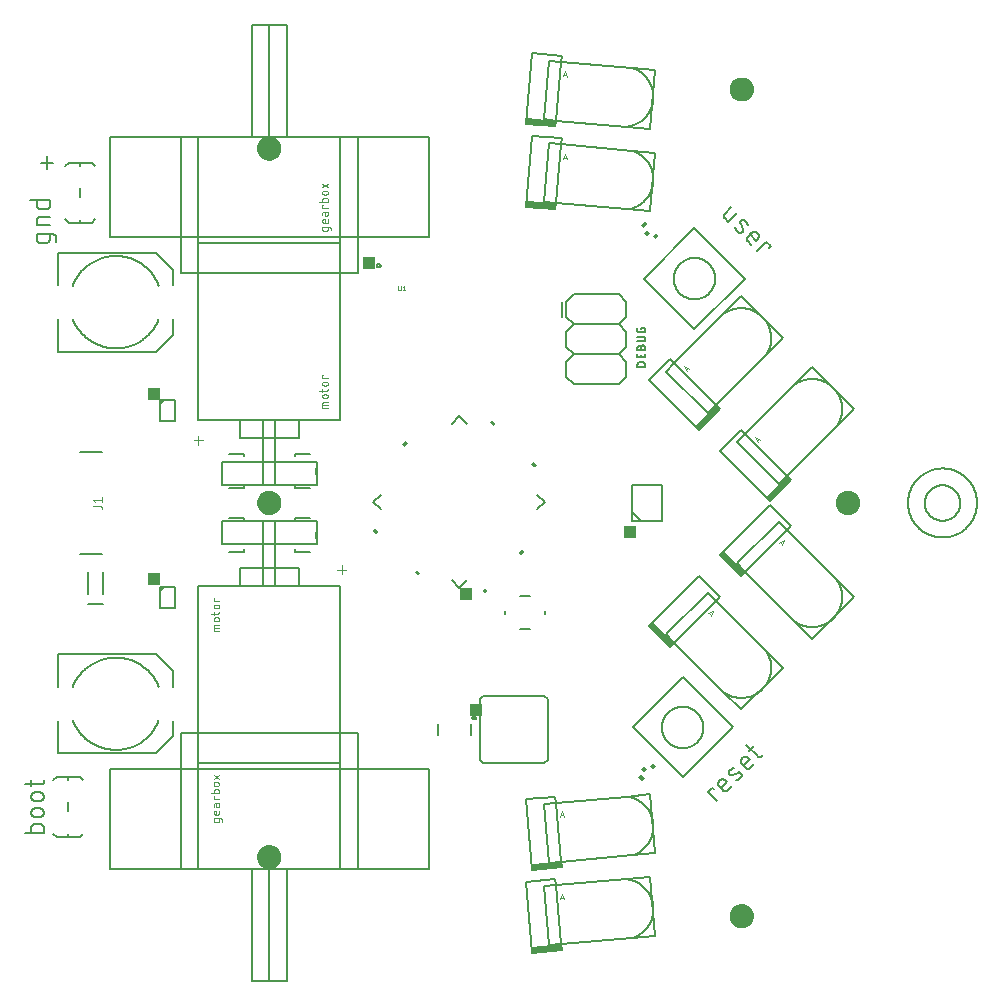
<source format=gbr>
G04 EAGLE Gerber RS-274X export*
G75*
%MOMM*%
%FSLAX34Y34*%
%LPD*%
%INSilkscreen Top*%
%IPPOS*%
%AMOC8*
5,1,8,0,0,1.08239X$1,22.5*%
G01*
%ADD10R,1.000000X1.000000*%
%ADD11C,0.152400*%
%ADD12C,0.101600*%
%ADD13C,1.000000*%
%ADD14C,0.127000*%
%ADD15C,0.076200*%
%ADD16C,0.050800*%
%ADD17R,2.500000X0.500000*%
%ADD18C,0.203200*%
%ADD19R,0.325000X0.425000*%
%ADD20R,0.350000X0.350000*%
%ADD21C,0.025400*%

G36*
X379293Y465408D02*
X379293Y465408D01*
X379295Y465408D01*
X379378Y465445D01*
X381174Y467241D01*
X381175Y467243D01*
X381177Y467243D01*
X381194Y467288D01*
X381211Y467332D01*
X381210Y467334D01*
X381211Y467336D01*
X381174Y467419D01*
X378480Y470113D01*
X378478Y470114D01*
X378477Y470116D01*
X378433Y470132D01*
X378389Y470150D01*
X378387Y470149D01*
X378385Y470150D01*
X378302Y470113D01*
X376506Y468317D01*
X376505Y468315D01*
X376503Y468314D01*
X376486Y468270D01*
X376469Y468226D01*
X376470Y468224D01*
X376469Y468222D01*
X376506Y468139D01*
X379200Y465445D01*
X379202Y465444D01*
X379203Y465442D01*
X379247Y465425D01*
X379291Y465408D01*
X379293Y465408D01*
G37*
G36*
X280611Y373797D02*
X280611Y373797D01*
X280613Y373796D01*
X280696Y373833D01*
X282492Y375629D01*
X282493Y375631D01*
X282495Y375632D01*
X282511Y375677D01*
X282529Y375721D01*
X282528Y375723D01*
X282529Y375725D01*
X282492Y375808D01*
X279798Y378502D01*
X279796Y378503D01*
X279795Y378505D01*
X279750Y378521D01*
X279707Y378539D01*
X279705Y378538D01*
X279703Y378539D01*
X279619Y378502D01*
X277823Y376706D01*
X277822Y376704D01*
X277820Y376703D01*
X277804Y376658D01*
X277786Y376615D01*
X277787Y376613D01*
X277786Y376610D01*
X277823Y376527D01*
X280517Y373833D01*
X280519Y373832D01*
X280520Y373830D01*
X280565Y373814D01*
X280609Y373796D01*
X280611Y373797D01*
G37*
G36*
X304461Y447731D02*
X304461Y447731D01*
X304463Y447730D01*
X304547Y447767D01*
X307241Y450461D01*
X307241Y450463D01*
X307243Y450464D01*
X307260Y450508D01*
X307278Y450552D01*
X307277Y450554D01*
X307277Y450556D01*
X307241Y450639D01*
X305445Y452436D01*
X305443Y452436D01*
X305442Y452438D01*
X305397Y452455D01*
X305353Y452472D01*
X305351Y452472D01*
X305349Y452472D01*
X305266Y452436D01*
X302572Y449741D01*
X302571Y449739D01*
X302569Y449739D01*
X302553Y449694D01*
X302535Y449650D01*
X302536Y449648D01*
X302535Y449646D01*
X302572Y449563D01*
X304368Y447767D01*
X304370Y447766D01*
X304371Y447764D01*
X304416Y447748D01*
X304459Y447730D01*
X304461Y447731D01*
G37*
G36*
X414648Y430053D02*
X414648Y430053D01*
X414650Y430052D01*
X414734Y430089D01*
X416530Y431885D01*
X416530Y431887D01*
X416532Y431888D01*
X416549Y431933D01*
X416567Y431977D01*
X416566Y431979D01*
X416566Y431981D01*
X416530Y432064D01*
X413836Y434758D01*
X413834Y434759D01*
X413833Y434761D01*
X413788Y434777D01*
X413744Y434795D01*
X413742Y434794D01*
X413740Y434795D01*
X413657Y434758D01*
X411861Y432962D01*
X411860Y432960D01*
X411858Y432959D01*
X411842Y432914D01*
X411824Y432871D01*
X411825Y432869D01*
X411824Y432866D01*
X411861Y432783D01*
X414555Y430089D01*
X414557Y430088D01*
X414558Y430086D01*
X414603Y430070D01*
X414646Y430052D01*
X414648Y430053D01*
G37*
G36*
X403144Y356119D02*
X403144Y356119D01*
X403146Y356119D01*
X403229Y356156D01*
X405923Y358850D01*
X405924Y358852D01*
X405926Y358853D01*
X405942Y358897D01*
X405960Y358941D01*
X405959Y358943D01*
X405960Y358945D01*
X405923Y359028D01*
X404127Y360824D01*
X404125Y360825D01*
X404124Y360827D01*
X404080Y360843D01*
X404036Y360861D01*
X404034Y360860D01*
X404032Y360861D01*
X403948Y360824D01*
X401254Y358130D01*
X401254Y358128D01*
X401252Y358127D01*
X401235Y358083D01*
X401217Y358039D01*
X401218Y358037D01*
X401218Y358035D01*
X401254Y357952D01*
X403050Y356156D01*
X403052Y356155D01*
X403053Y356153D01*
X403098Y356136D01*
X403142Y356119D01*
X403144Y356119D01*
G37*
G36*
X315966Y338442D02*
X315966Y338442D01*
X315968Y338441D01*
X316051Y338478D01*
X317847Y340274D01*
X317848Y340276D01*
X317850Y340277D01*
X317866Y340321D01*
X317884Y340365D01*
X317883Y340367D01*
X317884Y340369D01*
X317847Y340452D01*
X315153Y343147D01*
X315151Y343147D01*
X315150Y343149D01*
X315106Y343166D01*
X315062Y343183D01*
X315060Y343183D01*
X315058Y343183D01*
X314975Y343147D01*
X313179Y341350D01*
X313178Y341348D01*
X313176Y341348D01*
X313159Y341303D01*
X313142Y341259D01*
X313143Y341257D01*
X313142Y341255D01*
X313179Y341172D01*
X315873Y338478D01*
X315875Y338477D01*
X315876Y338475D01*
X315920Y338459D01*
X315964Y338441D01*
X315966Y338442D01*
G37*
D10*
X92808Y492432D03*
X92808Y335480D03*
X356712Y322808D03*
D11*
X7215Y687940D02*
X-3622Y687940D01*
X1797Y693358D02*
X1797Y682521D01*
X4078Y627587D02*
X4078Y623071D01*
X4076Y622970D01*
X4070Y622869D01*
X4061Y622768D01*
X4048Y622667D01*
X4031Y622567D01*
X4010Y622468D01*
X3986Y622370D01*
X3958Y622273D01*
X3926Y622176D01*
X3891Y622081D01*
X3852Y621988D01*
X3810Y621896D01*
X3764Y621805D01*
X3715Y621717D01*
X3663Y621630D01*
X3607Y621545D01*
X3549Y621462D01*
X3487Y621382D01*
X3422Y621304D01*
X3355Y621228D01*
X3285Y621155D01*
X3212Y621085D01*
X3136Y621018D01*
X3058Y620953D01*
X2978Y620891D01*
X2895Y620833D01*
X2810Y620777D01*
X2723Y620725D01*
X2635Y620676D01*
X2544Y620630D01*
X2452Y620588D01*
X2359Y620549D01*
X2264Y620514D01*
X2167Y620482D01*
X2070Y620454D01*
X1972Y620430D01*
X1873Y620409D01*
X1773Y620392D01*
X1672Y620379D01*
X1571Y620370D01*
X1470Y620364D01*
X1369Y620362D01*
X-4050Y620362D01*
X-4151Y620364D01*
X-4252Y620370D01*
X-4353Y620379D01*
X-4454Y620392D01*
X-4554Y620409D01*
X-4653Y620430D01*
X-4751Y620454D01*
X-4848Y620482D01*
X-4945Y620514D01*
X-5040Y620549D01*
X-5133Y620588D01*
X-5225Y620630D01*
X-5316Y620676D01*
X-5404Y620725D01*
X-5491Y620777D01*
X-5576Y620833D01*
X-5659Y620891D01*
X-5739Y620953D01*
X-5817Y621018D01*
X-5893Y621085D01*
X-5966Y621155D01*
X-6036Y621228D01*
X-6103Y621304D01*
X-6168Y621382D01*
X-6230Y621462D01*
X-6288Y621545D01*
X-6344Y621630D01*
X-6396Y621717D01*
X-6445Y621805D01*
X-6491Y621896D01*
X-6533Y621988D01*
X-6572Y622081D01*
X-6607Y622176D01*
X-6639Y622273D01*
X-6667Y622370D01*
X-6691Y622468D01*
X-6712Y622567D01*
X-6729Y622667D01*
X-6742Y622768D01*
X-6751Y622869D01*
X-6757Y622970D01*
X-6759Y623071D01*
X-6759Y627587D01*
X6787Y627587D01*
X6888Y627585D01*
X6989Y627579D01*
X7090Y627570D01*
X7191Y627557D01*
X7291Y627540D01*
X7390Y627519D01*
X7488Y627495D01*
X7585Y627467D01*
X7682Y627435D01*
X7777Y627400D01*
X7870Y627361D01*
X7962Y627319D01*
X8053Y627273D01*
X8141Y627224D01*
X8228Y627172D01*
X8313Y627116D01*
X8396Y627058D01*
X8476Y626996D01*
X8554Y626931D01*
X8630Y626864D01*
X8703Y626794D01*
X8773Y626721D01*
X8840Y626645D01*
X8905Y626567D01*
X8967Y626487D01*
X9025Y626404D01*
X9081Y626319D01*
X9133Y626233D01*
X9182Y626144D01*
X9228Y626053D01*
X9270Y625961D01*
X9309Y625868D01*
X9344Y625773D01*
X9376Y625676D01*
X9404Y625579D01*
X9428Y625481D01*
X9449Y625382D01*
X9466Y625282D01*
X9479Y625181D01*
X9488Y625080D01*
X9494Y624979D01*
X9496Y624878D01*
X9497Y624878D02*
X9497Y621265D01*
X4078Y635024D02*
X-6759Y635024D01*
X-6759Y639540D01*
X-6757Y639641D01*
X-6751Y639742D01*
X-6742Y639843D01*
X-6729Y639944D01*
X-6712Y640044D01*
X-6691Y640143D01*
X-6667Y640241D01*
X-6639Y640338D01*
X-6607Y640435D01*
X-6572Y640530D01*
X-6533Y640623D01*
X-6491Y640715D01*
X-6445Y640806D01*
X-6396Y640895D01*
X-6344Y640981D01*
X-6288Y641066D01*
X-6230Y641149D01*
X-6168Y641229D01*
X-6103Y641307D01*
X-6036Y641383D01*
X-5966Y641456D01*
X-5893Y641526D01*
X-5817Y641593D01*
X-5739Y641658D01*
X-5659Y641720D01*
X-5576Y641778D01*
X-5491Y641834D01*
X-5404Y641886D01*
X-5316Y641935D01*
X-5225Y641981D01*
X-5133Y642023D01*
X-5040Y642062D01*
X-4945Y642097D01*
X-4848Y642129D01*
X-4751Y642157D01*
X-4653Y642181D01*
X-4554Y642202D01*
X-4454Y642219D01*
X-4353Y642232D01*
X-4252Y642241D01*
X-4151Y642247D01*
X-4050Y642249D01*
X4078Y642249D01*
X4078Y656244D02*
X-12178Y656244D01*
X4078Y656244D02*
X4078Y651729D01*
X4076Y651628D01*
X4070Y651527D01*
X4061Y651426D01*
X4048Y651325D01*
X4031Y651225D01*
X4010Y651126D01*
X3986Y651028D01*
X3958Y650931D01*
X3926Y650834D01*
X3891Y650739D01*
X3852Y650646D01*
X3810Y650554D01*
X3764Y650463D01*
X3715Y650375D01*
X3663Y650288D01*
X3607Y650203D01*
X3549Y650120D01*
X3487Y650040D01*
X3422Y649962D01*
X3355Y649886D01*
X3285Y649813D01*
X3212Y649743D01*
X3136Y649676D01*
X3058Y649611D01*
X2978Y649549D01*
X2895Y649491D01*
X2810Y649435D01*
X2723Y649383D01*
X2635Y649334D01*
X2544Y649288D01*
X2452Y649246D01*
X2359Y649207D01*
X2264Y649172D01*
X2167Y649140D01*
X2070Y649112D01*
X1972Y649088D01*
X1873Y649067D01*
X1773Y649050D01*
X1672Y649037D01*
X1571Y649028D01*
X1470Y649022D01*
X1369Y649020D01*
X1369Y649019D02*
X-4050Y649019D01*
X-4050Y649020D02*
X-4151Y649022D01*
X-4252Y649028D01*
X-4353Y649037D01*
X-4454Y649050D01*
X-4554Y649067D01*
X-4653Y649088D01*
X-4751Y649112D01*
X-4848Y649140D01*
X-4945Y649172D01*
X-5040Y649207D01*
X-5133Y649246D01*
X-5225Y649288D01*
X-5316Y649334D01*
X-5404Y649383D01*
X-5491Y649435D01*
X-5576Y649491D01*
X-5659Y649549D01*
X-5739Y649611D01*
X-5817Y649676D01*
X-5893Y649743D01*
X-5966Y649813D01*
X-6036Y649886D01*
X-6103Y649962D01*
X-6168Y650040D01*
X-6230Y650120D01*
X-6288Y650203D01*
X-6344Y650288D01*
X-6396Y650375D01*
X-6445Y650463D01*
X-6491Y650554D01*
X-6533Y650646D01*
X-6572Y650739D01*
X-6607Y650834D01*
X-6639Y650931D01*
X-6667Y651028D01*
X-6691Y651126D01*
X-6712Y651225D01*
X-6729Y651325D01*
X-6742Y651426D01*
X-6751Y651527D01*
X-6757Y651628D01*
X-6759Y651729D01*
X-6759Y656244D01*
X561289Y155173D02*
X568952Y147510D01*
X561289Y155173D02*
X565120Y159004D01*
X566398Y157727D01*
X578176Y156734D02*
X581369Y159927D01*
X578177Y156734D02*
X578102Y156662D01*
X578024Y156593D01*
X577944Y156527D01*
X577862Y156464D01*
X577777Y156405D01*
X577690Y156348D01*
X577600Y156295D01*
X577509Y156246D01*
X577416Y156200D01*
X577322Y156157D01*
X577225Y156118D01*
X577128Y156083D01*
X577029Y156052D01*
X576929Y156025D01*
X576828Y156001D01*
X576726Y155981D01*
X576623Y155965D01*
X576520Y155953D01*
X576417Y155945D01*
X576313Y155941D01*
X576209Y155941D01*
X576105Y155945D01*
X576002Y155953D01*
X575899Y155965D01*
X575796Y155981D01*
X575694Y156001D01*
X575593Y156025D01*
X575493Y156052D01*
X575394Y156083D01*
X575297Y156118D01*
X575200Y156157D01*
X575106Y156200D01*
X575013Y156246D01*
X574922Y156295D01*
X574832Y156348D01*
X574745Y156405D01*
X574660Y156464D01*
X574578Y156527D01*
X574498Y156593D01*
X574420Y156662D01*
X574345Y156734D01*
X571152Y159927D01*
X571069Y160013D01*
X570989Y160101D01*
X570912Y160192D01*
X570837Y160286D01*
X570766Y160382D01*
X570699Y160480D01*
X570634Y160581D01*
X570573Y160684D01*
X570515Y160788D01*
X570461Y160895D01*
X570410Y161003D01*
X570363Y161113D01*
X570320Y161224D01*
X570280Y161336D01*
X570244Y161450D01*
X570212Y161565D01*
X570184Y161681D01*
X570159Y161798D01*
X570138Y161916D01*
X570122Y162034D01*
X570109Y162153D01*
X570100Y162272D01*
X570095Y162391D01*
X570094Y162511D01*
X570097Y162630D01*
X570104Y162750D01*
X570115Y162868D01*
X570130Y162987D01*
X570148Y163105D01*
X570171Y163222D01*
X570197Y163339D01*
X570228Y163454D01*
X570262Y163569D01*
X570300Y163682D01*
X570341Y163794D01*
X570386Y163905D01*
X570435Y164014D01*
X570488Y164121D01*
X570544Y164226D01*
X570603Y164330D01*
X570666Y164432D01*
X570732Y164531D01*
X570801Y164628D01*
X570874Y164723D01*
X570950Y164815D01*
X571028Y164905D01*
X571110Y164992D01*
X571195Y165077D01*
X571282Y165159D01*
X571372Y165237D01*
X571464Y165313D01*
X571559Y165386D01*
X571656Y165455D01*
X571756Y165521D01*
X571857Y165584D01*
X571961Y165643D01*
X572066Y165699D01*
X572174Y165752D01*
X572282Y165801D01*
X572393Y165846D01*
X572505Y165887D01*
X572618Y165925D01*
X572733Y165959D01*
X572848Y165990D01*
X572965Y166016D01*
X573082Y166039D01*
X573200Y166057D01*
X573319Y166072D01*
X573438Y166083D01*
X573557Y166090D01*
X573676Y166093D01*
X573796Y166092D01*
X573915Y166087D01*
X574034Y166078D01*
X574153Y166065D01*
X574271Y166049D01*
X574389Y166028D01*
X574506Y166003D01*
X574622Y165975D01*
X574737Y165943D01*
X574851Y165907D01*
X574963Y165867D01*
X575074Y165824D01*
X575184Y165777D01*
X575292Y165726D01*
X575399Y165672D01*
X575503Y165614D01*
X575606Y165553D01*
X575707Y165488D01*
X575805Y165421D01*
X575901Y165350D01*
X575995Y165275D01*
X576086Y165198D01*
X576174Y165118D01*
X576260Y165035D01*
X576261Y165036D02*
X577538Y163759D01*
X572429Y158650D01*
X582327Y169825D02*
X586798Y171741D01*
X582328Y169825D02*
X582239Y169790D01*
X582149Y169757D01*
X582058Y169729D01*
X581965Y169704D01*
X581872Y169683D01*
X581778Y169666D01*
X581683Y169653D01*
X581588Y169643D01*
X581493Y169638D01*
X581397Y169636D01*
X581302Y169638D01*
X581206Y169644D01*
X581111Y169654D01*
X581017Y169668D01*
X580923Y169686D01*
X580830Y169708D01*
X580738Y169733D01*
X580647Y169762D01*
X580557Y169795D01*
X580468Y169831D01*
X580382Y169871D01*
X580297Y169915D01*
X580213Y169962D01*
X580132Y170012D01*
X580053Y170066D01*
X579976Y170123D01*
X579901Y170182D01*
X579829Y170245D01*
X579760Y170311D01*
X579693Y170379D01*
X579630Y170451D01*
X579569Y170524D01*
X579511Y170600D01*
X579456Y170679D01*
X579405Y170759D01*
X579357Y170842D01*
X579312Y170927D01*
X579271Y171013D01*
X579234Y171101D01*
X579200Y171190D01*
X579169Y171281D01*
X579143Y171373D01*
X579120Y171465D01*
X579101Y171559D01*
X579086Y171653D01*
X579074Y171748D01*
X579067Y171844D01*
X579063Y171939D01*
X579064Y172035D01*
X579068Y172130D01*
X579076Y172225D01*
X579088Y172320D01*
X579104Y172414D01*
X579124Y172508D01*
X579147Y172601D01*
X579175Y172692D01*
X579206Y172783D01*
X579240Y172872D01*
X579279Y172959D01*
X579320Y173045D01*
X579366Y173129D01*
X579414Y173212D01*
X579466Y173292D01*
X579521Y173370D01*
X579580Y173446D01*
X579641Y173519D01*
X579706Y173590D01*
X579773Y173658D01*
X579773Y173657D02*
X579952Y173827D01*
X580135Y173992D01*
X580322Y174153D01*
X580513Y174309D01*
X580707Y174461D01*
X580905Y174608D01*
X581106Y174750D01*
X581311Y174888D01*
X581519Y175020D01*
X581730Y175148D01*
X581945Y175270D01*
X582162Y175387D01*
X582381Y175499D01*
X582604Y175605D01*
X582829Y175706D01*
X583056Y175802D01*
X583286Y175892D01*
X586797Y171742D02*
X586886Y171777D01*
X586976Y171810D01*
X587067Y171838D01*
X587160Y171863D01*
X587253Y171884D01*
X587347Y171901D01*
X587442Y171914D01*
X587537Y171924D01*
X587632Y171929D01*
X587728Y171931D01*
X587823Y171929D01*
X587919Y171923D01*
X588014Y171913D01*
X588108Y171899D01*
X588202Y171881D01*
X588295Y171859D01*
X588387Y171834D01*
X588478Y171805D01*
X588568Y171772D01*
X588657Y171736D01*
X588743Y171696D01*
X588828Y171652D01*
X588912Y171605D01*
X588993Y171555D01*
X589072Y171501D01*
X589149Y171444D01*
X589224Y171385D01*
X589296Y171322D01*
X589365Y171256D01*
X589432Y171188D01*
X589495Y171116D01*
X589556Y171043D01*
X589614Y170967D01*
X589669Y170888D01*
X589720Y170808D01*
X589768Y170725D01*
X589813Y170640D01*
X589854Y170554D01*
X589891Y170466D01*
X589925Y170377D01*
X589956Y170286D01*
X589982Y170194D01*
X590005Y170102D01*
X590024Y170008D01*
X590039Y169914D01*
X590051Y169819D01*
X590058Y169723D01*
X590062Y169628D01*
X590061Y169532D01*
X590057Y169437D01*
X590049Y169342D01*
X590037Y169247D01*
X590021Y169153D01*
X590001Y169059D01*
X589978Y168966D01*
X589950Y168875D01*
X589919Y168784D01*
X589885Y168695D01*
X589847Y168608D01*
X589805Y168522D01*
X589759Y168438D01*
X589711Y168355D01*
X589659Y168275D01*
X589604Y168197D01*
X589545Y168121D01*
X589484Y168048D01*
X589419Y167977D01*
X589352Y167909D01*
X589352Y167910D02*
X589089Y167661D01*
X588820Y167418D01*
X588546Y167181D01*
X588266Y166951D01*
X587981Y166728D01*
X587691Y166511D01*
X587396Y166301D01*
X587095Y166099D01*
X586790Y165903D01*
X586481Y165715D01*
X586167Y165534D01*
X585849Y165361D01*
X585527Y165195D01*
X585201Y165037D01*
X597335Y175892D02*
X600528Y179085D01*
X597335Y175892D02*
X597260Y175820D01*
X597182Y175751D01*
X597102Y175685D01*
X597020Y175622D01*
X596935Y175563D01*
X596848Y175506D01*
X596758Y175453D01*
X596667Y175404D01*
X596574Y175358D01*
X596480Y175315D01*
X596383Y175276D01*
X596286Y175241D01*
X596187Y175210D01*
X596087Y175183D01*
X595986Y175159D01*
X595884Y175139D01*
X595781Y175123D01*
X595678Y175111D01*
X595575Y175103D01*
X595471Y175099D01*
X595367Y175099D01*
X595263Y175103D01*
X595160Y175111D01*
X595057Y175123D01*
X594954Y175139D01*
X594852Y175159D01*
X594751Y175183D01*
X594651Y175210D01*
X594552Y175241D01*
X594455Y175276D01*
X594358Y175315D01*
X594264Y175358D01*
X594171Y175404D01*
X594080Y175453D01*
X593990Y175506D01*
X593903Y175563D01*
X593818Y175622D01*
X593736Y175685D01*
X593656Y175751D01*
X593578Y175820D01*
X593503Y175892D01*
X590310Y179085D01*
X590311Y179086D02*
X590228Y179172D01*
X590148Y179260D01*
X590071Y179351D01*
X589996Y179445D01*
X589925Y179541D01*
X589858Y179639D01*
X589793Y179740D01*
X589732Y179843D01*
X589674Y179947D01*
X589620Y180054D01*
X589569Y180162D01*
X589522Y180272D01*
X589479Y180383D01*
X589439Y180495D01*
X589403Y180609D01*
X589371Y180724D01*
X589343Y180840D01*
X589318Y180957D01*
X589297Y181075D01*
X589281Y181193D01*
X589268Y181312D01*
X589259Y181431D01*
X589254Y181550D01*
X589253Y181670D01*
X589256Y181789D01*
X589263Y181909D01*
X589274Y182027D01*
X589289Y182146D01*
X589307Y182264D01*
X589330Y182381D01*
X589356Y182498D01*
X589387Y182613D01*
X589421Y182728D01*
X589459Y182841D01*
X589500Y182953D01*
X589545Y183064D01*
X589594Y183173D01*
X589647Y183280D01*
X589703Y183385D01*
X589762Y183489D01*
X589825Y183591D01*
X589891Y183690D01*
X589960Y183787D01*
X590033Y183882D01*
X590109Y183974D01*
X590187Y184064D01*
X590269Y184151D01*
X590354Y184236D01*
X590441Y184318D01*
X590531Y184396D01*
X590623Y184472D01*
X590718Y184545D01*
X590815Y184614D01*
X590915Y184680D01*
X591016Y184743D01*
X591120Y184802D01*
X591225Y184858D01*
X591333Y184911D01*
X591441Y184960D01*
X591552Y185005D01*
X591664Y185046D01*
X591777Y185084D01*
X591892Y185118D01*
X592007Y185149D01*
X592124Y185175D01*
X592241Y185198D01*
X592359Y185216D01*
X592478Y185231D01*
X592597Y185242D01*
X592716Y185249D01*
X592835Y185252D01*
X592955Y185251D01*
X593074Y185246D01*
X593193Y185237D01*
X593312Y185224D01*
X593430Y185208D01*
X593548Y185187D01*
X593665Y185162D01*
X593781Y185134D01*
X593896Y185102D01*
X594010Y185066D01*
X594122Y185026D01*
X594233Y184983D01*
X594343Y184936D01*
X594451Y184885D01*
X594558Y184831D01*
X594662Y184773D01*
X594765Y184712D01*
X594866Y184647D01*
X594964Y184580D01*
X595060Y184509D01*
X595154Y184434D01*
X595245Y184357D01*
X595333Y184277D01*
X595419Y184194D01*
X596696Y182917D01*
X591587Y177808D01*
X596418Y190302D02*
X600249Y194133D01*
X593863Y195410D02*
X603442Y185831D01*
X603515Y185761D01*
X603591Y185694D01*
X603669Y185629D01*
X603749Y185567D01*
X603832Y185509D01*
X603917Y185453D01*
X604004Y185401D01*
X604092Y185352D01*
X604183Y185306D01*
X604275Y185264D01*
X604368Y185225D01*
X604463Y185190D01*
X604560Y185158D01*
X604657Y185130D01*
X604755Y185106D01*
X604854Y185085D01*
X604954Y185068D01*
X605055Y185055D01*
X605156Y185046D01*
X605257Y185040D01*
X605358Y185038D01*
X605459Y185040D01*
X605560Y185046D01*
X605661Y185055D01*
X605762Y185068D01*
X605862Y185085D01*
X605961Y185106D01*
X606059Y185130D01*
X606157Y185158D01*
X606253Y185190D01*
X606348Y185225D01*
X606441Y185264D01*
X606533Y185306D01*
X606624Y185352D01*
X606713Y185401D01*
X606799Y185453D01*
X606884Y185509D01*
X606967Y185567D01*
X607047Y185629D01*
X607125Y185694D01*
X607201Y185761D01*
X607274Y185831D01*
X607912Y186470D01*
X575561Y644916D02*
X581309Y650663D01*
X575561Y644916D02*
X575489Y644841D01*
X575420Y644763D01*
X575354Y644683D01*
X575291Y644601D01*
X575232Y644516D01*
X575175Y644429D01*
X575122Y644339D01*
X575073Y644248D01*
X575027Y644155D01*
X574984Y644061D01*
X574945Y643964D01*
X574910Y643867D01*
X574879Y643768D01*
X574852Y643668D01*
X574828Y643567D01*
X574808Y643465D01*
X574792Y643362D01*
X574780Y643259D01*
X574772Y643156D01*
X574768Y643052D01*
X574768Y642948D01*
X574772Y642844D01*
X574780Y642741D01*
X574792Y642638D01*
X574808Y642535D01*
X574828Y642433D01*
X574852Y642332D01*
X574879Y642232D01*
X574910Y642133D01*
X574945Y642036D01*
X574984Y641939D01*
X575027Y641845D01*
X575073Y641752D01*
X575122Y641661D01*
X575175Y641571D01*
X575232Y641484D01*
X575291Y641399D01*
X575354Y641317D01*
X575420Y641237D01*
X575489Y641159D01*
X575561Y641084D01*
X578754Y637891D01*
X586418Y645554D01*
X589021Y636565D02*
X590937Y632094D01*
X589021Y636564D02*
X588986Y636653D01*
X588953Y636743D01*
X588925Y636834D01*
X588900Y636927D01*
X588879Y637020D01*
X588862Y637114D01*
X588849Y637209D01*
X588839Y637304D01*
X588834Y637399D01*
X588832Y637495D01*
X588834Y637590D01*
X588840Y637686D01*
X588850Y637781D01*
X588864Y637875D01*
X588882Y637969D01*
X588904Y638062D01*
X588929Y638154D01*
X588958Y638245D01*
X588991Y638335D01*
X589027Y638424D01*
X589067Y638510D01*
X589111Y638595D01*
X589158Y638679D01*
X589208Y638760D01*
X589262Y638839D01*
X589319Y638916D01*
X589378Y638991D01*
X589441Y639063D01*
X589507Y639132D01*
X589575Y639199D01*
X589647Y639262D01*
X589720Y639323D01*
X589796Y639381D01*
X589875Y639436D01*
X589955Y639487D01*
X590038Y639535D01*
X590123Y639580D01*
X590209Y639621D01*
X590297Y639658D01*
X590386Y639692D01*
X590477Y639723D01*
X590569Y639749D01*
X590661Y639772D01*
X590755Y639791D01*
X590849Y639806D01*
X590944Y639818D01*
X591040Y639825D01*
X591135Y639829D01*
X591231Y639828D01*
X591326Y639824D01*
X591421Y639816D01*
X591516Y639804D01*
X591610Y639788D01*
X591704Y639768D01*
X591797Y639745D01*
X591888Y639717D01*
X591979Y639686D01*
X592068Y639652D01*
X592155Y639613D01*
X592241Y639572D01*
X592325Y639526D01*
X592408Y639478D01*
X592488Y639426D01*
X592566Y639371D01*
X592642Y639312D01*
X592715Y639251D01*
X592786Y639186D01*
X592854Y639119D01*
X592853Y639119D02*
X593023Y638940D01*
X593188Y638757D01*
X593349Y638570D01*
X593505Y638379D01*
X593657Y638185D01*
X593804Y637987D01*
X593946Y637786D01*
X594084Y637581D01*
X594216Y637373D01*
X594344Y637162D01*
X594466Y636947D01*
X594583Y636730D01*
X594695Y636511D01*
X594801Y636288D01*
X594902Y636063D01*
X594998Y635836D01*
X595088Y635606D01*
X590938Y632095D02*
X590973Y632006D01*
X591006Y631916D01*
X591034Y631825D01*
X591059Y631732D01*
X591080Y631639D01*
X591097Y631545D01*
X591110Y631450D01*
X591120Y631355D01*
X591125Y631260D01*
X591127Y631164D01*
X591125Y631069D01*
X591119Y630973D01*
X591109Y630878D01*
X591095Y630784D01*
X591077Y630690D01*
X591055Y630597D01*
X591030Y630505D01*
X591001Y630414D01*
X590968Y630324D01*
X590932Y630235D01*
X590892Y630149D01*
X590848Y630064D01*
X590801Y629980D01*
X590751Y629899D01*
X590697Y629820D01*
X590640Y629743D01*
X590581Y629668D01*
X590518Y629596D01*
X590452Y629527D01*
X590384Y629460D01*
X590312Y629397D01*
X590239Y629336D01*
X590163Y629278D01*
X590084Y629223D01*
X590004Y629172D01*
X589921Y629124D01*
X589836Y629079D01*
X589750Y629038D01*
X589662Y629001D01*
X589573Y628967D01*
X589482Y628936D01*
X589390Y628910D01*
X589298Y628887D01*
X589204Y628868D01*
X589110Y628853D01*
X589015Y628841D01*
X588919Y628834D01*
X588824Y628830D01*
X588728Y628831D01*
X588633Y628835D01*
X588538Y628843D01*
X588443Y628855D01*
X588349Y628871D01*
X588255Y628891D01*
X588162Y628914D01*
X588071Y628942D01*
X587980Y628973D01*
X587891Y629007D01*
X587804Y629045D01*
X587718Y629087D01*
X587634Y629133D01*
X587551Y629181D01*
X587471Y629233D01*
X587393Y629288D01*
X587317Y629347D01*
X587244Y629408D01*
X587173Y629473D01*
X587105Y629540D01*
X586856Y629803D01*
X586613Y630072D01*
X586376Y630346D01*
X586146Y630626D01*
X585923Y630911D01*
X585706Y631201D01*
X585496Y631496D01*
X585294Y631797D01*
X585098Y632102D01*
X584910Y632411D01*
X584729Y632725D01*
X584556Y633043D01*
X584390Y633365D01*
X584232Y633691D01*
X595088Y621557D02*
X598281Y618364D01*
X595088Y621557D02*
X595018Y621630D01*
X594951Y621706D01*
X594886Y621784D01*
X594824Y621864D01*
X594766Y621947D01*
X594710Y622032D01*
X594658Y622119D01*
X594609Y622207D01*
X594563Y622298D01*
X594521Y622390D01*
X594482Y622483D01*
X594447Y622578D01*
X594415Y622675D01*
X594387Y622772D01*
X594363Y622870D01*
X594342Y622969D01*
X594325Y623069D01*
X594312Y623170D01*
X594303Y623271D01*
X594297Y623372D01*
X594295Y623473D01*
X594297Y623574D01*
X594303Y623675D01*
X594312Y623776D01*
X594325Y623877D01*
X594342Y623977D01*
X594363Y624076D01*
X594387Y624174D01*
X594415Y624272D01*
X594447Y624368D01*
X594482Y624463D01*
X594521Y624556D01*
X594563Y624648D01*
X594609Y624739D01*
X594658Y624828D01*
X594710Y624914D01*
X594766Y624999D01*
X594824Y625082D01*
X594886Y625162D01*
X594951Y625240D01*
X595018Y625316D01*
X595088Y625389D01*
X598281Y628582D01*
X598282Y628581D02*
X598368Y628664D01*
X598456Y628744D01*
X598547Y628821D01*
X598641Y628896D01*
X598737Y628967D01*
X598835Y629034D01*
X598936Y629099D01*
X599039Y629160D01*
X599143Y629218D01*
X599250Y629272D01*
X599358Y629323D01*
X599468Y629370D01*
X599579Y629413D01*
X599691Y629453D01*
X599805Y629489D01*
X599920Y629521D01*
X600036Y629549D01*
X600153Y629574D01*
X600271Y629595D01*
X600389Y629611D01*
X600508Y629624D01*
X600627Y629633D01*
X600746Y629638D01*
X600866Y629639D01*
X600985Y629636D01*
X601105Y629629D01*
X601223Y629618D01*
X601342Y629603D01*
X601460Y629585D01*
X601577Y629562D01*
X601694Y629536D01*
X601809Y629505D01*
X601924Y629471D01*
X602037Y629433D01*
X602149Y629392D01*
X602260Y629347D01*
X602369Y629298D01*
X602476Y629245D01*
X602581Y629189D01*
X602685Y629130D01*
X602787Y629067D01*
X602886Y629001D01*
X602983Y628932D01*
X603078Y628859D01*
X603170Y628783D01*
X603260Y628705D01*
X603347Y628623D01*
X603432Y628538D01*
X603514Y628451D01*
X603592Y628361D01*
X603668Y628269D01*
X603741Y628174D01*
X603810Y628077D01*
X603876Y627978D01*
X603939Y627876D01*
X603998Y627772D01*
X604054Y627667D01*
X604107Y627560D01*
X604156Y627451D01*
X604201Y627340D01*
X604242Y627228D01*
X604280Y627115D01*
X604314Y627000D01*
X604345Y626885D01*
X604371Y626768D01*
X604394Y626651D01*
X604412Y626533D01*
X604427Y626414D01*
X604438Y626296D01*
X604445Y626176D01*
X604448Y626057D01*
X604447Y625937D01*
X604442Y625818D01*
X604433Y625699D01*
X604420Y625580D01*
X604404Y625462D01*
X604383Y625344D01*
X604358Y625227D01*
X604330Y625111D01*
X604298Y624996D01*
X604262Y624882D01*
X604222Y624770D01*
X604179Y624659D01*
X604132Y624549D01*
X604081Y624441D01*
X604027Y624334D01*
X603969Y624230D01*
X603908Y624127D01*
X603843Y624026D01*
X603776Y623928D01*
X603705Y623832D01*
X603630Y623738D01*
X603553Y623647D01*
X603473Y623559D01*
X603390Y623473D01*
X602113Y622196D01*
X597004Y627305D01*
X610843Y621128D02*
X603180Y613465D01*
X610843Y621128D02*
X614675Y617297D01*
X613398Y616020D01*
X-762Y120762D02*
X-17018Y120762D01*
X-762Y120762D02*
X-762Y125278D01*
X-764Y125382D01*
X-770Y125485D01*
X-780Y125589D01*
X-794Y125692D01*
X-812Y125794D01*
X-833Y125895D01*
X-859Y125996D01*
X-888Y126095D01*
X-921Y126194D01*
X-958Y126291D01*
X-999Y126386D01*
X-1043Y126480D01*
X-1091Y126572D01*
X-1142Y126662D01*
X-1197Y126751D01*
X-1255Y126837D01*
X-1317Y126920D01*
X-1381Y127002D01*
X-1449Y127080D01*
X-1519Y127156D01*
X-1592Y127230D01*
X-1669Y127300D01*
X-1747Y127368D01*
X-1829Y127432D01*
X-1912Y127494D01*
X-1998Y127552D01*
X-2087Y127607D01*
X-2177Y127658D01*
X-2269Y127706D01*
X-2363Y127750D01*
X-2458Y127791D01*
X-2555Y127828D01*
X-2654Y127861D01*
X-2753Y127890D01*
X-2854Y127916D01*
X-2955Y127937D01*
X-3057Y127955D01*
X-3160Y127969D01*
X-3264Y127979D01*
X-3367Y127985D01*
X-3471Y127987D01*
X-8890Y127987D01*
X-8991Y127985D01*
X-9092Y127979D01*
X-9193Y127970D01*
X-9294Y127957D01*
X-9394Y127940D01*
X-9493Y127919D01*
X-9591Y127895D01*
X-9688Y127867D01*
X-9785Y127835D01*
X-9880Y127800D01*
X-9973Y127761D01*
X-10065Y127719D01*
X-10156Y127673D01*
X-10244Y127624D01*
X-10331Y127572D01*
X-10416Y127516D01*
X-10499Y127458D01*
X-10579Y127396D01*
X-10657Y127331D01*
X-10733Y127264D01*
X-10806Y127194D01*
X-10876Y127121D01*
X-10943Y127045D01*
X-11008Y126967D01*
X-11070Y126887D01*
X-11128Y126804D01*
X-11184Y126719D01*
X-11236Y126633D01*
X-11285Y126544D01*
X-11331Y126453D01*
X-11373Y126361D01*
X-11412Y126268D01*
X-11447Y126173D01*
X-11479Y126076D01*
X-11507Y125979D01*
X-11531Y125881D01*
X-11552Y125782D01*
X-11569Y125682D01*
X-11582Y125581D01*
X-11591Y125480D01*
X-11597Y125379D01*
X-11599Y125278D01*
X-11599Y120762D01*
X-7987Y134236D02*
X-4374Y134236D01*
X-7987Y134236D02*
X-8106Y134238D01*
X-8226Y134244D01*
X-8345Y134254D01*
X-8463Y134268D01*
X-8582Y134285D01*
X-8699Y134307D01*
X-8816Y134332D01*
X-8931Y134362D01*
X-9046Y134395D01*
X-9160Y134432D01*
X-9272Y134472D01*
X-9383Y134517D01*
X-9492Y134565D01*
X-9600Y134616D01*
X-9706Y134671D01*
X-9810Y134730D01*
X-9912Y134792D01*
X-10012Y134857D01*
X-10110Y134926D01*
X-10206Y134998D01*
X-10299Y135073D01*
X-10389Y135150D01*
X-10477Y135231D01*
X-10562Y135315D01*
X-10644Y135402D01*
X-10724Y135491D01*
X-10800Y135583D01*
X-10874Y135677D01*
X-10944Y135774D01*
X-11011Y135872D01*
X-11075Y135973D01*
X-11135Y136077D01*
X-11192Y136182D01*
X-11245Y136289D01*
X-11295Y136397D01*
X-11341Y136507D01*
X-11383Y136619D01*
X-11422Y136732D01*
X-11457Y136846D01*
X-11488Y136961D01*
X-11516Y137078D01*
X-11539Y137195D01*
X-11559Y137312D01*
X-11575Y137431D01*
X-11587Y137550D01*
X-11595Y137669D01*
X-11599Y137788D01*
X-11599Y137908D01*
X-11595Y138027D01*
X-11587Y138146D01*
X-11575Y138265D01*
X-11559Y138384D01*
X-11539Y138501D01*
X-11516Y138618D01*
X-11488Y138735D01*
X-11457Y138850D01*
X-11422Y138964D01*
X-11383Y139077D01*
X-11341Y139189D01*
X-11295Y139299D01*
X-11245Y139407D01*
X-11192Y139514D01*
X-11135Y139619D01*
X-11075Y139723D01*
X-11011Y139824D01*
X-10944Y139922D01*
X-10874Y140019D01*
X-10800Y140113D01*
X-10724Y140205D01*
X-10644Y140294D01*
X-10562Y140381D01*
X-10477Y140465D01*
X-10389Y140546D01*
X-10299Y140623D01*
X-10206Y140698D01*
X-10110Y140770D01*
X-10012Y140839D01*
X-9912Y140904D01*
X-9810Y140966D01*
X-9706Y141025D01*
X-9600Y141080D01*
X-9492Y141131D01*
X-9383Y141179D01*
X-9272Y141224D01*
X-9160Y141264D01*
X-9046Y141301D01*
X-8931Y141334D01*
X-8816Y141364D01*
X-8699Y141389D01*
X-8582Y141411D01*
X-8463Y141428D01*
X-8345Y141442D01*
X-8226Y141452D01*
X-8106Y141458D01*
X-7987Y141460D01*
X-7987Y141461D02*
X-4374Y141461D01*
X-4374Y141460D02*
X-4255Y141458D01*
X-4135Y141452D01*
X-4016Y141442D01*
X-3898Y141428D01*
X-3779Y141411D01*
X-3662Y141389D01*
X-3545Y141364D01*
X-3430Y141334D01*
X-3315Y141301D01*
X-3201Y141264D01*
X-3089Y141224D01*
X-2978Y141179D01*
X-2869Y141131D01*
X-2761Y141080D01*
X-2655Y141025D01*
X-2551Y140966D01*
X-2449Y140904D01*
X-2349Y140839D01*
X-2251Y140770D01*
X-2155Y140698D01*
X-2062Y140623D01*
X-1972Y140546D01*
X-1884Y140465D01*
X-1799Y140381D01*
X-1717Y140294D01*
X-1637Y140205D01*
X-1561Y140113D01*
X-1487Y140019D01*
X-1417Y139922D01*
X-1350Y139824D01*
X-1286Y139723D01*
X-1226Y139619D01*
X-1169Y139514D01*
X-1116Y139407D01*
X-1066Y139299D01*
X-1020Y139189D01*
X-978Y139077D01*
X-939Y138964D01*
X-904Y138850D01*
X-873Y138735D01*
X-845Y138618D01*
X-822Y138501D01*
X-802Y138384D01*
X-786Y138265D01*
X-774Y138146D01*
X-766Y138027D01*
X-762Y137908D01*
X-762Y137788D01*
X-766Y137669D01*
X-774Y137550D01*
X-786Y137431D01*
X-802Y137312D01*
X-822Y137195D01*
X-845Y137078D01*
X-873Y136961D01*
X-904Y136846D01*
X-939Y136732D01*
X-978Y136619D01*
X-1020Y136507D01*
X-1066Y136397D01*
X-1116Y136289D01*
X-1169Y136182D01*
X-1226Y136077D01*
X-1286Y135973D01*
X-1350Y135872D01*
X-1417Y135774D01*
X-1487Y135677D01*
X-1561Y135583D01*
X-1637Y135491D01*
X-1717Y135402D01*
X-1799Y135315D01*
X-1884Y135231D01*
X-1972Y135150D01*
X-2062Y135073D01*
X-2155Y134998D01*
X-2251Y134926D01*
X-2349Y134857D01*
X-2449Y134792D01*
X-2551Y134730D01*
X-2655Y134671D01*
X-2761Y134616D01*
X-2869Y134565D01*
X-2978Y134517D01*
X-3089Y134472D01*
X-3201Y134432D01*
X-3315Y134395D01*
X-3430Y134362D01*
X-3545Y134332D01*
X-3662Y134307D01*
X-3779Y134285D01*
X-3898Y134268D01*
X-4016Y134254D01*
X-4135Y134244D01*
X-4255Y134238D01*
X-4374Y134236D01*
X-4374Y147783D02*
X-7987Y147783D01*
X-8106Y147785D01*
X-8226Y147791D01*
X-8345Y147801D01*
X-8463Y147815D01*
X-8582Y147832D01*
X-8699Y147854D01*
X-8816Y147879D01*
X-8931Y147909D01*
X-9046Y147942D01*
X-9160Y147979D01*
X-9272Y148019D01*
X-9383Y148064D01*
X-9492Y148112D01*
X-9600Y148163D01*
X-9706Y148218D01*
X-9810Y148277D01*
X-9912Y148339D01*
X-10012Y148404D01*
X-10110Y148473D01*
X-10206Y148545D01*
X-10299Y148620D01*
X-10389Y148697D01*
X-10477Y148778D01*
X-10562Y148862D01*
X-10644Y148949D01*
X-10724Y149038D01*
X-10800Y149130D01*
X-10874Y149224D01*
X-10944Y149321D01*
X-11011Y149419D01*
X-11075Y149520D01*
X-11135Y149624D01*
X-11192Y149729D01*
X-11245Y149836D01*
X-11295Y149944D01*
X-11341Y150054D01*
X-11383Y150166D01*
X-11422Y150279D01*
X-11457Y150393D01*
X-11488Y150508D01*
X-11516Y150625D01*
X-11539Y150742D01*
X-11559Y150859D01*
X-11575Y150978D01*
X-11587Y151097D01*
X-11595Y151216D01*
X-11599Y151335D01*
X-11599Y151455D01*
X-11595Y151574D01*
X-11587Y151693D01*
X-11575Y151812D01*
X-11559Y151931D01*
X-11539Y152048D01*
X-11516Y152165D01*
X-11488Y152282D01*
X-11457Y152397D01*
X-11422Y152511D01*
X-11383Y152624D01*
X-11341Y152736D01*
X-11295Y152846D01*
X-11245Y152954D01*
X-11192Y153061D01*
X-11135Y153166D01*
X-11075Y153270D01*
X-11011Y153371D01*
X-10944Y153469D01*
X-10874Y153566D01*
X-10800Y153660D01*
X-10724Y153752D01*
X-10644Y153841D01*
X-10562Y153928D01*
X-10477Y154012D01*
X-10389Y154093D01*
X-10299Y154170D01*
X-10206Y154245D01*
X-10110Y154317D01*
X-10012Y154386D01*
X-9912Y154451D01*
X-9810Y154513D01*
X-9706Y154572D01*
X-9600Y154627D01*
X-9492Y154678D01*
X-9383Y154726D01*
X-9272Y154771D01*
X-9160Y154811D01*
X-9046Y154848D01*
X-8931Y154881D01*
X-8816Y154911D01*
X-8699Y154936D01*
X-8582Y154958D01*
X-8463Y154975D01*
X-8345Y154989D01*
X-8226Y154999D01*
X-8106Y155005D01*
X-7987Y155007D01*
X-7987Y155008D02*
X-4374Y155008D01*
X-4374Y155007D02*
X-4255Y155005D01*
X-4135Y154999D01*
X-4016Y154989D01*
X-3898Y154975D01*
X-3779Y154958D01*
X-3662Y154936D01*
X-3545Y154911D01*
X-3430Y154881D01*
X-3315Y154848D01*
X-3201Y154811D01*
X-3089Y154771D01*
X-2978Y154726D01*
X-2869Y154678D01*
X-2761Y154627D01*
X-2655Y154572D01*
X-2551Y154513D01*
X-2449Y154451D01*
X-2349Y154386D01*
X-2251Y154317D01*
X-2155Y154245D01*
X-2062Y154170D01*
X-1972Y154093D01*
X-1884Y154012D01*
X-1799Y153928D01*
X-1717Y153841D01*
X-1637Y153752D01*
X-1561Y153660D01*
X-1487Y153566D01*
X-1417Y153469D01*
X-1350Y153371D01*
X-1286Y153270D01*
X-1226Y153166D01*
X-1169Y153061D01*
X-1116Y152954D01*
X-1066Y152846D01*
X-1020Y152736D01*
X-978Y152624D01*
X-939Y152511D01*
X-904Y152397D01*
X-873Y152282D01*
X-845Y152165D01*
X-822Y152048D01*
X-802Y151931D01*
X-786Y151812D01*
X-774Y151693D01*
X-766Y151574D01*
X-762Y151455D01*
X-762Y151335D01*
X-766Y151216D01*
X-774Y151097D01*
X-786Y150978D01*
X-802Y150859D01*
X-822Y150742D01*
X-845Y150625D01*
X-873Y150508D01*
X-904Y150393D01*
X-939Y150279D01*
X-978Y150166D01*
X-1020Y150054D01*
X-1066Y149944D01*
X-1116Y149836D01*
X-1169Y149729D01*
X-1226Y149624D01*
X-1286Y149520D01*
X-1350Y149419D01*
X-1417Y149321D01*
X-1487Y149224D01*
X-1561Y149130D01*
X-1637Y149038D01*
X-1717Y148949D01*
X-1799Y148862D01*
X-1884Y148778D01*
X-1972Y148697D01*
X-2062Y148620D01*
X-2155Y148545D01*
X-2251Y148473D01*
X-2349Y148404D01*
X-2449Y148339D01*
X-2551Y148277D01*
X-2655Y148218D01*
X-2761Y148163D01*
X-2869Y148112D01*
X-2978Y148064D01*
X-3089Y148019D01*
X-3201Y147979D01*
X-3315Y147942D01*
X-3430Y147909D01*
X-3545Y147879D01*
X-3662Y147854D01*
X-3779Y147832D01*
X-3898Y147815D01*
X-4016Y147801D01*
X-4135Y147791D01*
X-4255Y147785D01*
X-4374Y147783D01*
X-11599Y160033D02*
X-11599Y165451D01*
X-17018Y161839D02*
X-3471Y161839D01*
X-3370Y161841D01*
X-3269Y161847D01*
X-3168Y161856D01*
X-3067Y161869D01*
X-2967Y161886D01*
X-2868Y161907D01*
X-2770Y161931D01*
X-2673Y161959D01*
X-2576Y161991D01*
X-2481Y162026D01*
X-2388Y162065D01*
X-2296Y162107D01*
X-2205Y162153D01*
X-2117Y162202D01*
X-2030Y162254D01*
X-1945Y162310D01*
X-1862Y162368D01*
X-1782Y162430D01*
X-1704Y162495D01*
X-1628Y162562D01*
X-1555Y162632D01*
X-1485Y162705D01*
X-1418Y162781D01*
X-1353Y162859D01*
X-1291Y162939D01*
X-1233Y163022D01*
X-1177Y163107D01*
X-1125Y163193D01*
X-1076Y163282D01*
X-1030Y163373D01*
X-988Y163465D01*
X-949Y163558D01*
X-914Y163653D01*
X-882Y163750D01*
X-854Y163847D01*
X-830Y163945D01*
X-809Y164044D01*
X-792Y164144D01*
X-779Y164245D01*
X-770Y164346D01*
X-764Y164447D01*
X-762Y164548D01*
X-762Y165451D01*
D10*
X365000Y225000D03*
X495000Y375000D03*
X274144Y602912D03*
D12*
X133813Y453108D02*
X126024Y453108D01*
X129919Y457002D02*
X129919Y449213D01*
X247396Y343380D02*
X255185Y343380D01*
X251291Y347274D02*
X251291Y339485D01*
D13*
X185000Y400000D02*
X185002Y400141D01*
X185008Y400282D01*
X185018Y400422D01*
X185032Y400562D01*
X185050Y400702D01*
X185071Y400841D01*
X185097Y400980D01*
X185126Y401118D01*
X185160Y401254D01*
X185197Y401390D01*
X185238Y401525D01*
X185283Y401659D01*
X185332Y401791D01*
X185384Y401922D01*
X185440Y402051D01*
X185500Y402178D01*
X185563Y402304D01*
X185629Y402428D01*
X185700Y402551D01*
X185773Y402671D01*
X185850Y402789D01*
X185930Y402905D01*
X186014Y403018D01*
X186100Y403129D01*
X186190Y403238D01*
X186283Y403344D01*
X186378Y403447D01*
X186477Y403548D01*
X186578Y403646D01*
X186682Y403741D01*
X186789Y403833D01*
X186898Y403922D01*
X187010Y404007D01*
X187124Y404090D01*
X187240Y404170D01*
X187359Y404246D01*
X187480Y404318D01*
X187602Y404388D01*
X187727Y404453D01*
X187853Y404516D01*
X187981Y404574D01*
X188111Y404629D01*
X188242Y404681D01*
X188375Y404728D01*
X188509Y404772D01*
X188644Y404813D01*
X188780Y404849D01*
X188917Y404881D01*
X189055Y404910D01*
X189193Y404935D01*
X189333Y404955D01*
X189473Y404972D01*
X189613Y404985D01*
X189754Y404994D01*
X189894Y404999D01*
X190035Y405000D01*
X190176Y404997D01*
X190317Y404990D01*
X190457Y404979D01*
X190597Y404964D01*
X190737Y404945D01*
X190876Y404923D01*
X191014Y404896D01*
X191152Y404866D01*
X191288Y404831D01*
X191424Y404793D01*
X191558Y404751D01*
X191692Y404705D01*
X191824Y404656D01*
X191954Y404602D01*
X192083Y404545D01*
X192210Y404485D01*
X192336Y404421D01*
X192459Y404353D01*
X192581Y404282D01*
X192701Y404208D01*
X192818Y404130D01*
X192933Y404049D01*
X193046Y403965D01*
X193157Y403878D01*
X193265Y403787D01*
X193370Y403694D01*
X193473Y403597D01*
X193573Y403498D01*
X193670Y403396D01*
X193764Y403291D01*
X193855Y403184D01*
X193943Y403074D01*
X194028Y402962D01*
X194110Y402847D01*
X194189Y402730D01*
X194264Y402611D01*
X194336Y402490D01*
X194404Y402367D01*
X194469Y402242D01*
X194531Y402115D01*
X194588Y401986D01*
X194643Y401856D01*
X194693Y401725D01*
X194740Y401592D01*
X194783Y401458D01*
X194822Y401322D01*
X194857Y401186D01*
X194889Y401049D01*
X194916Y400911D01*
X194940Y400772D01*
X194960Y400632D01*
X194976Y400492D01*
X194988Y400352D01*
X194996Y400211D01*
X195000Y400070D01*
X195000Y399930D01*
X194996Y399789D01*
X194988Y399648D01*
X194976Y399508D01*
X194960Y399368D01*
X194940Y399228D01*
X194916Y399089D01*
X194889Y398951D01*
X194857Y398814D01*
X194822Y398678D01*
X194783Y398542D01*
X194740Y398408D01*
X194693Y398275D01*
X194643Y398144D01*
X194588Y398014D01*
X194531Y397885D01*
X194469Y397758D01*
X194404Y397633D01*
X194336Y397510D01*
X194264Y397389D01*
X194189Y397270D01*
X194110Y397153D01*
X194028Y397038D01*
X193943Y396926D01*
X193855Y396816D01*
X193764Y396709D01*
X193670Y396604D01*
X193573Y396502D01*
X193473Y396403D01*
X193370Y396306D01*
X193265Y396213D01*
X193157Y396122D01*
X193046Y396035D01*
X192933Y395951D01*
X192818Y395870D01*
X192701Y395792D01*
X192581Y395718D01*
X192459Y395647D01*
X192336Y395579D01*
X192210Y395515D01*
X192083Y395455D01*
X191954Y395398D01*
X191824Y395344D01*
X191692Y395295D01*
X191558Y395249D01*
X191424Y395207D01*
X191288Y395169D01*
X191152Y395134D01*
X191014Y395104D01*
X190876Y395077D01*
X190737Y395055D01*
X190597Y395036D01*
X190457Y395021D01*
X190317Y395010D01*
X190176Y395003D01*
X190035Y395000D01*
X189894Y395001D01*
X189754Y395006D01*
X189613Y395015D01*
X189473Y395028D01*
X189333Y395045D01*
X189193Y395065D01*
X189055Y395090D01*
X188917Y395119D01*
X188780Y395151D01*
X188644Y395187D01*
X188509Y395228D01*
X188375Y395272D01*
X188242Y395319D01*
X188111Y395371D01*
X187981Y395426D01*
X187853Y395484D01*
X187727Y395547D01*
X187602Y395612D01*
X187480Y395682D01*
X187359Y395754D01*
X187240Y395830D01*
X187124Y395910D01*
X187010Y395993D01*
X186898Y396078D01*
X186789Y396167D01*
X186682Y396259D01*
X186578Y396354D01*
X186477Y396452D01*
X186378Y396553D01*
X186283Y396656D01*
X186190Y396762D01*
X186100Y396871D01*
X186014Y396982D01*
X185930Y397095D01*
X185850Y397211D01*
X185773Y397329D01*
X185700Y397449D01*
X185629Y397572D01*
X185563Y397696D01*
X185500Y397822D01*
X185440Y397949D01*
X185384Y398078D01*
X185332Y398209D01*
X185283Y398341D01*
X185238Y398475D01*
X185197Y398610D01*
X185160Y398746D01*
X185126Y398882D01*
X185097Y399020D01*
X185071Y399159D01*
X185050Y399298D01*
X185032Y399438D01*
X185018Y399578D01*
X185008Y399718D01*
X185002Y399859D01*
X185000Y400000D01*
X185000Y100000D02*
X185002Y100141D01*
X185008Y100282D01*
X185018Y100422D01*
X185032Y100562D01*
X185050Y100702D01*
X185071Y100841D01*
X185097Y100980D01*
X185126Y101118D01*
X185160Y101254D01*
X185197Y101390D01*
X185238Y101525D01*
X185283Y101659D01*
X185332Y101791D01*
X185384Y101922D01*
X185440Y102051D01*
X185500Y102178D01*
X185563Y102304D01*
X185629Y102428D01*
X185700Y102551D01*
X185773Y102671D01*
X185850Y102789D01*
X185930Y102905D01*
X186014Y103018D01*
X186100Y103129D01*
X186190Y103238D01*
X186283Y103344D01*
X186378Y103447D01*
X186477Y103548D01*
X186578Y103646D01*
X186682Y103741D01*
X186789Y103833D01*
X186898Y103922D01*
X187010Y104007D01*
X187124Y104090D01*
X187240Y104170D01*
X187359Y104246D01*
X187480Y104318D01*
X187602Y104388D01*
X187727Y104453D01*
X187853Y104516D01*
X187981Y104574D01*
X188111Y104629D01*
X188242Y104681D01*
X188375Y104728D01*
X188509Y104772D01*
X188644Y104813D01*
X188780Y104849D01*
X188917Y104881D01*
X189055Y104910D01*
X189193Y104935D01*
X189333Y104955D01*
X189473Y104972D01*
X189613Y104985D01*
X189754Y104994D01*
X189894Y104999D01*
X190035Y105000D01*
X190176Y104997D01*
X190317Y104990D01*
X190457Y104979D01*
X190597Y104964D01*
X190737Y104945D01*
X190876Y104923D01*
X191014Y104896D01*
X191152Y104866D01*
X191288Y104831D01*
X191424Y104793D01*
X191558Y104751D01*
X191692Y104705D01*
X191824Y104656D01*
X191954Y104602D01*
X192083Y104545D01*
X192210Y104485D01*
X192336Y104421D01*
X192459Y104353D01*
X192581Y104282D01*
X192701Y104208D01*
X192818Y104130D01*
X192933Y104049D01*
X193046Y103965D01*
X193157Y103878D01*
X193265Y103787D01*
X193370Y103694D01*
X193473Y103597D01*
X193573Y103498D01*
X193670Y103396D01*
X193764Y103291D01*
X193855Y103184D01*
X193943Y103074D01*
X194028Y102962D01*
X194110Y102847D01*
X194189Y102730D01*
X194264Y102611D01*
X194336Y102490D01*
X194404Y102367D01*
X194469Y102242D01*
X194531Y102115D01*
X194588Y101986D01*
X194643Y101856D01*
X194693Y101725D01*
X194740Y101592D01*
X194783Y101458D01*
X194822Y101322D01*
X194857Y101186D01*
X194889Y101049D01*
X194916Y100911D01*
X194940Y100772D01*
X194960Y100632D01*
X194976Y100492D01*
X194988Y100352D01*
X194996Y100211D01*
X195000Y100070D01*
X195000Y99930D01*
X194996Y99789D01*
X194988Y99648D01*
X194976Y99508D01*
X194960Y99368D01*
X194940Y99228D01*
X194916Y99089D01*
X194889Y98951D01*
X194857Y98814D01*
X194822Y98678D01*
X194783Y98542D01*
X194740Y98408D01*
X194693Y98275D01*
X194643Y98144D01*
X194588Y98014D01*
X194531Y97885D01*
X194469Y97758D01*
X194404Y97633D01*
X194336Y97510D01*
X194264Y97389D01*
X194189Y97270D01*
X194110Y97153D01*
X194028Y97038D01*
X193943Y96926D01*
X193855Y96816D01*
X193764Y96709D01*
X193670Y96604D01*
X193573Y96502D01*
X193473Y96403D01*
X193370Y96306D01*
X193265Y96213D01*
X193157Y96122D01*
X193046Y96035D01*
X192933Y95951D01*
X192818Y95870D01*
X192701Y95792D01*
X192581Y95718D01*
X192459Y95647D01*
X192336Y95579D01*
X192210Y95515D01*
X192083Y95455D01*
X191954Y95398D01*
X191824Y95344D01*
X191692Y95295D01*
X191558Y95249D01*
X191424Y95207D01*
X191288Y95169D01*
X191152Y95134D01*
X191014Y95104D01*
X190876Y95077D01*
X190737Y95055D01*
X190597Y95036D01*
X190457Y95021D01*
X190317Y95010D01*
X190176Y95003D01*
X190035Y95000D01*
X189894Y95001D01*
X189754Y95006D01*
X189613Y95015D01*
X189473Y95028D01*
X189333Y95045D01*
X189193Y95065D01*
X189055Y95090D01*
X188917Y95119D01*
X188780Y95151D01*
X188644Y95187D01*
X188509Y95228D01*
X188375Y95272D01*
X188242Y95319D01*
X188111Y95371D01*
X187981Y95426D01*
X187853Y95484D01*
X187727Y95547D01*
X187602Y95612D01*
X187480Y95682D01*
X187359Y95754D01*
X187240Y95830D01*
X187124Y95910D01*
X187010Y95993D01*
X186898Y96078D01*
X186789Y96167D01*
X186682Y96259D01*
X186578Y96354D01*
X186477Y96452D01*
X186378Y96553D01*
X186283Y96656D01*
X186190Y96762D01*
X186100Y96871D01*
X186014Y96982D01*
X185930Y97095D01*
X185850Y97211D01*
X185773Y97329D01*
X185700Y97449D01*
X185629Y97572D01*
X185563Y97696D01*
X185500Y97822D01*
X185440Y97949D01*
X185384Y98078D01*
X185332Y98209D01*
X185283Y98341D01*
X185238Y98475D01*
X185197Y98610D01*
X185160Y98746D01*
X185126Y98882D01*
X185097Y99020D01*
X185071Y99159D01*
X185050Y99298D01*
X185032Y99438D01*
X185018Y99578D01*
X185008Y99718D01*
X185002Y99859D01*
X185000Y100000D01*
X185000Y700000D02*
X185002Y700141D01*
X185008Y700282D01*
X185018Y700422D01*
X185032Y700562D01*
X185050Y700702D01*
X185071Y700841D01*
X185097Y700980D01*
X185126Y701118D01*
X185160Y701254D01*
X185197Y701390D01*
X185238Y701525D01*
X185283Y701659D01*
X185332Y701791D01*
X185384Y701922D01*
X185440Y702051D01*
X185500Y702178D01*
X185563Y702304D01*
X185629Y702428D01*
X185700Y702551D01*
X185773Y702671D01*
X185850Y702789D01*
X185930Y702905D01*
X186014Y703018D01*
X186100Y703129D01*
X186190Y703238D01*
X186283Y703344D01*
X186378Y703447D01*
X186477Y703548D01*
X186578Y703646D01*
X186682Y703741D01*
X186789Y703833D01*
X186898Y703922D01*
X187010Y704007D01*
X187124Y704090D01*
X187240Y704170D01*
X187359Y704246D01*
X187480Y704318D01*
X187602Y704388D01*
X187727Y704453D01*
X187853Y704516D01*
X187981Y704574D01*
X188111Y704629D01*
X188242Y704681D01*
X188375Y704728D01*
X188509Y704772D01*
X188644Y704813D01*
X188780Y704849D01*
X188917Y704881D01*
X189055Y704910D01*
X189193Y704935D01*
X189333Y704955D01*
X189473Y704972D01*
X189613Y704985D01*
X189754Y704994D01*
X189894Y704999D01*
X190035Y705000D01*
X190176Y704997D01*
X190317Y704990D01*
X190457Y704979D01*
X190597Y704964D01*
X190737Y704945D01*
X190876Y704923D01*
X191014Y704896D01*
X191152Y704866D01*
X191288Y704831D01*
X191424Y704793D01*
X191558Y704751D01*
X191692Y704705D01*
X191824Y704656D01*
X191954Y704602D01*
X192083Y704545D01*
X192210Y704485D01*
X192336Y704421D01*
X192459Y704353D01*
X192581Y704282D01*
X192701Y704208D01*
X192818Y704130D01*
X192933Y704049D01*
X193046Y703965D01*
X193157Y703878D01*
X193265Y703787D01*
X193370Y703694D01*
X193473Y703597D01*
X193573Y703498D01*
X193670Y703396D01*
X193764Y703291D01*
X193855Y703184D01*
X193943Y703074D01*
X194028Y702962D01*
X194110Y702847D01*
X194189Y702730D01*
X194264Y702611D01*
X194336Y702490D01*
X194404Y702367D01*
X194469Y702242D01*
X194531Y702115D01*
X194588Y701986D01*
X194643Y701856D01*
X194693Y701725D01*
X194740Y701592D01*
X194783Y701458D01*
X194822Y701322D01*
X194857Y701186D01*
X194889Y701049D01*
X194916Y700911D01*
X194940Y700772D01*
X194960Y700632D01*
X194976Y700492D01*
X194988Y700352D01*
X194996Y700211D01*
X195000Y700070D01*
X195000Y699930D01*
X194996Y699789D01*
X194988Y699648D01*
X194976Y699508D01*
X194960Y699368D01*
X194940Y699228D01*
X194916Y699089D01*
X194889Y698951D01*
X194857Y698814D01*
X194822Y698678D01*
X194783Y698542D01*
X194740Y698408D01*
X194693Y698275D01*
X194643Y698144D01*
X194588Y698014D01*
X194531Y697885D01*
X194469Y697758D01*
X194404Y697633D01*
X194336Y697510D01*
X194264Y697389D01*
X194189Y697270D01*
X194110Y697153D01*
X194028Y697038D01*
X193943Y696926D01*
X193855Y696816D01*
X193764Y696709D01*
X193670Y696604D01*
X193573Y696502D01*
X193473Y696403D01*
X193370Y696306D01*
X193265Y696213D01*
X193157Y696122D01*
X193046Y696035D01*
X192933Y695951D01*
X192818Y695870D01*
X192701Y695792D01*
X192581Y695718D01*
X192459Y695647D01*
X192336Y695579D01*
X192210Y695515D01*
X192083Y695455D01*
X191954Y695398D01*
X191824Y695344D01*
X191692Y695295D01*
X191558Y695249D01*
X191424Y695207D01*
X191288Y695169D01*
X191152Y695134D01*
X191014Y695104D01*
X190876Y695077D01*
X190737Y695055D01*
X190597Y695036D01*
X190457Y695021D01*
X190317Y695010D01*
X190176Y695003D01*
X190035Y695000D01*
X189894Y695001D01*
X189754Y695006D01*
X189613Y695015D01*
X189473Y695028D01*
X189333Y695045D01*
X189193Y695065D01*
X189055Y695090D01*
X188917Y695119D01*
X188780Y695151D01*
X188644Y695187D01*
X188509Y695228D01*
X188375Y695272D01*
X188242Y695319D01*
X188111Y695371D01*
X187981Y695426D01*
X187853Y695484D01*
X187727Y695547D01*
X187602Y695612D01*
X187480Y695682D01*
X187359Y695754D01*
X187240Y695830D01*
X187124Y695910D01*
X187010Y695993D01*
X186898Y696078D01*
X186789Y696167D01*
X186682Y696259D01*
X186578Y696354D01*
X186477Y696452D01*
X186378Y696553D01*
X186283Y696656D01*
X186190Y696762D01*
X186100Y696871D01*
X186014Y696982D01*
X185930Y697095D01*
X185850Y697211D01*
X185773Y697329D01*
X185700Y697449D01*
X185629Y697572D01*
X185563Y697696D01*
X185500Y697822D01*
X185440Y697949D01*
X185384Y698078D01*
X185332Y698209D01*
X185283Y698341D01*
X185238Y698475D01*
X185197Y698610D01*
X185160Y698746D01*
X185126Y698882D01*
X185097Y699020D01*
X185071Y699159D01*
X185050Y699298D01*
X185032Y699438D01*
X185018Y699578D01*
X185008Y699718D01*
X185002Y699859D01*
X185000Y700000D01*
X675000Y400000D02*
X675002Y400141D01*
X675008Y400282D01*
X675018Y400422D01*
X675032Y400562D01*
X675050Y400702D01*
X675071Y400841D01*
X675097Y400980D01*
X675126Y401118D01*
X675160Y401254D01*
X675197Y401390D01*
X675238Y401525D01*
X675283Y401659D01*
X675332Y401791D01*
X675384Y401922D01*
X675440Y402051D01*
X675500Y402178D01*
X675563Y402304D01*
X675629Y402428D01*
X675700Y402551D01*
X675773Y402671D01*
X675850Y402789D01*
X675930Y402905D01*
X676014Y403018D01*
X676100Y403129D01*
X676190Y403238D01*
X676283Y403344D01*
X676378Y403447D01*
X676477Y403548D01*
X676578Y403646D01*
X676682Y403741D01*
X676789Y403833D01*
X676898Y403922D01*
X677010Y404007D01*
X677124Y404090D01*
X677240Y404170D01*
X677359Y404246D01*
X677480Y404318D01*
X677602Y404388D01*
X677727Y404453D01*
X677853Y404516D01*
X677981Y404574D01*
X678111Y404629D01*
X678242Y404681D01*
X678375Y404728D01*
X678509Y404772D01*
X678644Y404813D01*
X678780Y404849D01*
X678917Y404881D01*
X679055Y404910D01*
X679193Y404935D01*
X679333Y404955D01*
X679473Y404972D01*
X679613Y404985D01*
X679754Y404994D01*
X679894Y404999D01*
X680035Y405000D01*
X680176Y404997D01*
X680317Y404990D01*
X680457Y404979D01*
X680597Y404964D01*
X680737Y404945D01*
X680876Y404923D01*
X681014Y404896D01*
X681152Y404866D01*
X681288Y404831D01*
X681424Y404793D01*
X681558Y404751D01*
X681692Y404705D01*
X681824Y404656D01*
X681954Y404602D01*
X682083Y404545D01*
X682210Y404485D01*
X682336Y404421D01*
X682459Y404353D01*
X682581Y404282D01*
X682701Y404208D01*
X682818Y404130D01*
X682933Y404049D01*
X683046Y403965D01*
X683157Y403878D01*
X683265Y403787D01*
X683370Y403694D01*
X683473Y403597D01*
X683573Y403498D01*
X683670Y403396D01*
X683764Y403291D01*
X683855Y403184D01*
X683943Y403074D01*
X684028Y402962D01*
X684110Y402847D01*
X684189Y402730D01*
X684264Y402611D01*
X684336Y402490D01*
X684404Y402367D01*
X684469Y402242D01*
X684531Y402115D01*
X684588Y401986D01*
X684643Y401856D01*
X684693Y401725D01*
X684740Y401592D01*
X684783Y401458D01*
X684822Y401322D01*
X684857Y401186D01*
X684889Y401049D01*
X684916Y400911D01*
X684940Y400772D01*
X684960Y400632D01*
X684976Y400492D01*
X684988Y400352D01*
X684996Y400211D01*
X685000Y400070D01*
X685000Y399930D01*
X684996Y399789D01*
X684988Y399648D01*
X684976Y399508D01*
X684960Y399368D01*
X684940Y399228D01*
X684916Y399089D01*
X684889Y398951D01*
X684857Y398814D01*
X684822Y398678D01*
X684783Y398542D01*
X684740Y398408D01*
X684693Y398275D01*
X684643Y398144D01*
X684588Y398014D01*
X684531Y397885D01*
X684469Y397758D01*
X684404Y397633D01*
X684336Y397510D01*
X684264Y397389D01*
X684189Y397270D01*
X684110Y397153D01*
X684028Y397038D01*
X683943Y396926D01*
X683855Y396816D01*
X683764Y396709D01*
X683670Y396604D01*
X683573Y396502D01*
X683473Y396403D01*
X683370Y396306D01*
X683265Y396213D01*
X683157Y396122D01*
X683046Y396035D01*
X682933Y395951D01*
X682818Y395870D01*
X682701Y395792D01*
X682581Y395718D01*
X682459Y395647D01*
X682336Y395579D01*
X682210Y395515D01*
X682083Y395455D01*
X681954Y395398D01*
X681824Y395344D01*
X681692Y395295D01*
X681558Y395249D01*
X681424Y395207D01*
X681288Y395169D01*
X681152Y395134D01*
X681014Y395104D01*
X680876Y395077D01*
X680737Y395055D01*
X680597Y395036D01*
X680457Y395021D01*
X680317Y395010D01*
X680176Y395003D01*
X680035Y395000D01*
X679894Y395001D01*
X679754Y395006D01*
X679613Y395015D01*
X679473Y395028D01*
X679333Y395045D01*
X679193Y395065D01*
X679055Y395090D01*
X678917Y395119D01*
X678780Y395151D01*
X678644Y395187D01*
X678509Y395228D01*
X678375Y395272D01*
X678242Y395319D01*
X678111Y395371D01*
X677981Y395426D01*
X677853Y395484D01*
X677727Y395547D01*
X677602Y395612D01*
X677480Y395682D01*
X677359Y395754D01*
X677240Y395830D01*
X677124Y395910D01*
X677010Y395993D01*
X676898Y396078D01*
X676789Y396167D01*
X676682Y396259D01*
X676578Y396354D01*
X676477Y396452D01*
X676378Y396553D01*
X676283Y396656D01*
X676190Y396762D01*
X676100Y396871D01*
X676014Y396982D01*
X675930Y397095D01*
X675850Y397211D01*
X675773Y397329D01*
X675700Y397449D01*
X675629Y397572D01*
X675563Y397696D01*
X675500Y397822D01*
X675440Y397949D01*
X675384Y398078D01*
X675332Y398209D01*
X675283Y398341D01*
X675238Y398475D01*
X675197Y398610D01*
X675160Y398746D01*
X675126Y398882D01*
X675097Y399020D01*
X675071Y399159D01*
X675050Y399298D01*
X675032Y399438D01*
X675018Y399578D01*
X675008Y399718D01*
X675002Y399859D01*
X675000Y400000D01*
X585000Y750000D02*
X585002Y750141D01*
X585008Y750282D01*
X585018Y750422D01*
X585032Y750562D01*
X585050Y750702D01*
X585071Y750841D01*
X585097Y750980D01*
X585126Y751118D01*
X585160Y751254D01*
X585197Y751390D01*
X585238Y751525D01*
X585283Y751659D01*
X585332Y751791D01*
X585384Y751922D01*
X585440Y752051D01*
X585500Y752178D01*
X585563Y752304D01*
X585629Y752428D01*
X585700Y752551D01*
X585773Y752671D01*
X585850Y752789D01*
X585930Y752905D01*
X586014Y753018D01*
X586100Y753129D01*
X586190Y753238D01*
X586283Y753344D01*
X586378Y753447D01*
X586477Y753548D01*
X586578Y753646D01*
X586682Y753741D01*
X586789Y753833D01*
X586898Y753922D01*
X587010Y754007D01*
X587124Y754090D01*
X587240Y754170D01*
X587359Y754246D01*
X587480Y754318D01*
X587602Y754388D01*
X587727Y754453D01*
X587853Y754516D01*
X587981Y754574D01*
X588111Y754629D01*
X588242Y754681D01*
X588375Y754728D01*
X588509Y754772D01*
X588644Y754813D01*
X588780Y754849D01*
X588917Y754881D01*
X589055Y754910D01*
X589193Y754935D01*
X589333Y754955D01*
X589473Y754972D01*
X589613Y754985D01*
X589754Y754994D01*
X589894Y754999D01*
X590035Y755000D01*
X590176Y754997D01*
X590317Y754990D01*
X590457Y754979D01*
X590597Y754964D01*
X590737Y754945D01*
X590876Y754923D01*
X591014Y754896D01*
X591152Y754866D01*
X591288Y754831D01*
X591424Y754793D01*
X591558Y754751D01*
X591692Y754705D01*
X591824Y754656D01*
X591954Y754602D01*
X592083Y754545D01*
X592210Y754485D01*
X592336Y754421D01*
X592459Y754353D01*
X592581Y754282D01*
X592701Y754208D01*
X592818Y754130D01*
X592933Y754049D01*
X593046Y753965D01*
X593157Y753878D01*
X593265Y753787D01*
X593370Y753694D01*
X593473Y753597D01*
X593573Y753498D01*
X593670Y753396D01*
X593764Y753291D01*
X593855Y753184D01*
X593943Y753074D01*
X594028Y752962D01*
X594110Y752847D01*
X594189Y752730D01*
X594264Y752611D01*
X594336Y752490D01*
X594404Y752367D01*
X594469Y752242D01*
X594531Y752115D01*
X594588Y751986D01*
X594643Y751856D01*
X594693Y751725D01*
X594740Y751592D01*
X594783Y751458D01*
X594822Y751322D01*
X594857Y751186D01*
X594889Y751049D01*
X594916Y750911D01*
X594940Y750772D01*
X594960Y750632D01*
X594976Y750492D01*
X594988Y750352D01*
X594996Y750211D01*
X595000Y750070D01*
X595000Y749930D01*
X594996Y749789D01*
X594988Y749648D01*
X594976Y749508D01*
X594960Y749368D01*
X594940Y749228D01*
X594916Y749089D01*
X594889Y748951D01*
X594857Y748814D01*
X594822Y748678D01*
X594783Y748542D01*
X594740Y748408D01*
X594693Y748275D01*
X594643Y748144D01*
X594588Y748014D01*
X594531Y747885D01*
X594469Y747758D01*
X594404Y747633D01*
X594336Y747510D01*
X594264Y747389D01*
X594189Y747270D01*
X594110Y747153D01*
X594028Y747038D01*
X593943Y746926D01*
X593855Y746816D01*
X593764Y746709D01*
X593670Y746604D01*
X593573Y746502D01*
X593473Y746403D01*
X593370Y746306D01*
X593265Y746213D01*
X593157Y746122D01*
X593046Y746035D01*
X592933Y745951D01*
X592818Y745870D01*
X592701Y745792D01*
X592581Y745718D01*
X592459Y745647D01*
X592336Y745579D01*
X592210Y745515D01*
X592083Y745455D01*
X591954Y745398D01*
X591824Y745344D01*
X591692Y745295D01*
X591558Y745249D01*
X591424Y745207D01*
X591288Y745169D01*
X591152Y745134D01*
X591014Y745104D01*
X590876Y745077D01*
X590737Y745055D01*
X590597Y745036D01*
X590457Y745021D01*
X590317Y745010D01*
X590176Y745003D01*
X590035Y745000D01*
X589894Y745001D01*
X589754Y745006D01*
X589613Y745015D01*
X589473Y745028D01*
X589333Y745045D01*
X589193Y745065D01*
X589055Y745090D01*
X588917Y745119D01*
X588780Y745151D01*
X588644Y745187D01*
X588509Y745228D01*
X588375Y745272D01*
X588242Y745319D01*
X588111Y745371D01*
X587981Y745426D01*
X587853Y745484D01*
X587727Y745547D01*
X587602Y745612D01*
X587480Y745682D01*
X587359Y745754D01*
X587240Y745830D01*
X587124Y745910D01*
X587010Y745993D01*
X586898Y746078D01*
X586789Y746167D01*
X586682Y746259D01*
X586578Y746354D01*
X586477Y746452D01*
X586378Y746553D01*
X586283Y746656D01*
X586190Y746762D01*
X586100Y746871D01*
X586014Y746982D01*
X585930Y747095D01*
X585850Y747211D01*
X585773Y747329D01*
X585700Y747449D01*
X585629Y747572D01*
X585563Y747696D01*
X585500Y747822D01*
X585440Y747949D01*
X585384Y748078D01*
X585332Y748209D01*
X585283Y748341D01*
X585238Y748475D01*
X585197Y748610D01*
X585160Y748746D01*
X585126Y748882D01*
X585097Y749020D01*
X585071Y749159D01*
X585050Y749298D01*
X585032Y749438D01*
X585018Y749578D01*
X585008Y749718D01*
X585002Y749859D01*
X585000Y750000D01*
X585000Y50000D02*
X585002Y50141D01*
X585008Y50282D01*
X585018Y50422D01*
X585032Y50562D01*
X585050Y50702D01*
X585071Y50841D01*
X585097Y50980D01*
X585126Y51118D01*
X585160Y51254D01*
X585197Y51390D01*
X585238Y51525D01*
X585283Y51659D01*
X585332Y51791D01*
X585384Y51922D01*
X585440Y52051D01*
X585500Y52178D01*
X585563Y52304D01*
X585629Y52428D01*
X585700Y52551D01*
X585773Y52671D01*
X585850Y52789D01*
X585930Y52905D01*
X586014Y53018D01*
X586100Y53129D01*
X586190Y53238D01*
X586283Y53344D01*
X586378Y53447D01*
X586477Y53548D01*
X586578Y53646D01*
X586682Y53741D01*
X586789Y53833D01*
X586898Y53922D01*
X587010Y54007D01*
X587124Y54090D01*
X587240Y54170D01*
X587359Y54246D01*
X587480Y54318D01*
X587602Y54388D01*
X587727Y54453D01*
X587853Y54516D01*
X587981Y54574D01*
X588111Y54629D01*
X588242Y54681D01*
X588375Y54728D01*
X588509Y54772D01*
X588644Y54813D01*
X588780Y54849D01*
X588917Y54881D01*
X589055Y54910D01*
X589193Y54935D01*
X589333Y54955D01*
X589473Y54972D01*
X589613Y54985D01*
X589754Y54994D01*
X589894Y54999D01*
X590035Y55000D01*
X590176Y54997D01*
X590317Y54990D01*
X590457Y54979D01*
X590597Y54964D01*
X590737Y54945D01*
X590876Y54923D01*
X591014Y54896D01*
X591152Y54866D01*
X591288Y54831D01*
X591424Y54793D01*
X591558Y54751D01*
X591692Y54705D01*
X591824Y54656D01*
X591954Y54602D01*
X592083Y54545D01*
X592210Y54485D01*
X592336Y54421D01*
X592459Y54353D01*
X592581Y54282D01*
X592701Y54208D01*
X592818Y54130D01*
X592933Y54049D01*
X593046Y53965D01*
X593157Y53878D01*
X593265Y53787D01*
X593370Y53694D01*
X593473Y53597D01*
X593573Y53498D01*
X593670Y53396D01*
X593764Y53291D01*
X593855Y53184D01*
X593943Y53074D01*
X594028Y52962D01*
X594110Y52847D01*
X594189Y52730D01*
X594264Y52611D01*
X594336Y52490D01*
X594404Y52367D01*
X594469Y52242D01*
X594531Y52115D01*
X594588Y51986D01*
X594643Y51856D01*
X594693Y51725D01*
X594740Y51592D01*
X594783Y51458D01*
X594822Y51322D01*
X594857Y51186D01*
X594889Y51049D01*
X594916Y50911D01*
X594940Y50772D01*
X594960Y50632D01*
X594976Y50492D01*
X594988Y50352D01*
X594996Y50211D01*
X595000Y50070D01*
X595000Y49930D01*
X594996Y49789D01*
X594988Y49648D01*
X594976Y49508D01*
X594960Y49368D01*
X594940Y49228D01*
X594916Y49089D01*
X594889Y48951D01*
X594857Y48814D01*
X594822Y48678D01*
X594783Y48542D01*
X594740Y48408D01*
X594693Y48275D01*
X594643Y48144D01*
X594588Y48014D01*
X594531Y47885D01*
X594469Y47758D01*
X594404Y47633D01*
X594336Y47510D01*
X594264Y47389D01*
X594189Y47270D01*
X594110Y47153D01*
X594028Y47038D01*
X593943Y46926D01*
X593855Y46816D01*
X593764Y46709D01*
X593670Y46604D01*
X593573Y46502D01*
X593473Y46403D01*
X593370Y46306D01*
X593265Y46213D01*
X593157Y46122D01*
X593046Y46035D01*
X592933Y45951D01*
X592818Y45870D01*
X592701Y45792D01*
X592581Y45718D01*
X592459Y45647D01*
X592336Y45579D01*
X592210Y45515D01*
X592083Y45455D01*
X591954Y45398D01*
X591824Y45344D01*
X591692Y45295D01*
X591558Y45249D01*
X591424Y45207D01*
X591288Y45169D01*
X591152Y45134D01*
X591014Y45104D01*
X590876Y45077D01*
X590737Y45055D01*
X590597Y45036D01*
X590457Y45021D01*
X590317Y45010D01*
X590176Y45003D01*
X590035Y45000D01*
X589894Y45001D01*
X589754Y45006D01*
X589613Y45015D01*
X589473Y45028D01*
X589333Y45045D01*
X589193Y45065D01*
X589055Y45090D01*
X588917Y45119D01*
X588780Y45151D01*
X588644Y45187D01*
X588509Y45228D01*
X588375Y45272D01*
X588242Y45319D01*
X588111Y45371D01*
X587981Y45426D01*
X587853Y45484D01*
X587727Y45547D01*
X587602Y45612D01*
X587480Y45682D01*
X587359Y45754D01*
X587240Y45830D01*
X587124Y45910D01*
X587010Y45993D01*
X586898Y46078D01*
X586789Y46167D01*
X586682Y46259D01*
X586578Y46354D01*
X586477Y46452D01*
X586378Y46553D01*
X586283Y46656D01*
X586190Y46762D01*
X586100Y46871D01*
X586014Y46982D01*
X585930Y47095D01*
X585850Y47211D01*
X585773Y47329D01*
X585700Y47449D01*
X585629Y47572D01*
X585563Y47696D01*
X585500Y47822D01*
X585440Y47949D01*
X585384Y48078D01*
X585332Y48209D01*
X585283Y48341D01*
X585238Y48475D01*
X585197Y48610D01*
X585160Y48746D01*
X585126Y48882D01*
X585097Y49020D01*
X585071Y49159D01*
X585050Y49298D01*
X585032Y49438D01*
X585018Y49578D01*
X585008Y49718D01*
X585002Y49859D01*
X585000Y50000D01*
D14*
X130000Y470000D02*
X130000Y620000D01*
X130000Y710000D01*
X175000Y710000D01*
X190000Y710000D01*
X205000Y710000D01*
X250000Y710000D01*
X250000Y620000D01*
X250000Y470000D01*
X215000Y470000D01*
X195000Y470000D01*
X185000Y470000D01*
X165000Y470000D01*
X130000Y470000D01*
X190000Y710000D02*
X190000Y805000D01*
X175000Y805000D01*
X175000Y710000D01*
X190000Y710000D01*
X205000Y710000D02*
X205000Y805000D01*
X195000Y805000D01*
X190000Y805000D01*
X185000Y470000D02*
X185000Y415000D01*
X195000Y415000D01*
X195000Y470000D01*
X165000Y470000D02*
X165000Y455000D01*
X215000Y455000D01*
X215000Y470000D01*
X250000Y620000D02*
X130000Y620000D01*
X130000Y710000D02*
X115000Y710000D01*
X115000Y595000D01*
X265000Y595000D01*
X265000Y625000D01*
X265000Y710000D01*
X260000Y710000D01*
X250000Y710000D01*
X115000Y710000D02*
X55000Y710000D01*
X55000Y625000D01*
X280000Y625000D01*
X325000Y625000D01*
X325000Y710000D01*
X265000Y710000D01*
X150000Y435000D02*
X150000Y415000D01*
X150000Y435000D02*
X230000Y435000D01*
X230000Y415000D01*
X150000Y415000D01*
D15*
X234794Y480381D02*
X239619Y480381D01*
X234794Y480381D02*
X234794Y484000D01*
X234796Y484068D01*
X234802Y484135D01*
X234811Y484202D01*
X234824Y484268D01*
X234841Y484334D01*
X234862Y484398D01*
X234886Y484462D01*
X234913Y484523D01*
X234944Y484583D01*
X234979Y484642D01*
X235016Y484698D01*
X235057Y484752D01*
X235101Y484804D01*
X235147Y484853D01*
X235196Y484899D01*
X235248Y484943D01*
X235302Y484984D01*
X235358Y485021D01*
X235417Y485056D01*
X235477Y485087D01*
X235538Y485114D01*
X235602Y485138D01*
X235666Y485159D01*
X235732Y485176D01*
X235798Y485189D01*
X235865Y485198D01*
X235932Y485204D01*
X236000Y485206D01*
X239619Y485206D01*
X239619Y482794D02*
X234794Y482794D01*
X236402Y488625D02*
X238011Y488625D01*
X236402Y488626D02*
X236323Y488628D01*
X236244Y488634D01*
X236166Y488643D01*
X236088Y488657D01*
X236011Y488674D01*
X235935Y488695D01*
X235860Y488720D01*
X235787Y488748D01*
X235714Y488780D01*
X235644Y488816D01*
X235575Y488855D01*
X235509Y488897D01*
X235444Y488942D01*
X235382Y488991D01*
X235322Y489043D01*
X235265Y489097D01*
X235211Y489154D01*
X235159Y489214D01*
X235110Y489276D01*
X235065Y489341D01*
X235023Y489407D01*
X234984Y489476D01*
X234948Y489546D01*
X234916Y489619D01*
X234888Y489692D01*
X234863Y489767D01*
X234842Y489843D01*
X234825Y489920D01*
X234811Y489998D01*
X234802Y490076D01*
X234796Y490155D01*
X234794Y490234D01*
X234796Y490313D01*
X234802Y490392D01*
X234811Y490470D01*
X234825Y490548D01*
X234842Y490625D01*
X234863Y490701D01*
X234888Y490776D01*
X234916Y490849D01*
X234948Y490922D01*
X234984Y490992D01*
X235023Y491061D01*
X235065Y491127D01*
X235110Y491192D01*
X235159Y491254D01*
X235211Y491314D01*
X235265Y491371D01*
X235322Y491425D01*
X235382Y491477D01*
X235444Y491526D01*
X235509Y491571D01*
X235575Y491613D01*
X235644Y491652D01*
X235714Y491688D01*
X235787Y491720D01*
X235860Y491748D01*
X235935Y491773D01*
X236011Y491794D01*
X236088Y491811D01*
X236166Y491825D01*
X236244Y491834D01*
X236323Y491840D01*
X236402Y491842D01*
X238011Y491842D01*
X238090Y491840D01*
X238169Y491834D01*
X238247Y491825D01*
X238325Y491811D01*
X238402Y491794D01*
X238478Y491773D01*
X238553Y491748D01*
X238626Y491720D01*
X238699Y491688D01*
X238769Y491652D01*
X238838Y491613D01*
X238904Y491571D01*
X238969Y491526D01*
X239031Y491477D01*
X239091Y491425D01*
X239148Y491371D01*
X239202Y491314D01*
X239254Y491254D01*
X239303Y491192D01*
X239348Y491127D01*
X239390Y491061D01*
X239429Y490992D01*
X239465Y490922D01*
X239497Y490849D01*
X239525Y490776D01*
X239550Y490701D01*
X239571Y490625D01*
X239588Y490548D01*
X239602Y490470D01*
X239611Y490392D01*
X239617Y490313D01*
X239619Y490234D01*
X239617Y490155D01*
X239611Y490076D01*
X239602Y489998D01*
X239588Y489920D01*
X239571Y489843D01*
X239550Y489767D01*
X239525Y489692D01*
X239497Y489619D01*
X239465Y489546D01*
X239429Y489476D01*
X239390Y489407D01*
X239348Y489341D01*
X239303Y489276D01*
X239254Y489214D01*
X239202Y489154D01*
X239148Y489097D01*
X239091Y489043D01*
X239031Y488991D01*
X238969Y488942D01*
X238904Y488897D01*
X238838Y488855D01*
X238769Y488816D01*
X238699Y488780D01*
X238626Y488748D01*
X238553Y488720D01*
X238478Y488695D01*
X238402Y488674D01*
X238325Y488657D01*
X238247Y488643D01*
X238169Y488634D01*
X238090Y488628D01*
X238011Y488626D01*
X234794Y494244D02*
X234794Y496656D01*
X232381Y495048D02*
X238413Y495048D01*
X238481Y495050D01*
X238548Y495056D01*
X238615Y495065D01*
X238681Y495078D01*
X238747Y495095D01*
X238811Y495116D01*
X238875Y495140D01*
X238936Y495167D01*
X238996Y495198D01*
X239055Y495233D01*
X239111Y495270D01*
X239165Y495311D01*
X239217Y495355D01*
X239266Y495401D01*
X239312Y495450D01*
X239356Y495502D01*
X239397Y495556D01*
X239434Y495612D01*
X239469Y495671D01*
X239500Y495731D01*
X239527Y495792D01*
X239551Y495856D01*
X239572Y495920D01*
X239589Y495986D01*
X239602Y496052D01*
X239611Y496119D01*
X239617Y496186D01*
X239619Y496254D01*
X239619Y496656D01*
X238011Y499425D02*
X236402Y499425D01*
X236402Y499426D02*
X236323Y499428D01*
X236244Y499434D01*
X236166Y499443D01*
X236088Y499457D01*
X236011Y499474D01*
X235935Y499495D01*
X235860Y499520D01*
X235787Y499548D01*
X235714Y499580D01*
X235644Y499616D01*
X235575Y499655D01*
X235509Y499697D01*
X235444Y499742D01*
X235382Y499791D01*
X235322Y499843D01*
X235265Y499897D01*
X235211Y499954D01*
X235159Y500014D01*
X235110Y500076D01*
X235065Y500141D01*
X235023Y500207D01*
X234984Y500276D01*
X234948Y500346D01*
X234916Y500419D01*
X234888Y500492D01*
X234863Y500567D01*
X234842Y500643D01*
X234825Y500720D01*
X234811Y500798D01*
X234802Y500876D01*
X234796Y500955D01*
X234794Y501034D01*
X234796Y501113D01*
X234802Y501192D01*
X234811Y501270D01*
X234825Y501348D01*
X234842Y501425D01*
X234863Y501501D01*
X234888Y501576D01*
X234916Y501649D01*
X234948Y501722D01*
X234984Y501792D01*
X235023Y501861D01*
X235065Y501927D01*
X235110Y501992D01*
X235159Y502054D01*
X235211Y502114D01*
X235265Y502171D01*
X235322Y502225D01*
X235382Y502277D01*
X235444Y502326D01*
X235509Y502371D01*
X235575Y502413D01*
X235644Y502452D01*
X235714Y502488D01*
X235787Y502520D01*
X235860Y502548D01*
X235935Y502573D01*
X236011Y502594D01*
X236088Y502611D01*
X236166Y502625D01*
X236244Y502634D01*
X236323Y502640D01*
X236402Y502642D01*
X238011Y502642D01*
X238090Y502640D01*
X238169Y502634D01*
X238247Y502625D01*
X238325Y502611D01*
X238402Y502594D01*
X238478Y502573D01*
X238553Y502548D01*
X238626Y502520D01*
X238699Y502488D01*
X238769Y502452D01*
X238838Y502413D01*
X238904Y502371D01*
X238969Y502326D01*
X239031Y502277D01*
X239091Y502225D01*
X239148Y502171D01*
X239202Y502114D01*
X239254Y502054D01*
X239303Y501992D01*
X239348Y501927D01*
X239390Y501861D01*
X239429Y501792D01*
X239465Y501722D01*
X239497Y501649D01*
X239525Y501576D01*
X239550Y501501D01*
X239571Y501425D01*
X239588Y501348D01*
X239602Y501270D01*
X239611Y501192D01*
X239617Y501113D01*
X239619Y501034D01*
X239617Y500955D01*
X239611Y500876D01*
X239602Y500798D01*
X239588Y500720D01*
X239571Y500643D01*
X239550Y500567D01*
X239525Y500492D01*
X239497Y500419D01*
X239465Y500346D01*
X239429Y500276D01*
X239390Y500207D01*
X239348Y500141D01*
X239303Y500076D01*
X239254Y500014D01*
X239202Y499954D01*
X239148Y499897D01*
X239091Y499843D01*
X239031Y499791D01*
X238969Y499742D01*
X238904Y499697D01*
X238838Y499655D01*
X238769Y499616D01*
X238699Y499580D01*
X238626Y499548D01*
X238553Y499520D01*
X238478Y499495D01*
X238402Y499474D01*
X238325Y499457D01*
X238247Y499443D01*
X238169Y499434D01*
X238090Y499428D01*
X238011Y499426D01*
X239619Y505951D02*
X234794Y505951D01*
X234794Y508364D01*
X235598Y508364D01*
X239619Y631587D02*
X239619Y633598D01*
X239619Y631587D02*
X239617Y631519D01*
X239611Y631452D01*
X239602Y631385D01*
X239589Y631319D01*
X239572Y631253D01*
X239551Y631189D01*
X239527Y631125D01*
X239500Y631064D01*
X239469Y631004D01*
X239434Y630945D01*
X239397Y630889D01*
X239356Y630835D01*
X239312Y630783D01*
X239266Y630734D01*
X239217Y630688D01*
X239165Y630644D01*
X239111Y630603D01*
X239055Y630566D01*
X238996Y630531D01*
X238936Y630500D01*
X238875Y630473D01*
X238811Y630449D01*
X238747Y630428D01*
X238681Y630411D01*
X238615Y630398D01*
X238548Y630389D01*
X238481Y630383D01*
X238413Y630381D01*
X236000Y630381D01*
X235932Y630383D01*
X235865Y630389D01*
X235798Y630398D01*
X235732Y630411D01*
X235666Y630428D01*
X235602Y630449D01*
X235538Y630473D01*
X235477Y630500D01*
X235417Y630531D01*
X235358Y630566D01*
X235302Y630603D01*
X235248Y630644D01*
X235196Y630688D01*
X235147Y630734D01*
X235101Y630783D01*
X235057Y630835D01*
X235016Y630889D01*
X234979Y630945D01*
X234944Y631004D01*
X234913Y631064D01*
X234886Y631125D01*
X234862Y631189D01*
X234841Y631253D01*
X234824Y631319D01*
X234811Y631385D01*
X234802Y631452D01*
X234796Y631519D01*
X234794Y631587D01*
X234794Y633598D01*
X240825Y633598D01*
X240893Y633596D01*
X240960Y633590D01*
X241027Y633581D01*
X241093Y633568D01*
X241159Y633551D01*
X241223Y633530D01*
X241287Y633506D01*
X241348Y633479D01*
X241408Y633448D01*
X241467Y633413D01*
X241523Y633376D01*
X241577Y633335D01*
X241629Y633291D01*
X241678Y633245D01*
X241724Y633196D01*
X241768Y633144D01*
X241809Y633090D01*
X241846Y633034D01*
X241881Y632975D01*
X241912Y632915D01*
X241939Y632854D01*
X241963Y632790D01*
X241984Y632726D01*
X242001Y632660D01*
X242014Y632594D01*
X242023Y632527D01*
X242029Y632460D01*
X242031Y632392D01*
X242032Y632392D02*
X242032Y630783D01*
X239619Y638108D02*
X239619Y640119D01*
X239619Y638108D02*
X239617Y638040D01*
X239611Y637973D01*
X239602Y637906D01*
X239589Y637840D01*
X239572Y637774D01*
X239551Y637710D01*
X239527Y637646D01*
X239500Y637585D01*
X239469Y637525D01*
X239434Y637466D01*
X239397Y637410D01*
X239356Y637356D01*
X239312Y637304D01*
X239266Y637255D01*
X239217Y637209D01*
X239165Y637165D01*
X239111Y637124D01*
X239055Y637087D01*
X238996Y637052D01*
X238936Y637021D01*
X238875Y636994D01*
X238811Y636970D01*
X238747Y636949D01*
X238681Y636932D01*
X238615Y636919D01*
X238548Y636910D01*
X238481Y636904D01*
X238413Y636902D01*
X236402Y636902D01*
X236323Y636904D01*
X236244Y636910D01*
X236166Y636919D01*
X236088Y636933D01*
X236011Y636950D01*
X235935Y636971D01*
X235860Y636996D01*
X235787Y637024D01*
X235714Y637056D01*
X235644Y637092D01*
X235575Y637131D01*
X235509Y637173D01*
X235444Y637218D01*
X235382Y637267D01*
X235322Y637319D01*
X235265Y637373D01*
X235211Y637430D01*
X235159Y637490D01*
X235110Y637552D01*
X235065Y637617D01*
X235023Y637683D01*
X234984Y637752D01*
X234948Y637822D01*
X234916Y637895D01*
X234888Y637968D01*
X234863Y638043D01*
X234842Y638119D01*
X234825Y638196D01*
X234811Y638274D01*
X234802Y638352D01*
X234796Y638431D01*
X234794Y638510D01*
X234796Y638589D01*
X234802Y638668D01*
X234811Y638746D01*
X234825Y638824D01*
X234842Y638901D01*
X234863Y638977D01*
X234888Y639052D01*
X234916Y639125D01*
X234948Y639198D01*
X234984Y639268D01*
X235023Y639337D01*
X235065Y639403D01*
X235110Y639468D01*
X235159Y639530D01*
X235211Y639590D01*
X235265Y639647D01*
X235322Y639701D01*
X235382Y639753D01*
X235444Y639802D01*
X235509Y639847D01*
X235575Y639889D01*
X235644Y639928D01*
X235714Y639964D01*
X235787Y639996D01*
X235860Y640024D01*
X235935Y640049D01*
X236011Y640070D01*
X236088Y640087D01*
X236166Y640101D01*
X236244Y640110D01*
X236323Y640116D01*
X236402Y640118D01*
X236402Y640119D02*
X237206Y640119D01*
X237206Y636902D01*
X236804Y644508D02*
X236804Y646318D01*
X236805Y644508D02*
X236807Y644434D01*
X236813Y644361D01*
X236822Y644288D01*
X236836Y644215D01*
X236853Y644144D01*
X236874Y644073D01*
X236898Y644004D01*
X236927Y643936D01*
X236958Y643869D01*
X236994Y643805D01*
X237032Y643742D01*
X237074Y643681D01*
X237119Y643623D01*
X237166Y643567D01*
X237217Y643513D01*
X237271Y643462D01*
X237327Y643415D01*
X237385Y643370D01*
X237446Y643328D01*
X237509Y643290D01*
X237573Y643254D01*
X237640Y643223D01*
X237708Y643194D01*
X237777Y643170D01*
X237848Y643149D01*
X237919Y643132D01*
X237992Y643118D01*
X238065Y643109D01*
X238138Y643103D01*
X238212Y643101D01*
X238286Y643103D01*
X238359Y643109D01*
X238432Y643118D01*
X238505Y643132D01*
X238576Y643149D01*
X238647Y643170D01*
X238716Y643194D01*
X238784Y643223D01*
X238851Y643254D01*
X238916Y643290D01*
X238978Y643328D01*
X239039Y643370D01*
X239097Y643415D01*
X239153Y643462D01*
X239207Y643513D01*
X239258Y643567D01*
X239305Y643623D01*
X239350Y643681D01*
X239392Y643742D01*
X239430Y643805D01*
X239466Y643869D01*
X239497Y643936D01*
X239526Y644004D01*
X239550Y644073D01*
X239571Y644144D01*
X239588Y644215D01*
X239602Y644288D01*
X239611Y644361D01*
X239617Y644434D01*
X239619Y644508D01*
X239619Y646318D01*
X236000Y646318D01*
X235932Y646316D01*
X235865Y646310D01*
X235798Y646301D01*
X235732Y646288D01*
X235666Y646271D01*
X235602Y646250D01*
X235538Y646226D01*
X235477Y646199D01*
X235417Y646168D01*
X235358Y646133D01*
X235302Y646096D01*
X235248Y646055D01*
X235196Y646011D01*
X235147Y645965D01*
X235101Y645916D01*
X235057Y645864D01*
X235016Y645810D01*
X234979Y645754D01*
X234944Y645695D01*
X234913Y645635D01*
X234886Y645574D01*
X234862Y645510D01*
X234841Y645446D01*
X234824Y645380D01*
X234811Y645314D01*
X234802Y645247D01*
X234796Y645180D01*
X234794Y645112D01*
X234794Y643503D01*
X234794Y649907D02*
X239619Y649907D01*
X234794Y649907D02*
X234794Y652320D01*
X235598Y652320D01*
X232381Y654942D02*
X239619Y654942D01*
X239619Y656953D01*
X239617Y657021D01*
X239611Y657088D01*
X239602Y657155D01*
X239589Y657221D01*
X239572Y657287D01*
X239551Y657351D01*
X239527Y657415D01*
X239500Y657476D01*
X239469Y657536D01*
X239434Y657595D01*
X239397Y657651D01*
X239356Y657705D01*
X239312Y657757D01*
X239266Y657806D01*
X239217Y657852D01*
X239165Y657896D01*
X239111Y657937D01*
X239055Y657974D01*
X238996Y658009D01*
X238936Y658040D01*
X238875Y658067D01*
X238811Y658091D01*
X238747Y658112D01*
X238681Y658129D01*
X238615Y658142D01*
X238548Y658151D01*
X238481Y658157D01*
X238413Y658159D01*
X236000Y658159D01*
X235932Y658157D01*
X235865Y658151D01*
X235798Y658142D01*
X235732Y658129D01*
X235666Y658112D01*
X235602Y658091D01*
X235538Y658067D01*
X235477Y658040D01*
X235417Y658009D01*
X235358Y657974D01*
X235302Y657937D01*
X235248Y657896D01*
X235196Y657852D01*
X235147Y657806D01*
X235101Y657757D01*
X235057Y657705D01*
X235016Y657651D01*
X234979Y657595D01*
X234944Y657536D01*
X234913Y657476D01*
X234886Y657415D01*
X234862Y657351D01*
X234841Y657287D01*
X234824Y657221D01*
X234811Y657155D01*
X234802Y657088D01*
X234796Y657021D01*
X234794Y656953D01*
X234794Y654942D01*
X236402Y661142D02*
X238011Y661142D01*
X236402Y661142D02*
X236323Y661144D01*
X236244Y661150D01*
X236166Y661159D01*
X236088Y661173D01*
X236011Y661190D01*
X235935Y661211D01*
X235860Y661236D01*
X235787Y661264D01*
X235714Y661296D01*
X235644Y661332D01*
X235575Y661371D01*
X235509Y661413D01*
X235444Y661458D01*
X235382Y661507D01*
X235322Y661559D01*
X235265Y661613D01*
X235211Y661670D01*
X235159Y661730D01*
X235110Y661792D01*
X235065Y661857D01*
X235023Y661923D01*
X234984Y661992D01*
X234948Y662062D01*
X234916Y662135D01*
X234888Y662208D01*
X234863Y662283D01*
X234842Y662359D01*
X234825Y662436D01*
X234811Y662514D01*
X234802Y662592D01*
X234796Y662671D01*
X234794Y662750D01*
X234796Y662829D01*
X234802Y662908D01*
X234811Y662986D01*
X234825Y663064D01*
X234842Y663141D01*
X234863Y663217D01*
X234888Y663292D01*
X234916Y663365D01*
X234948Y663438D01*
X234984Y663508D01*
X235023Y663577D01*
X235065Y663643D01*
X235110Y663708D01*
X235159Y663770D01*
X235211Y663830D01*
X235265Y663887D01*
X235322Y663941D01*
X235382Y663993D01*
X235444Y664042D01*
X235509Y664087D01*
X235575Y664129D01*
X235644Y664168D01*
X235714Y664204D01*
X235787Y664236D01*
X235860Y664264D01*
X235935Y664289D01*
X236011Y664310D01*
X236088Y664327D01*
X236166Y664341D01*
X236244Y664350D01*
X236323Y664356D01*
X236402Y664358D01*
X238011Y664358D01*
X238090Y664356D01*
X238169Y664350D01*
X238247Y664341D01*
X238325Y664327D01*
X238402Y664310D01*
X238478Y664289D01*
X238553Y664264D01*
X238626Y664236D01*
X238699Y664204D01*
X238769Y664168D01*
X238838Y664129D01*
X238904Y664087D01*
X238969Y664042D01*
X239031Y663993D01*
X239091Y663941D01*
X239148Y663887D01*
X239202Y663830D01*
X239254Y663770D01*
X239303Y663708D01*
X239348Y663643D01*
X239390Y663577D01*
X239429Y663508D01*
X239465Y663438D01*
X239497Y663365D01*
X239525Y663292D01*
X239550Y663217D01*
X239571Y663141D01*
X239588Y663064D01*
X239602Y662986D01*
X239611Y662908D01*
X239617Y662829D01*
X239619Y662750D01*
X239617Y662671D01*
X239611Y662592D01*
X239602Y662514D01*
X239588Y662436D01*
X239571Y662359D01*
X239550Y662283D01*
X239525Y662208D01*
X239497Y662135D01*
X239465Y662062D01*
X239429Y661992D01*
X239390Y661923D01*
X239348Y661857D01*
X239303Y661792D01*
X239254Y661730D01*
X239202Y661670D01*
X239148Y661613D01*
X239091Y661559D01*
X239031Y661507D01*
X238969Y661458D01*
X238904Y661413D01*
X238838Y661371D01*
X238769Y661332D01*
X238699Y661296D01*
X238626Y661264D01*
X238553Y661236D01*
X238478Y661211D01*
X238402Y661190D01*
X238325Y661173D01*
X238247Y661159D01*
X238169Y661150D01*
X238090Y661144D01*
X238011Y661142D01*
X239619Y667142D02*
X234794Y670358D01*
X234794Y667142D02*
X239619Y670358D01*
D14*
X250000Y330000D02*
X250000Y180000D01*
X250000Y90000D01*
X205000Y90000D01*
X190000Y90000D01*
X175000Y90000D01*
X130000Y90000D01*
X130000Y180000D01*
X130000Y330000D01*
X165000Y330000D01*
X185000Y330000D01*
X195000Y330000D01*
X215000Y330000D01*
X250000Y330000D01*
X190000Y90000D02*
X190000Y-5000D01*
X205000Y-5000D01*
X205000Y90000D01*
X190000Y90000D01*
X175000Y90000D02*
X175000Y-5000D01*
X185000Y-5000D01*
X190000Y-5000D01*
X195000Y330000D02*
X195000Y385000D01*
X185000Y385000D01*
X185000Y330000D01*
X215000Y330000D02*
X215000Y345000D01*
X165000Y345000D01*
X165000Y330000D01*
X130000Y180000D02*
X250000Y180000D01*
X250000Y90000D02*
X265000Y90000D01*
X265000Y205000D01*
X115000Y205000D01*
X115000Y175000D01*
X115000Y90000D01*
X120000Y90000D01*
X130000Y90000D01*
X265000Y90000D02*
X325000Y90000D01*
X325000Y175000D01*
X100000Y175000D01*
X55000Y175000D01*
X55000Y90000D01*
X115000Y90000D01*
X230000Y365000D02*
X230000Y385000D01*
X230000Y365000D02*
X150000Y365000D01*
X150000Y385000D01*
X230000Y385000D01*
D15*
X147619Y291636D02*
X142794Y291636D01*
X142794Y295255D01*
X142796Y295323D01*
X142802Y295390D01*
X142811Y295457D01*
X142824Y295523D01*
X142841Y295589D01*
X142862Y295653D01*
X142886Y295717D01*
X142913Y295778D01*
X142944Y295838D01*
X142979Y295897D01*
X143016Y295953D01*
X143057Y296007D01*
X143101Y296059D01*
X143147Y296108D01*
X143196Y296154D01*
X143248Y296198D01*
X143302Y296239D01*
X143358Y296276D01*
X143417Y296311D01*
X143477Y296342D01*
X143538Y296369D01*
X143602Y296393D01*
X143666Y296414D01*
X143732Y296431D01*
X143798Y296444D01*
X143865Y296453D01*
X143932Y296459D01*
X144000Y296461D01*
X144000Y296462D02*
X147619Y296462D01*
X147619Y294049D02*
X142794Y294049D01*
X144402Y299881D02*
X146011Y299881D01*
X144402Y299881D02*
X144323Y299883D01*
X144244Y299889D01*
X144166Y299898D01*
X144088Y299912D01*
X144011Y299929D01*
X143935Y299950D01*
X143860Y299975D01*
X143787Y300003D01*
X143714Y300035D01*
X143644Y300071D01*
X143575Y300110D01*
X143509Y300152D01*
X143444Y300197D01*
X143382Y300246D01*
X143322Y300298D01*
X143265Y300352D01*
X143211Y300409D01*
X143159Y300469D01*
X143110Y300531D01*
X143065Y300596D01*
X143023Y300662D01*
X142984Y300731D01*
X142948Y300801D01*
X142916Y300874D01*
X142888Y300947D01*
X142863Y301022D01*
X142842Y301098D01*
X142825Y301175D01*
X142811Y301253D01*
X142802Y301331D01*
X142796Y301410D01*
X142794Y301489D01*
X142796Y301568D01*
X142802Y301647D01*
X142811Y301725D01*
X142825Y301803D01*
X142842Y301880D01*
X142863Y301956D01*
X142888Y302031D01*
X142916Y302104D01*
X142948Y302177D01*
X142984Y302247D01*
X143023Y302316D01*
X143065Y302382D01*
X143110Y302447D01*
X143159Y302509D01*
X143211Y302569D01*
X143265Y302626D01*
X143322Y302680D01*
X143382Y302732D01*
X143444Y302781D01*
X143509Y302826D01*
X143575Y302868D01*
X143644Y302907D01*
X143714Y302943D01*
X143787Y302975D01*
X143860Y303003D01*
X143935Y303028D01*
X144011Y303049D01*
X144088Y303066D01*
X144166Y303080D01*
X144244Y303089D01*
X144323Y303095D01*
X144402Y303097D01*
X146011Y303097D01*
X146090Y303095D01*
X146169Y303089D01*
X146247Y303080D01*
X146325Y303066D01*
X146402Y303049D01*
X146478Y303028D01*
X146553Y303003D01*
X146626Y302975D01*
X146699Y302943D01*
X146769Y302907D01*
X146838Y302868D01*
X146904Y302826D01*
X146969Y302781D01*
X147031Y302732D01*
X147091Y302680D01*
X147148Y302626D01*
X147202Y302569D01*
X147254Y302509D01*
X147303Y302447D01*
X147348Y302382D01*
X147390Y302316D01*
X147429Y302247D01*
X147465Y302177D01*
X147497Y302104D01*
X147525Y302031D01*
X147550Y301956D01*
X147571Y301880D01*
X147588Y301803D01*
X147602Y301725D01*
X147611Y301647D01*
X147617Y301568D01*
X147619Y301489D01*
X147617Y301410D01*
X147611Y301331D01*
X147602Y301253D01*
X147588Y301175D01*
X147571Y301098D01*
X147550Y301022D01*
X147525Y300947D01*
X147497Y300874D01*
X147465Y300801D01*
X147429Y300731D01*
X147390Y300662D01*
X147348Y300596D01*
X147303Y300531D01*
X147254Y300469D01*
X147202Y300409D01*
X147148Y300352D01*
X147091Y300298D01*
X147031Y300246D01*
X146969Y300197D01*
X146904Y300152D01*
X146838Y300110D01*
X146769Y300071D01*
X146699Y300035D01*
X146626Y300003D01*
X146553Y299975D01*
X146478Y299950D01*
X146402Y299929D01*
X146325Y299912D01*
X146247Y299898D01*
X146169Y299889D01*
X146090Y299883D01*
X146011Y299881D01*
X142794Y305499D02*
X142794Y307912D01*
X140381Y306303D02*
X146413Y306303D01*
X146481Y306305D01*
X146548Y306311D01*
X146615Y306320D01*
X146681Y306333D01*
X146747Y306350D01*
X146811Y306371D01*
X146875Y306395D01*
X146936Y306422D01*
X146996Y306453D01*
X147055Y306488D01*
X147111Y306525D01*
X147165Y306566D01*
X147217Y306610D01*
X147266Y306656D01*
X147312Y306705D01*
X147356Y306757D01*
X147397Y306811D01*
X147434Y306867D01*
X147469Y306926D01*
X147500Y306986D01*
X147527Y307047D01*
X147551Y307111D01*
X147572Y307175D01*
X147589Y307241D01*
X147602Y307307D01*
X147611Y307374D01*
X147617Y307441D01*
X147619Y307509D01*
X147619Y307912D01*
X146011Y310681D02*
X144402Y310681D01*
X144323Y310683D01*
X144244Y310689D01*
X144166Y310698D01*
X144088Y310712D01*
X144011Y310729D01*
X143935Y310750D01*
X143860Y310775D01*
X143787Y310803D01*
X143714Y310835D01*
X143644Y310871D01*
X143575Y310910D01*
X143509Y310952D01*
X143444Y310997D01*
X143382Y311046D01*
X143322Y311098D01*
X143265Y311152D01*
X143211Y311209D01*
X143159Y311269D01*
X143110Y311331D01*
X143065Y311396D01*
X143023Y311462D01*
X142984Y311531D01*
X142948Y311601D01*
X142916Y311674D01*
X142888Y311747D01*
X142863Y311822D01*
X142842Y311898D01*
X142825Y311975D01*
X142811Y312053D01*
X142802Y312131D01*
X142796Y312210D01*
X142794Y312289D01*
X142796Y312368D01*
X142802Y312447D01*
X142811Y312525D01*
X142825Y312603D01*
X142842Y312680D01*
X142863Y312756D01*
X142888Y312831D01*
X142916Y312904D01*
X142948Y312977D01*
X142984Y313047D01*
X143023Y313116D01*
X143065Y313182D01*
X143110Y313247D01*
X143159Y313309D01*
X143211Y313369D01*
X143265Y313426D01*
X143322Y313480D01*
X143382Y313532D01*
X143444Y313581D01*
X143509Y313626D01*
X143575Y313668D01*
X143644Y313707D01*
X143714Y313743D01*
X143787Y313775D01*
X143860Y313803D01*
X143935Y313828D01*
X144011Y313849D01*
X144088Y313866D01*
X144166Y313880D01*
X144244Y313889D01*
X144323Y313895D01*
X144402Y313897D01*
X146011Y313897D01*
X146090Y313895D01*
X146169Y313889D01*
X146247Y313880D01*
X146325Y313866D01*
X146402Y313849D01*
X146478Y313828D01*
X146553Y313803D01*
X146626Y313775D01*
X146699Y313743D01*
X146769Y313707D01*
X146838Y313668D01*
X146904Y313626D01*
X146969Y313581D01*
X147031Y313532D01*
X147091Y313480D01*
X147148Y313426D01*
X147202Y313369D01*
X147254Y313309D01*
X147303Y313247D01*
X147348Y313182D01*
X147390Y313116D01*
X147429Y313047D01*
X147465Y312977D01*
X147497Y312904D01*
X147525Y312831D01*
X147550Y312756D01*
X147571Y312680D01*
X147588Y312603D01*
X147602Y312525D01*
X147611Y312447D01*
X147617Y312368D01*
X147619Y312289D01*
X147617Y312210D01*
X147611Y312131D01*
X147602Y312053D01*
X147588Y311975D01*
X147571Y311898D01*
X147550Y311822D01*
X147525Y311747D01*
X147497Y311674D01*
X147465Y311601D01*
X147429Y311531D01*
X147390Y311462D01*
X147348Y311396D01*
X147303Y311331D01*
X147254Y311269D01*
X147202Y311209D01*
X147148Y311152D01*
X147091Y311098D01*
X147031Y311046D01*
X146969Y310997D01*
X146904Y310952D01*
X146838Y310910D01*
X146769Y310871D01*
X146699Y310835D01*
X146626Y310803D01*
X146553Y310775D01*
X146478Y310750D01*
X146402Y310729D01*
X146325Y310712D01*
X146247Y310698D01*
X146169Y310689D01*
X146090Y310683D01*
X146011Y310681D01*
X147619Y317206D02*
X142794Y317206D01*
X142794Y319619D01*
X143598Y319619D01*
X147619Y132858D02*
X147619Y130848D01*
X147617Y130780D01*
X147611Y130713D01*
X147602Y130646D01*
X147589Y130580D01*
X147572Y130514D01*
X147551Y130450D01*
X147527Y130386D01*
X147500Y130325D01*
X147469Y130265D01*
X147434Y130206D01*
X147397Y130150D01*
X147356Y130096D01*
X147312Y130044D01*
X147266Y129995D01*
X147217Y129949D01*
X147165Y129905D01*
X147111Y129864D01*
X147055Y129827D01*
X146996Y129792D01*
X146936Y129761D01*
X146875Y129734D01*
X146811Y129710D01*
X146747Y129689D01*
X146681Y129672D01*
X146615Y129659D01*
X146548Y129650D01*
X146481Y129644D01*
X146413Y129642D01*
X144000Y129642D01*
X143932Y129644D01*
X143865Y129650D01*
X143798Y129659D01*
X143732Y129672D01*
X143666Y129689D01*
X143602Y129710D01*
X143538Y129734D01*
X143477Y129761D01*
X143417Y129792D01*
X143358Y129827D01*
X143302Y129864D01*
X143248Y129905D01*
X143196Y129949D01*
X143147Y129995D01*
X143101Y130044D01*
X143057Y130096D01*
X143016Y130150D01*
X142979Y130206D01*
X142944Y130265D01*
X142913Y130325D01*
X142886Y130386D01*
X142862Y130450D01*
X142841Y130514D01*
X142824Y130580D01*
X142811Y130646D01*
X142802Y130713D01*
X142796Y130780D01*
X142794Y130848D01*
X142794Y132858D01*
X148825Y132858D01*
X148893Y132856D01*
X148960Y132850D01*
X149027Y132841D01*
X149093Y132828D01*
X149159Y132811D01*
X149223Y132790D01*
X149287Y132766D01*
X149348Y132739D01*
X149408Y132708D01*
X149467Y132673D01*
X149523Y132636D01*
X149577Y132595D01*
X149629Y132551D01*
X149678Y132505D01*
X149724Y132456D01*
X149768Y132404D01*
X149809Y132350D01*
X149846Y132294D01*
X149881Y132235D01*
X149912Y132175D01*
X149939Y132114D01*
X149963Y132050D01*
X149984Y131986D01*
X150001Y131920D01*
X150014Y131854D01*
X150023Y131787D01*
X150029Y131720D01*
X150031Y131652D01*
X150032Y131652D02*
X150032Y130044D01*
X147619Y137369D02*
X147619Y139379D01*
X147619Y137369D02*
X147617Y137301D01*
X147611Y137234D01*
X147602Y137167D01*
X147589Y137101D01*
X147572Y137035D01*
X147551Y136971D01*
X147527Y136907D01*
X147500Y136846D01*
X147469Y136786D01*
X147434Y136727D01*
X147397Y136671D01*
X147356Y136617D01*
X147312Y136565D01*
X147266Y136516D01*
X147217Y136470D01*
X147165Y136426D01*
X147111Y136385D01*
X147055Y136348D01*
X146996Y136313D01*
X146936Y136282D01*
X146875Y136255D01*
X146811Y136231D01*
X146747Y136210D01*
X146681Y136193D01*
X146615Y136180D01*
X146548Y136171D01*
X146481Y136165D01*
X146413Y136163D01*
X146413Y136162D02*
X144402Y136162D01*
X144402Y136163D02*
X144323Y136165D01*
X144244Y136171D01*
X144166Y136180D01*
X144088Y136194D01*
X144011Y136211D01*
X143935Y136232D01*
X143860Y136257D01*
X143787Y136285D01*
X143714Y136317D01*
X143644Y136353D01*
X143575Y136392D01*
X143509Y136434D01*
X143444Y136479D01*
X143382Y136528D01*
X143322Y136580D01*
X143265Y136634D01*
X143211Y136691D01*
X143159Y136751D01*
X143110Y136813D01*
X143065Y136878D01*
X143023Y136944D01*
X142984Y137013D01*
X142948Y137083D01*
X142916Y137156D01*
X142888Y137229D01*
X142863Y137304D01*
X142842Y137380D01*
X142825Y137457D01*
X142811Y137535D01*
X142802Y137613D01*
X142796Y137692D01*
X142794Y137771D01*
X142796Y137850D01*
X142802Y137929D01*
X142811Y138007D01*
X142825Y138085D01*
X142842Y138162D01*
X142863Y138238D01*
X142888Y138313D01*
X142916Y138386D01*
X142948Y138459D01*
X142984Y138529D01*
X143023Y138598D01*
X143065Y138664D01*
X143110Y138729D01*
X143159Y138791D01*
X143211Y138851D01*
X143265Y138908D01*
X143322Y138962D01*
X143382Y139014D01*
X143444Y139063D01*
X143509Y139108D01*
X143575Y139150D01*
X143644Y139189D01*
X143714Y139225D01*
X143787Y139257D01*
X143860Y139285D01*
X143935Y139310D01*
X144011Y139331D01*
X144088Y139348D01*
X144166Y139362D01*
X144244Y139371D01*
X144323Y139377D01*
X144402Y139379D01*
X145206Y139379D01*
X145206Y136162D01*
X144804Y143769D02*
X144804Y145578D01*
X144805Y143769D02*
X144807Y143695D01*
X144813Y143622D01*
X144822Y143549D01*
X144836Y143476D01*
X144853Y143405D01*
X144874Y143334D01*
X144898Y143265D01*
X144927Y143197D01*
X144958Y143130D01*
X144994Y143066D01*
X145032Y143003D01*
X145074Y142942D01*
X145119Y142884D01*
X145166Y142828D01*
X145217Y142774D01*
X145271Y142723D01*
X145327Y142676D01*
X145385Y142631D01*
X145446Y142589D01*
X145509Y142551D01*
X145573Y142515D01*
X145640Y142484D01*
X145708Y142455D01*
X145777Y142431D01*
X145848Y142410D01*
X145919Y142393D01*
X145992Y142379D01*
X146065Y142370D01*
X146138Y142364D01*
X146212Y142362D01*
X146286Y142364D01*
X146359Y142370D01*
X146432Y142379D01*
X146505Y142393D01*
X146576Y142410D01*
X146647Y142431D01*
X146716Y142455D01*
X146784Y142484D01*
X146851Y142515D01*
X146916Y142551D01*
X146978Y142589D01*
X147039Y142631D01*
X147097Y142676D01*
X147153Y142723D01*
X147207Y142774D01*
X147258Y142828D01*
X147305Y142884D01*
X147350Y142942D01*
X147392Y143003D01*
X147430Y143066D01*
X147466Y143130D01*
X147497Y143197D01*
X147526Y143265D01*
X147550Y143334D01*
X147571Y143405D01*
X147588Y143476D01*
X147602Y143549D01*
X147611Y143622D01*
X147617Y143695D01*
X147619Y143769D01*
X147619Y145578D01*
X144000Y145578D01*
X143932Y145576D01*
X143865Y145570D01*
X143798Y145561D01*
X143732Y145548D01*
X143666Y145531D01*
X143602Y145510D01*
X143538Y145486D01*
X143477Y145459D01*
X143417Y145428D01*
X143358Y145393D01*
X143302Y145356D01*
X143248Y145315D01*
X143196Y145271D01*
X143147Y145225D01*
X143101Y145176D01*
X143057Y145124D01*
X143016Y145070D01*
X142979Y145014D01*
X142944Y144955D01*
X142913Y144895D01*
X142886Y144834D01*
X142862Y144770D01*
X142841Y144706D01*
X142824Y144640D01*
X142811Y144574D01*
X142802Y144507D01*
X142796Y144440D01*
X142794Y144372D01*
X142794Y142764D01*
X142794Y149168D02*
X147619Y149168D01*
X142794Y149168D02*
X142794Y151581D01*
X143598Y151581D01*
X140381Y154203D02*
X147619Y154203D01*
X147619Y156213D01*
X147617Y156281D01*
X147611Y156348D01*
X147602Y156415D01*
X147589Y156481D01*
X147572Y156547D01*
X147551Y156611D01*
X147527Y156675D01*
X147500Y156736D01*
X147469Y156796D01*
X147434Y156855D01*
X147397Y156911D01*
X147356Y156965D01*
X147312Y157017D01*
X147266Y157066D01*
X147217Y157112D01*
X147165Y157156D01*
X147111Y157197D01*
X147055Y157234D01*
X146996Y157269D01*
X146936Y157300D01*
X146875Y157327D01*
X146811Y157351D01*
X146747Y157372D01*
X146681Y157389D01*
X146615Y157402D01*
X146548Y157411D01*
X146481Y157417D01*
X146413Y157419D01*
X146413Y157420D02*
X144000Y157420D01*
X144000Y157419D02*
X143932Y157417D01*
X143865Y157411D01*
X143798Y157402D01*
X143732Y157389D01*
X143666Y157372D01*
X143602Y157351D01*
X143538Y157327D01*
X143477Y157300D01*
X143417Y157269D01*
X143358Y157234D01*
X143302Y157197D01*
X143248Y157156D01*
X143196Y157112D01*
X143147Y157066D01*
X143101Y157017D01*
X143057Y156965D01*
X143016Y156911D01*
X142979Y156855D01*
X142944Y156796D01*
X142913Y156736D01*
X142886Y156675D01*
X142862Y156611D01*
X142841Y156547D01*
X142824Y156481D01*
X142811Y156415D01*
X142802Y156348D01*
X142796Y156281D01*
X142794Y156213D01*
X142794Y154203D01*
X144402Y160402D02*
X146011Y160402D01*
X144402Y160403D02*
X144323Y160405D01*
X144244Y160411D01*
X144166Y160420D01*
X144088Y160434D01*
X144011Y160451D01*
X143935Y160472D01*
X143860Y160497D01*
X143787Y160525D01*
X143714Y160557D01*
X143644Y160593D01*
X143575Y160632D01*
X143509Y160674D01*
X143444Y160719D01*
X143382Y160768D01*
X143322Y160820D01*
X143265Y160874D01*
X143211Y160931D01*
X143159Y160991D01*
X143110Y161053D01*
X143065Y161118D01*
X143023Y161184D01*
X142984Y161253D01*
X142948Y161323D01*
X142916Y161396D01*
X142888Y161469D01*
X142863Y161544D01*
X142842Y161620D01*
X142825Y161697D01*
X142811Y161775D01*
X142802Y161853D01*
X142796Y161932D01*
X142794Y162011D01*
X142796Y162090D01*
X142802Y162169D01*
X142811Y162247D01*
X142825Y162325D01*
X142842Y162402D01*
X142863Y162478D01*
X142888Y162553D01*
X142916Y162626D01*
X142948Y162699D01*
X142984Y162769D01*
X143023Y162838D01*
X143065Y162904D01*
X143110Y162969D01*
X143159Y163031D01*
X143211Y163091D01*
X143265Y163148D01*
X143322Y163202D01*
X143382Y163254D01*
X143444Y163303D01*
X143509Y163348D01*
X143575Y163390D01*
X143644Y163429D01*
X143714Y163465D01*
X143787Y163497D01*
X143860Y163525D01*
X143935Y163550D01*
X144011Y163571D01*
X144088Y163588D01*
X144166Y163602D01*
X144244Y163611D01*
X144323Y163617D01*
X144402Y163619D01*
X146011Y163619D01*
X146090Y163617D01*
X146169Y163611D01*
X146247Y163602D01*
X146325Y163588D01*
X146402Y163571D01*
X146478Y163550D01*
X146553Y163525D01*
X146626Y163497D01*
X146699Y163465D01*
X146769Y163429D01*
X146838Y163390D01*
X146904Y163348D01*
X146969Y163303D01*
X147031Y163254D01*
X147091Y163202D01*
X147148Y163148D01*
X147202Y163091D01*
X147254Y163031D01*
X147303Y162969D01*
X147348Y162904D01*
X147390Y162838D01*
X147429Y162769D01*
X147465Y162699D01*
X147497Y162626D01*
X147525Y162553D01*
X147550Y162478D01*
X147571Y162402D01*
X147588Y162325D01*
X147602Y162247D01*
X147611Y162169D01*
X147617Y162090D01*
X147619Y162011D01*
X147617Y161932D01*
X147611Y161853D01*
X147602Y161775D01*
X147588Y161697D01*
X147571Y161620D01*
X147550Y161544D01*
X147525Y161469D01*
X147497Y161396D01*
X147465Y161323D01*
X147429Y161253D01*
X147390Y161184D01*
X147348Y161118D01*
X147303Y161053D01*
X147254Y160991D01*
X147202Y160931D01*
X147148Y160874D01*
X147091Y160820D01*
X147031Y160768D01*
X146969Y160719D01*
X146904Y160674D01*
X146838Y160632D01*
X146769Y160593D01*
X146699Y160557D01*
X146626Y160525D01*
X146553Y160497D01*
X146478Y160472D01*
X146402Y160451D01*
X146325Y160434D01*
X146247Y160420D01*
X146169Y160411D01*
X146090Y160405D01*
X146011Y160403D01*
X147619Y166402D02*
X142794Y169619D01*
X142794Y166402D02*
X147619Y169619D01*
D14*
X497500Y385000D02*
X497500Y392500D01*
X497500Y415000D01*
X522500Y415000D01*
X522500Y385000D01*
X505000Y385000D01*
X497500Y385000D01*
X505000Y385000D02*
X497500Y392500D01*
D11*
X224380Y412728D02*
X211752Y412728D01*
X211752Y414566D01*
X211752Y441176D02*
X224380Y441176D01*
X211752Y441176D02*
X211752Y439338D01*
X229960Y429676D02*
X229960Y424338D01*
X168248Y441176D02*
X155620Y441176D01*
X168248Y441176D02*
X168248Y439338D01*
X168248Y412728D02*
X155620Y412728D01*
X168248Y412728D02*
X168248Y414566D01*
X150040Y424228D02*
X150040Y429566D01*
X211752Y358824D02*
X224380Y358824D01*
X211752Y358824D02*
X211752Y360662D01*
X211752Y387272D02*
X224380Y387272D01*
X211752Y387272D02*
X211752Y385434D01*
X229960Y375772D02*
X229960Y370434D01*
X168248Y387272D02*
X155620Y387272D01*
X168248Y387272D02*
X168248Y385434D01*
X168248Y358824D02*
X155620Y358824D01*
X168248Y358824D02*
X168248Y360662D01*
X150040Y370324D02*
X150040Y375662D01*
D14*
X427160Y704469D02*
X437122Y703598D01*
X496893Y698368D01*
X516817Y696625D01*
X512460Y646815D01*
X492536Y648558D01*
X432764Y653788D01*
X422802Y654659D01*
X427160Y704469D01*
X437122Y703598D02*
X437558Y708579D01*
X412653Y710757D01*
X407423Y650986D01*
X432328Y648807D01*
X432764Y653788D01*
X437122Y703598D01*
X496894Y698368D02*
X497492Y698185D01*
X498085Y697988D01*
X498673Y697775D01*
X499256Y697549D01*
X499833Y697308D01*
X500404Y697054D01*
X500969Y696785D01*
X501527Y696503D01*
X502077Y696207D01*
X502621Y695897D01*
X503156Y695575D01*
X503684Y695239D01*
X504203Y694891D01*
X504713Y694529D01*
X505215Y694156D01*
X505707Y693770D01*
X506189Y693373D01*
X506662Y692963D01*
X507124Y692542D01*
X507576Y692110D01*
X508017Y691667D01*
X508448Y691214D01*
X508867Y690749D01*
X509274Y690275D01*
X509670Y689791D01*
X510054Y689297D01*
X510425Y688795D01*
X510784Y688283D01*
X511130Y687762D01*
X511464Y687233D01*
X511784Y686696D01*
X512092Y686152D01*
X512385Y685600D01*
X512666Y685041D01*
X512932Y684475D01*
X513184Y683903D01*
X513422Y683325D01*
X513647Y682741D01*
X513856Y682152D01*
X514051Y681558D01*
X514232Y680960D01*
X514398Y680357D01*
X514549Y679750D01*
X514685Y679140D01*
X514806Y678526D01*
X514911Y677910D01*
X515002Y677291D01*
X515078Y676671D01*
X515138Y676048D01*
X515183Y675425D01*
X515213Y674800D01*
X515228Y674175D01*
X515227Y673550D01*
X515210Y672925D01*
X515179Y672300D01*
X515132Y671677D01*
X515070Y671055D01*
X514992Y670434D01*
X514900Y669816D01*
X514792Y669200D01*
X514669Y668587D01*
X514532Y667977D01*
X514379Y667371D01*
X514212Y666768D01*
X514029Y666170D01*
X513832Y665577D01*
X513621Y664988D01*
X513395Y664405D01*
X513156Y663828D01*
X512902Y663257D01*
X512634Y662692D01*
X512352Y662133D01*
X512057Y661582D01*
X511748Y661039D01*
X511426Y660503D01*
X511091Y659975D01*
X510743Y659455D01*
X510382Y658944D01*
X510009Y658443D01*
X509624Y657950D01*
X509227Y657467D01*
X508818Y656994D01*
X508398Y656531D01*
X507967Y656079D01*
X507524Y655637D01*
X507071Y655206D01*
X506607Y654787D01*
X506134Y654378D01*
X505650Y653982D01*
X505157Y653598D01*
X504654Y653226D01*
X504143Y652866D01*
X503623Y652519D01*
X503094Y652185D01*
X502558Y651864D01*
X502014Y651556D01*
X501462Y651262D01*
X500903Y650981D01*
X500338Y650714D01*
X499766Y650461D01*
X499188Y650222D01*
X498605Y649997D01*
X498016Y649787D01*
X497422Y649591D01*
X496824Y649410D01*
X496221Y649243D01*
X495615Y649091D01*
X495005Y648955D01*
X494391Y648833D01*
X493775Y648726D01*
X493157Y648635D01*
X492536Y648558D01*
D16*
X438798Y691158D02*
X440681Y695502D01*
X441781Y690897D01*
X441506Y692048D02*
X439269Y692244D01*
D17*
G36*
X432328Y648808D02*
X407424Y650986D01*
X407860Y655966D01*
X432764Y653788D01*
X432328Y648808D01*
G37*
D14*
X437122Y773598D02*
X427160Y774469D01*
X437122Y773598D02*
X496893Y768368D01*
X516817Y766625D01*
X512460Y716815D01*
X492536Y718558D01*
X432764Y723788D01*
X422802Y724659D01*
X427160Y774469D01*
X437122Y773598D02*
X437558Y778579D01*
X412653Y780757D01*
X407423Y720986D01*
X432328Y718807D01*
X432764Y723788D01*
X437122Y773598D01*
X496894Y768368D02*
X497492Y768185D01*
X498085Y767988D01*
X498673Y767775D01*
X499256Y767549D01*
X499833Y767308D01*
X500404Y767054D01*
X500969Y766785D01*
X501527Y766503D01*
X502077Y766207D01*
X502621Y765897D01*
X503156Y765575D01*
X503684Y765239D01*
X504203Y764891D01*
X504713Y764529D01*
X505215Y764156D01*
X505707Y763770D01*
X506189Y763373D01*
X506662Y762963D01*
X507124Y762542D01*
X507576Y762110D01*
X508017Y761667D01*
X508448Y761214D01*
X508867Y760749D01*
X509274Y760275D01*
X509670Y759791D01*
X510054Y759297D01*
X510425Y758795D01*
X510784Y758283D01*
X511130Y757762D01*
X511464Y757233D01*
X511784Y756696D01*
X512092Y756152D01*
X512385Y755600D01*
X512666Y755041D01*
X512932Y754475D01*
X513184Y753903D01*
X513422Y753325D01*
X513647Y752741D01*
X513856Y752152D01*
X514051Y751558D01*
X514232Y750960D01*
X514398Y750357D01*
X514549Y749750D01*
X514685Y749140D01*
X514806Y748526D01*
X514911Y747910D01*
X515002Y747291D01*
X515078Y746671D01*
X515138Y746048D01*
X515183Y745425D01*
X515213Y744800D01*
X515228Y744175D01*
X515227Y743550D01*
X515210Y742925D01*
X515179Y742300D01*
X515132Y741677D01*
X515070Y741055D01*
X514992Y740434D01*
X514900Y739816D01*
X514792Y739200D01*
X514669Y738587D01*
X514532Y737977D01*
X514379Y737371D01*
X514212Y736768D01*
X514029Y736170D01*
X513832Y735577D01*
X513621Y734988D01*
X513395Y734405D01*
X513156Y733828D01*
X512902Y733257D01*
X512634Y732692D01*
X512352Y732133D01*
X512057Y731582D01*
X511748Y731039D01*
X511426Y730503D01*
X511091Y729975D01*
X510743Y729455D01*
X510382Y728944D01*
X510009Y728443D01*
X509624Y727950D01*
X509227Y727467D01*
X508818Y726994D01*
X508398Y726531D01*
X507967Y726079D01*
X507524Y725637D01*
X507071Y725206D01*
X506607Y724787D01*
X506134Y724378D01*
X505650Y723982D01*
X505157Y723598D01*
X504654Y723226D01*
X504143Y722866D01*
X503623Y722519D01*
X503094Y722185D01*
X502558Y721864D01*
X502014Y721556D01*
X501462Y721262D01*
X500903Y720981D01*
X500338Y720714D01*
X499766Y720461D01*
X499188Y720222D01*
X498605Y719997D01*
X498016Y719787D01*
X497422Y719591D01*
X496824Y719410D01*
X496221Y719243D01*
X495615Y719091D01*
X495005Y718955D01*
X494391Y718833D01*
X493775Y718726D01*
X493157Y718635D01*
X492536Y718558D01*
D16*
X438798Y761158D02*
X440681Y765502D01*
X441781Y760897D01*
X441506Y762048D02*
X439269Y762244D01*
D17*
G36*
X432328Y718808D02*
X407424Y720986D01*
X407860Y725966D01*
X432764Y723788D01*
X432328Y718808D01*
G37*
D14*
X432764Y146212D02*
X422802Y145341D01*
X432764Y146212D02*
X492536Y151442D01*
X512460Y153185D01*
X516817Y103375D01*
X496893Y101632D01*
X437122Y96402D01*
X427160Y95531D01*
X422802Y145341D01*
X432764Y146212D02*
X432328Y151193D01*
X407423Y149014D01*
X412653Y89243D01*
X437558Y91421D01*
X437122Y96402D01*
X432764Y146212D01*
X492536Y151442D02*
X493157Y151365D01*
X493775Y151274D01*
X494391Y151167D01*
X495005Y151045D01*
X495615Y150909D01*
X496221Y150757D01*
X496824Y150590D01*
X497422Y150409D01*
X498016Y150213D01*
X498605Y150003D01*
X499188Y149778D01*
X499766Y149539D01*
X500338Y149286D01*
X500903Y149019D01*
X501462Y148738D01*
X502014Y148444D01*
X502558Y148136D01*
X503094Y147815D01*
X503623Y147481D01*
X504143Y147134D01*
X504654Y146774D01*
X505157Y146402D01*
X505650Y146018D01*
X506134Y145622D01*
X506607Y145213D01*
X507071Y144794D01*
X507524Y144363D01*
X507967Y143921D01*
X508398Y143469D01*
X508818Y143006D01*
X509227Y142533D01*
X509624Y142050D01*
X510009Y141557D01*
X510382Y141056D01*
X510743Y140545D01*
X511091Y140025D01*
X511426Y139497D01*
X511748Y138961D01*
X512057Y138418D01*
X512352Y137867D01*
X512634Y137308D01*
X512902Y136743D01*
X513156Y136172D01*
X513395Y135595D01*
X513621Y135012D01*
X513832Y134423D01*
X514029Y133830D01*
X514212Y133232D01*
X514379Y132629D01*
X514532Y132023D01*
X514669Y131413D01*
X514792Y130800D01*
X514900Y130184D01*
X514992Y129566D01*
X515070Y128945D01*
X515132Y128323D01*
X515179Y127700D01*
X515210Y127075D01*
X515227Y126450D01*
X515228Y125825D01*
X515213Y125200D01*
X515183Y124575D01*
X515138Y123952D01*
X515078Y123329D01*
X515002Y122709D01*
X514911Y122090D01*
X514806Y121474D01*
X514685Y120860D01*
X514549Y120250D01*
X514398Y119643D01*
X514232Y119040D01*
X514051Y118442D01*
X513856Y117848D01*
X513647Y117259D01*
X513422Y116675D01*
X513184Y116097D01*
X512932Y115525D01*
X512666Y114959D01*
X512385Y114400D01*
X512092Y113848D01*
X511784Y113304D01*
X511464Y112767D01*
X511130Y112238D01*
X510784Y111717D01*
X510425Y111205D01*
X510054Y110703D01*
X509670Y110209D01*
X509274Y109725D01*
X508867Y109251D01*
X508448Y108786D01*
X508017Y108333D01*
X507576Y107890D01*
X507124Y107458D01*
X506662Y107037D01*
X506189Y106627D01*
X505707Y106230D01*
X505215Y105844D01*
X504713Y105471D01*
X504203Y105109D01*
X503684Y104761D01*
X503156Y104425D01*
X502621Y104103D01*
X502077Y103793D01*
X501527Y103497D01*
X500969Y103215D01*
X500404Y102946D01*
X499833Y102692D01*
X499256Y102451D01*
X498673Y102225D01*
X498085Y102012D01*
X497492Y101815D01*
X496894Y101632D01*
D16*
X436575Y134253D02*
X437675Y138858D01*
X439558Y134514D01*
X439087Y135600D02*
X436850Y135404D01*
D17*
G36*
X437557Y91422D02*
X412653Y89244D01*
X412217Y94224D01*
X437121Y96402D01*
X437557Y91422D01*
G37*
D14*
X432764Y76212D02*
X422802Y75341D01*
X432764Y76212D02*
X492536Y81442D01*
X512460Y83185D01*
X516817Y33375D01*
X496893Y31632D01*
X437122Y26402D01*
X427160Y25531D01*
X422802Y75341D01*
X432764Y76212D02*
X432328Y81193D01*
X407423Y79014D01*
X412653Y19243D01*
X437558Y21421D01*
X437122Y26402D01*
X432764Y76212D01*
X492536Y81442D02*
X493157Y81365D01*
X493775Y81274D01*
X494391Y81167D01*
X495005Y81045D01*
X495615Y80909D01*
X496221Y80757D01*
X496824Y80590D01*
X497422Y80409D01*
X498016Y80213D01*
X498605Y80003D01*
X499188Y79778D01*
X499766Y79539D01*
X500338Y79286D01*
X500903Y79019D01*
X501462Y78738D01*
X502014Y78444D01*
X502558Y78136D01*
X503094Y77815D01*
X503623Y77481D01*
X504143Y77134D01*
X504654Y76774D01*
X505157Y76402D01*
X505650Y76018D01*
X506134Y75622D01*
X506607Y75213D01*
X507071Y74794D01*
X507524Y74363D01*
X507967Y73921D01*
X508398Y73469D01*
X508818Y73006D01*
X509227Y72533D01*
X509624Y72050D01*
X510009Y71557D01*
X510382Y71056D01*
X510743Y70545D01*
X511091Y70025D01*
X511426Y69497D01*
X511748Y68961D01*
X512057Y68418D01*
X512352Y67867D01*
X512634Y67308D01*
X512902Y66743D01*
X513156Y66172D01*
X513395Y65595D01*
X513621Y65012D01*
X513832Y64423D01*
X514029Y63830D01*
X514212Y63232D01*
X514379Y62629D01*
X514532Y62023D01*
X514669Y61413D01*
X514792Y60800D01*
X514900Y60184D01*
X514992Y59566D01*
X515070Y58945D01*
X515132Y58323D01*
X515179Y57700D01*
X515210Y57075D01*
X515227Y56450D01*
X515228Y55825D01*
X515213Y55200D01*
X515183Y54575D01*
X515138Y53952D01*
X515078Y53329D01*
X515002Y52709D01*
X514911Y52090D01*
X514806Y51474D01*
X514685Y50860D01*
X514549Y50250D01*
X514398Y49643D01*
X514232Y49040D01*
X514051Y48442D01*
X513856Y47848D01*
X513647Y47259D01*
X513422Y46675D01*
X513184Y46097D01*
X512932Y45525D01*
X512666Y44959D01*
X512385Y44400D01*
X512092Y43848D01*
X511784Y43304D01*
X511464Y42767D01*
X511130Y42238D01*
X510784Y41717D01*
X510425Y41205D01*
X510054Y40703D01*
X509670Y40209D01*
X509274Y39725D01*
X508867Y39251D01*
X508448Y38786D01*
X508017Y38333D01*
X507576Y37890D01*
X507124Y37458D01*
X506662Y37037D01*
X506189Y36627D01*
X505707Y36230D01*
X505215Y35844D01*
X504713Y35471D01*
X504203Y35109D01*
X503684Y34761D01*
X503156Y34425D01*
X502621Y34103D01*
X502077Y33793D01*
X501527Y33497D01*
X500969Y33215D01*
X500404Y32946D01*
X499833Y32692D01*
X499256Y32451D01*
X498673Y32225D01*
X498085Y32012D01*
X497492Y31815D01*
X496894Y31632D01*
D16*
X436575Y64253D02*
X437675Y68858D01*
X439558Y64514D01*
X439087Y65600D02*
X436850Y65404D01*
D17*
G36*
X437557Y21422D02*
X412653Y19244D01*
X412217Y24224D01*
X437121Y26402D01*
X437557Y21422D01*
G37*
D14*
X525858Y511213D02*
X532929Y518284D01*
X575355Y560711D01*
X589497Y574853D01*
X624853Y539497D01*
X610711Y525355D01*
X568284Y482929D01*
X561213Y475858D01*
X525858Y511213D01*
X532929Y518284D02*
X529393Y521820D01*
X511716Y504142D01*
X554142Y461716D01*
X571820Y479393D01*
X568284Y482929D01*
X532929Y518284D01*
X575355Y560710D02*
X575879Y561051D01*
X576412Y561378D01*
X576953Y561692D01*
X577501Y561993D01*
X578056Y562281D01*
X578618Y562554D01*
X579187Y562814D01*
X579762Y563060D01*
X580342Y563292D01*
X580929Y563509D01*
X581520Y563712D01*
X582116Y563900D01*
X582717Y564074D01*
X583322Y564233D01*
X583930Y564377D01*
X584542Y564506D01*
X585157Y564620D01*
X585774Y564719D01*
X586394Y564802D01*
X587015Y564871D01*
X587638Y564924D01*
X588262Y564962D01*
X588887Y564985D01*
X589512Y564992D01*
X590137Y564984D01*
X590762Y564961D01*
X591386Y564922D01*
X592009Y564868D01*
X592631Y564799D01*
X593250Y564714D01*
X593867Y564615D01*
X594482Y564500D01*
X595094Y564370D01*
X595702Y564225D01*
X596306Y564066D01*
X596907Y563891D01*
X597503Y563702D01*
X598094Y563499D01*
X598680Y563281D01*
X599261Y563048D01*
X599835Y562802D01*
X600404Y562541D01*
X600965Y562267D01*
X601520Y561979D01*
X602068Y561677D01*
X602608Y561362D01*
X603140Y561034D01*
X603664Y560693D01*
X604180Y560339D01*
X604687Y559973D01*
X605184Y559594D01*
X605672Y559204D01*
X606151Y558801D01*
X606619Y558387D01*
X607077Y557961D01*
X607525Y557525D01*
X607961Y557077D01*
X608387Y556619D01*
X608801Y556151D01*
X609204Y555672D01*
X609594Y555184D01*
X609973Y554687D01*
X610339Y554180D01*
X610693Y553664D01*
X611034Y553140D01*
X611362Y552608D01*
X611677Y552068D01*
X611979Y551520D01*
X612267Y550965D01*
X612541Y550404D01*
X612802Y549835D01*
X613048Y549261D01*
X613281Y548680D01*
X613499Y548094D01*
X613702Y547503D01*
X613891Y546907D01*
X614066Y546306D01*
X614225Y545702D01*
X614370Y545094D01*
X614500Y544482D01*
X614615Y543867D01*
X614714Y543250D01*
X614799Y542631D01*
X614868Y542009D01*
X614922Y541386D01*
X614961Y540762D01*
X614984Y540137D01*
X614992Y539512D01*
X614985Y538887D01*
X614962Y538262D01*
X614924Y537638D01*
X614871Y537015D01*
X614802Y536394D01*
X614719Y535774D01*
X614620Y535157D01*
X614506Y534542D01*
X614377Y533930D01*
X614233Y533322D01*
X614074Y532717D01*
X613900Y532116D01*
X613712Y531520D01*
X613509Y530929D01*
X613292Y530342D01*
X613060Y529762D01*
X612814Y529187D01*
X612554Y528618D01*
X612281Y528056D01*
X611993Y527501D01*
X611692Y526953D01*
X611378Y526412D01*
X611051Y525879D01*
X610710Y525355D01*
D16*
X543536Y511572D02*
X541418Y515807D01*
X545653Y513690D01*
X544594Y514219D02*
X543006Y512631D01*
D17*
G36*
X571819Y479393D02*
X554142Y461716D01*
X550607Y465251D01*
X568284Y482928D01*
X571819Y479393D01*
G37*
D14*
X592929Y458284D02*
X585858Y451213D01*
X592929Y458284D02*
X635355Y500711D01*
X649497Y514853D01*
X684853Y479497D01*
X670711Y465355D01*
X628284Y422929D01*
X621213Y415858D01*
X585858Y451213D01*
X592929Y458284D02*
X589393Y461820D01*
X571716Y444142D01*
X614142Y401716D01*
X631820Y419393D01*
X628284Y422929D01*
X592929Y458284D01*
X635355Y500710D02*
X635879Y501051D01*
X636412Y501378D01*
X636953Y501692D01*
X637501Y501993D01*
X638056Y502281D01*
X638618Y502554D01*
X639187Y502814D01*
X639762Y503060D01*
X640342Y503292D01*
X640929Y503509D01*
X641520Y503712D01*
X642116Y503900D01*
X642717Y504074D01*
X643322Y504233D01*
X643930Y504377D01*
X644542Y504506D01*
X645157Y504620D01*
X645774Y504719D01*
X646394Y504802D01*
X647015Y504871D01*
X647638Y504924D01*
X648262Y504962D01*
X648887Y504985D01*
X649512Y504992D01*
X650137Y504984D01*
X650762Y504961D01*
X651386Y504922D01*
X652009Y504868D01*
X652631Y504799D01*
X653250Y504714D01*
X653867Y504615D01*
X654482Y504500D01*
X655094Y504370D01*
X655702Y504225D01*
X656306Y504066D01*
X656907Y503891D01*
X657503Y503702D01*
X658094Y503499D01*
X658680Y503281D01*
X659261Y503048D01*
X659835Y502802D01*
X660404Y502541D01*
X660965Y502267D01*
X661520Y501979D01*
X662068Y501677D01*
X662608Y501362D01*
X663140Y501034D01*
X663664Y500693D01*
X664180Y500339D01*
X664687Y499973D01*
X665184Y499594D01*
X665672Y499204D01*
X666151Y498801D01*
X666619Y498387D01*
X667077Y497961D01*
X667525Y497525D01*
X667961Y497077D01*
X668387Y496619D01*
X668801Y496151D01*
X669204Y495672D01*
X669594Y495184D01*
X669973Y494687D01*
X670339Y494180D01*
X670693Y493664D01*
X671034Y493140D01*
X671362Y492608D01*
X671677Y492068D01*
X671979Y491520D01*
X672267Y490965D01*
X672541Y490404D01*
X672802Y489835D01*
X673048Y489261D01*
X673281Y488680D01*
X673499Y488094D01*
X673702Y487503D01*
X673891Y486907D01*
X674066Y486306D01*
X674225Y485702D01*
X674370Y485094D01*
X674500Y484482D01*
X674615Y483867D01*
X674714Y483250D01*
X674799Y482631D01*
X674868Y482009D01*
X674922Y481386D01*
X674961Y480762D01*
X674984Y480137D01*
X674992Y479512D01*
X674985Y478887D01*
X674962Y478262D01*
X674924Y477638D01*
X674871Y477015D01*
X674802Y476394D01*
X674719Y475774D01*
X674620Y475157D01*
X674506Y474542D01*
X674377Y473930D01*
X674233Y473322D01*
X674074Y472717D01*
X673900Y472116D01*
X673712Y471520D01*
X673509Y470929D01*
X673292Y470342D01*
X673060Y469762D01*
X672814Y469187D01*
X672554Y468618D01*
X672281Y468056D01*
X671993Y467501D01*
X671692Y466953D01*
X671378Y466412D01*
X671051Y465879D01*
X670710Y465355D01*
D16*
X603536Y451572D02*
X601418Y455807D01*
X605653Y453690D01*
X604594Y454219D02*
X603006Y452631D01*
D17*
G36*
X631819Y419393D02*
X614142Y401716D01*
X610607Y405251D01*
X628284Y422928D01*
X631819Y419393D01*
G37*
D14*
X621213Y384142D02*
X628284Y377071D01*
X670711Y334645D01*
X684853Y320503D01*
X649497Y285147D01*
X635355Y299289D01*
X592929Y341716D01*
X585858Y348787D01*
X621213Y384142D01*
X628284Y377071D02*
X631820Y380607D01*
X614142Y398284D01*
X571716Y355858D01*
X589393Y338180D01*
X592929Y341716D01*
X628284Y377071D01*
X670710Y334645D02*
X671051Y334121D01*
X671378Y333588D01*
X671692Y333047D01*
X671993Y332499D01*
X672281Y331944D01*
X672554Y331382D01*
X672814Y330813D01*
X673060Y330238D01*
X673292Y329658D01*
X673509Y329071D01*
X673712Y328480D01*
X673900Y327884D01*
X674074Y327283D01*
X674233Y326678D01*
X674377Y326070D01*
X674506Y325458D01*
X674620Y324843D01*
X674719Y324226D01*
X674802Y323606D01*
X674871Y322985D01*
X674924Y322362D01*
X674962Y321738D01*
X674985Y321113D01*
X674992Y320488D01*
X674984Y319863D01*
X674961Y319238D01*
X674922Y318614D01*
X674868Y317991D01*
X674799Y317369D01*
X674714Y316750D01*
X674615Y316133D01*
X674500Y315518D01*
X674370Y314906D01*
X674225Y314298D01*
X674066Y313694D01*
X673891Y313093D01*
X673702Y312497D01*
X673499Y311906D01*
X673281Y311320D01*
X673048Y310739D01*
X672802Y310165D01*
X672541Y309596D01*
X672267Y309035D01*
X671979Y308480D01*
X671677Y307932D01*
X671362Y307392D01*
X671034Y306860D01*
X670693Y306336D01*
X670339Y305820D01*
X669973Y305313D01*
X669594Y304816D01*
X669204Y304328D01*
X668801Y303849D01*
X668387Y303381D01*
X667961Y302923D01*
X667525Y302475D01*
X667077Y302039D01*
X666619Y301613D01*
X666151Y301199D01*
X665672Y300796D01*
X665184Y300406D01*
X664687Y300027D01*
X664180Y299661D01*
X663664Y299307D01*
X663140Y298966D01*
X662608Y298638D01*
X662068Y298323D01*
X661520Y298021D01*
X660965Y297733D01*
X660404Y297459D01*
X659835Y297198D01*
X659261Y296952D01*
X658680Y296719D01*
X658094Y296501D01*
X657503Y296298D01*
X656907Y296109D01*
X656306Y295934D01*
X655702Y295775D01*
X655094Y295630D01*
X654482Y295500D01*
X653867Y295385D01*
X653250Y295286D01*
X652631Y295201D01*
X652009Y295132D01*
X651386Y295078D01*
X650762Y295039D01*
X650137Y295016D01*
X649512Y295008D01*
X648887Y295015D01*
X648262Y295038D01*
X647638Y295076D01*
X647015Y295129D01*
X646394Y295198D01*
X645774Y295281D01*
X645157Y295380D01*
X644542Y295494D01*
X643930Y295623D01*
X643322Y295767D01*
X642717Y295926D01*
X642116Y296100D01*
X641520Y296288D01*
X640929Y296491D01*
X640342Y296708D01*
X639762Y296940D01*
X639187Y297186D01*
X638618Y297446D01*
X638056Y297719D01*
X637501Y298007D01*
X636953Y298308D01*
X636412Y298622D01*
X635879Y298949D01*
X635355Y299290D01*
D16*
X621572Y366464D02*
X625807Y368582D01*
X623690Y364347D01*
X624219Y365406D02*
X622631Y366994D01*
D17*
G36*
X589393Y338181D02*
X571716Y355858D01*
X575251Y359393D01*
X592928Y341716D01*
X589393Y338181D01*
G37*
D14*
X568284Y317071D02*
X561213Y324142D01*
X568284Y317071D02*
X610711Y274645D01*
X624853Y260503D01*
X589497Y225147D01*
X575355Y239289D01*
X532929Y281716D01*
X525858Y288787D01*
X561213Y324142D01*
X568284Y317071D02*
X571820Y320607D01*
X554142Y338284D01*
X511716Y295858D01*
X529393Y278180D01*
X532929Y281716D01*
X568284Y317071D01*
X610710Y274645D02*
X611051Y274121D01*
X611378Y273588D01*
X611692Y273047D01*
X611993Y272499D01*
X612281Y271944D01*
X612554Y271382D01*
X612814Y270813D01*
X613060Y270238D01*
X613292Y269658D01*
X613509Y269071D01*
X613712Y268480D01*
X613900Y267884D01*
X614074Y267283D01*
X614233Y266678D01*
X614377Y266070D01*
X614506Y265458D01*
X614620Y264843D01*
X614719Y264226D01*
X614802Y263606D01*
X614871Y262985D01*
X614924Y262362D01*
X614962Y261738D01*
X614985Y261113D01*
X614992Y260488D01*
X614984Y259863D01*
X614961Y259238D01*
X614922Y258614D01*
X614868Y257991D01*
X614799Y257369D01*
X614714Y256750D01*
X614615Y256133D01*
X614500Y255518D01*
X614370Y254906D01*
X614225Y254298D01*
X614066Y253694D01*
X613891Y253093D01*
X613702Y252497D01*
X613499Y251906D01*
X613281Y251320D01*
X613048Y250739D01*
X612802Y250165D01*
X612541Y249596D01*
X612267Y249035D01*
X611979Y248480D01*
X611677Y247932D01*
X611362Y247392D01*
X611034Y246860D01*
X610693Y246336D01*
X610339Y245820D01*
X609973Y245313D01*
X609594Y244816D01*
X609204Y244328D01*
X608801Y243849D01*
X608387Y243381D01*
X607961Y242923D01*
X607525Y242475D01*
X607077Y242039D01*
X606619Y241613D01*
X606151Y241199D01*
X605672Y240796D01*
X605184Y240406D01*
X604687Y240027D01*
X604180Y239661D01*
X603664Y239307D01*
X603140Y238966D01*
X602608Y238638D01*
X602068Y238323D01*
X601520Y238021D01*
X600965Y237733D01*
X600404Y237459D01*
X599835Y237198D01*
X599261Y236952D01*
X598680Y236719D01*
X598094Y236501D01*
X597503Y236298D01*
X596907Y236109D01*
X596306Y235934D01*
X595702Y235775D01*
X595094Y235630D01*
X594482Y235500D01*
X593867Y235385D01*
X593250Y235286D01*
X592631Y235201D01*
X592009Y235132D01*
X591386Y235078D01*
X590762Y235039D01*
X590137Y235016D01*
X589512Y235008D01*
X588887Y235015D01*
X588262Y235038D01*
X587638Y235076D01*
X587015Y235129D01*
X586394Y235198D01*
X585774Y235281D01*
X585157Y235380D01*
X584542Y235494D01*
X583930Y235623D01*
X583322Y235767D01*
X582717Y235926D01*
X582116Y236100D01*
X581520Y236288D01*
X580929Y236491D01*
X580342Y236708D01*
X579762Y236940D01*
X579187Y237186D01*
X578618Y237446D01*
X578056Y237719D01*
X577501Y238007D01*
X576953Y238308D01*
X576412Y238622D01*
X575879Y238949D01*
X575355Y239290D01*
D16*
X561572Y306464D02*
X565807Y308582D01*
X563690Y304347D01*
X564219Y305406D02*
X562631Y306994D01*
D17*
G36*
X529393Y278181D02*
X511716Y295858D01*
X515251Y299393D01*
X532928Y281716D01*
X529393Y278181D01*
G37*
D18*
X48000Y443200D02*
X30000Y443200D01*
X30000Y356800D02*
X48000Y356800D01*
D16*
X46576Y397655D02*
X41044Y397655D01*
X46576Y397654D02*
X46654Y397652D01*
X46731Y397646D01*
X46808Y397637D01*
X46884Y397624D01*
X46960Y397607D01*
X47035Y397586D01*
X47108Y397562D01*
X47181Y397534D01*
X47252Y397502D01*
X47321Y397467D01*
X47388Y397429D01*
X47454Y397388D01*
X47517Y397343D01*
X47578Y397295D01*
X47637Y397245D01*
X47693Y397191D01*
X47747Y397135D01*
X47797Y397076D01*
X47845Y397015D01*
X47890Y396952D01*
X47931Y396886D01*
X47969Y396819D01*
X48004Y396750D01*
X48036Y396679D01*
X48064Y396606D01*
X48088Y396533D01*
X48109Y396458D01*
X48126Y396382D01*
X48139Y396306D01*
X48148Y396229D01*
X48154Y396152D01*
X48156Y396074D01*
X48156Y395284D01*
X42624Y400765D02*
X41044Y402740D01*
X48156Y402740D01*
X48156Y400765D02*
X48156Y404716D01*
D18*
X11500Y612000D02*
X94000Y612000D01*
X108500Y597500D02*
X108500Y584500D01*
X108500Y555500D02*
X108500Y542500D01*
X94000Y528000D02*
X11500Y528000D01*
X11500Y555500D01*
X11500Y584500D02*
X11500Y612000D01*
X94000Y612000D02*
X108500Y597500D01*
X108500Y542500D02*
X94000Y528000D01*
X96500Y584000D02*
X96149Y584884D01*
X95776Y585759D01*
X95382Y586625D01*
X94967Y587481D01*
X94531Y588327D01*
X94075Y589161D01*
X93599Y589985D01*
X93102Y590796D01*
X92587Y591596D01*
X92052Y592382D01*
X91497Y593155D01*
X90925Y593915D01*
X90334Y594660D01*
X89725Y595391D01*
X89098Y596107D01*
X88454Y596807D01*
X87793Y597492D01*
X87116Y598160D01*
X86423Y598811D01*
X85714Y599445D01*
X84990Y600062D01*
X84251Y600662D01*
X83498Y601243D01*
X82731Y601805D01*
X81950Y602349D01*
X81157Y602873D01*
X80351Y603378D01*
X79532Y603864D01*
X78703Y604329D01*
X77862Y604774D01*
X77011Y605198D01*
X76149Y605602D01*
X75278Y605984D01*
X74398Y606345D01*
X73509Y606685D01*
X72613Y607002D01*
X71709Y607298D01*
X70798Y607572D01*
X69880Y607824D01*
X68957Y608053D01*
X68028Y608260D01*
X67095Y608444D01*
X66158Y608605D01*
X65217Y608743D01*
X64272Y608859D01*
X63326Y608951D01*
X62377Y609021D01*
X61427Y609067D01*
X60476Y609090D01*
X59524Y609090D01*
X58573Y609067D01*
X57623Y609021D01*
X56674Y608951D01*
X55728Y608859D01*
X54783Y608743D01*
X53842Y608605D01*
X52905Y608444D01*
X51972Y608260D01*
X51043Y608053D01*
X50120Y607824D01*
X49202Y607572D01*
X48291Y607298D01*
X47387Y607002D01*
X46491Y606685D01*
X45602Y606345D01*
X44722Y605984D01*
X43851Y605602D01*
X42989Y605198D01*
X42138Y604774D01*
X41297Y604329D01*
X40468Y603864D01*
X39649Y603378D01*
X38843Y602873D01*
X38050Y602349D01*
X37269Y601805D01*
X36502Y601243D01*
X35749Y600662D01*
X35010Y600062D01*
X34286Y599445D01*
X33577Y598811D01*
X32884Y598160D01*
X32207Y597492D01*
X31546Y596807D01*
X30902Y596107D01*
X30275Y595391D01*
X29666Y594660D01*
X29075Y593915D01*
X28503Y593155D01*
X27948Y592382D01*
X27413Y591596D01*
X26898Y590796D01*
X26401Y589985D01*
X25925Y589161D01*
X25469Y588327D01*
X25033Y587481D01*
X24618Y586625D01*
X24224Y585759D01*
X23851Y584884D01*
X23500Y584000D01*
X23500Y556000D02*
X23851Y555116D01*
X24224Y554241D01*
X24618Y553375D01*
X25033Y552519D01*
X25469Y551673D01*
X25925Y550839D01*
X26401Y550015D01*
X26898Y549204D01*
X27413Y548404D01*
X27948Y547618D01*
X28503Y546845D01*
X29075Y546085D01*
X29666Y545340D01*
X30275Y544609D01*
X30902Y543893D01*
X31546Y543193D01*
X32207Y542508D01*
X32884Y541840D01*
X33577Y541189D01*
X34286Y540555D01*
X35010Y539938D01*
X35749Y539338D01*
X36502Y538757D01*
X37269Y538195D01*
X38050Y537651D01*
X38843Y537127D01*
X39649Y536622D01*
X40468Y536136D01*
X41297Y535671D01*
X42138Y535226D01*
X42989Y534802D01*
X43851Y534398D01*
X44722Y534016D01*
X45602Y533655D01*
X46491Y533315D01*
X47387Y532998D01*
X48291Y532702D01*
X49202Y532428D01*
X50120Y532176D01*
X51043Y531947D01*
X51972Y531740D01*
X52905Y531556D01*
X53842Y531395D01*
X54783Y531257D01*
X55728Y531141D01*
X56674Y531049D01*
X57623Y530979D01*
X58573Y530933D01*
X59524Y530910D01*
X60476Y530910D01*
X61427Y530933D01*
X62377Y530979D01*
X63326Y531049D01*
X64272Y531141D01*
X65217Y531257D01*
X66158Y531395D01*
X67095Y531556D01*
X68028Y531740D01*
X68957Y531947D01*
X69880Y532176D01*
X70798Y532428D01*
X71709Y532702D01*
X72613Y532998D01*
X73509Y533315D01*
X74398Y533655D01*
X75278Y534016D01*
X76149Y534398D01*
X77011Y534802D01*
X77862Y535226D01*
X78703Y535671D01*
X79532Y536136D01*
X80351Y536622D01*
X81157Y537127D01*
X81950Y537651D01*
X82731Y538195D01*
X83498Y538757D01*
X84251Y539338D01*
X84990Y539938D01*
X85714Y540555D01*
X86423Y541189D01*
X87116Y541840D01*
X87793Y542508D01*
X88454Y543193D01*
X89098Y543893D01*
X89725Y544609D01*
X90334Y545340D01*
X90925Y546085D01*
X91497Y546845D01*
X92052Y547618D01*
X92587Y548404D01*
X93102Y549204D01*
X93599Y550015D01*
X94075Y550839D01*
X94531Y551673D01*
X94967Y552519D01*
X95382Y553375D01*
X95776Y554241D01*
X96149Y555116D01*
X96500Y556000D01*
X94000Y272000D02*
X11500Y272000D01*
X108500Y257500D02*
X108500Y244500D01*
X108500Y215500D02*
X108500Y202500D01*
X94000Y188000D02*
X11500Y188000D01*
X11500Y215500D01*
X11500Y244500D02*
X11500Y272000D01*
X94000Y272000D02*
X108500Y257500D01*
X108500Y202500D02*
X94000Y188000D01*
X96500Y244000D02*
X96149Y244884D01*
X95776Y245759D01*
X95382Y246625D01*
X94967Y247481D01*
X94531Y248327D01*
X94075Y249161D01*
X93599Y249985D01*
X93102Y250796D01*
X92587Y251596D01*
X92052Y252382D01*
X91497Y253155D01*
X90925Y253915D01*
X90334Y254660D01*
X89725Y255391D01*
X89098Y256107D01*
X88454Y256807D01*
X87793Y257492D01*
X87116Y258160D01*
X86423Y258811D01*
X85714Y259445D01*
X84990Y260062D01*
X84251Y260662D01*
X83498Y261243D01*
X82731Y261805D01*
X81950Y262349D01*
X81157Y262873D01*
X80351Y263378D01*
X79532Y263864D01*
X78703Y264329D01*
X77862Y264774D01*
X77011Y265198D01*
X76149Y265602D01*
X75278Y265984D01*
X74398Y266345D01*
X73509Y266685D01*
X72613Y267002D01*
X71709Y267298D01*
X70798Y267572D01*
X69880Y267824D01*
X68957Y268053D01*
X68028Y268260D01*
X67095Y268444D01*
X66158Y268605D01*
X65217Y268743D01*
X64272Y268859D01*
X63326Y268951D01*
X62377Y269021D01*
X61427Y269067D01*
X60476Y269090D01*
X59524Y269090D01*
X58573Y269067D01*
X57623Y269021D01*
X56674Y268951D01*
X55728Y268859D01*
X54783Y268743D01*
X53842Y268605D01*
X52905Y268444D01*
X51972Y268260D01*
X51043Y268053D01*
X50120Y267824D01*
X49202Y267572D01*
X48291Y267298D01*
X47387Y267002D01*
X46491Y266685D01*
X45602Y266345D01*
X44722Y265984D01*
X43851Y265602D01*
X42989Y265198D01*
X42138Y264774D01*
X41297Y264329D01*
X40468Y263864D01*
X39649Y263378D01*
X38843Y262873D01*
X38050Y262349D01*
X37269Y261805D01*
X36502Y261243D01*
X35749Y260662D01*
X35010Y260062D01*
X34286Y259445D01*
X33577Y258811D01*
X32884Y258160D01*
X32207Y257492D01*
X31546Y256807D01*
X30902Y256107D01*
X30275Y255391D01*
X29666Y254660D01*
X29075Y253915D01*
X28503Y253155D01*
X27948Y252382D01*
X27413Y251596D01*
X26898Y250796D01*
X26401Y249985D01*
X25925Y249161D01*
X25469Y248327D01*
X25033Y247481D01*
X24618Y246625D01*
X24224Y245759D01*
X23851Y244884D01*
X23500Y244000D01*
X23500Y216000D02*
X23851Y215116D01*
X24224Y214241D01*
X24618Y213375D01*
X25033Y212519D01*
X25469Y211673D01*
X25925Y210839D01*
X26401Y210015D01*
X26898Y209204D01*
X27413Y208404D01*
X27948Y207618D01*
X28503Y206845D01*
X29075Y206085D01*
X29666Y205340D01*
X30275Y204609D01*
X30902Y203893D01*
X31546Y203193D01*
X32207Y202508D01*
X32884Y201840D01*
X33577Y201189D01*
X34286Y200555D01*
X35010Y199938D01*
X35749Y199338D01*
X36502Y198757D01*
X37269Y198195D01*
X38050Y197651D01*
X38843Y197127D01*
X39649Y196622D01*
X40468Y196136D01*
X41297Y195671D01*
X42138Y195226D01*
X42989Y194802D01*
X43851Y194398D01*
X44722Y194016D01*
X45602Y193655D01*
X46491Y193315D01*
X47387Y192998D01*
X48291Y192702D01*
X49202Y192428D01*
X50120Y192176D01*
X51043Y191947D01*
X51972Y191740D01*
X52905Y191556D01*
X53842Y191395D01*
X54783Y191257D01*
X55728Y191141D01*
X56674Y191049D01*
X57623Y190979D01*
X58573Y190933D01*
X59524Y190910D01*
X60476Y190910D01*
X61427Y190933D01*
X62377Y190979D01*
X63326Y191049D01*
X64272Y191141D01*
X65217Y191257D01*
X66158Y191395D01*
X67095Y191556D01*
X68028Y191740D01*
X68957Y191947D01*
X69880Y192176D01*
X70798Y192428D01*
X71709Y192702D01*
X72613Y192998D01*
X73509Y193315D01*
X74398Y193655D01*
X75278Y194016D01*
X76149Y194398D01*
X77011Y194802D01*
X77862Y195226D01*
X78703Y195671D01*
X79532Y196136D01*
X80351Y196622D01*
X81157Y197127D01*
X81950Y197651D01*
X82731Y198195D01*
X83498Y198757D01*
X84251Y199338D01*
X84990Y199938D01*
X85714Y200555D01*
X86423Y201189D01*
X87116Y201840D01*
X87793Y202508D01*
X88454Y203193D01*
X89098Y203893D01*
X89725Y204609D01*
X90334Y205340D01*
X90925Y206085D01*
X91497Y206845D01*
X92052Y207618D01*
X92587Y208404D01*
X93102Y209204D01*
X93599Y210015D01*
X94075Y210839D01*
X94531Y211673D01*
X94967Y212519D01*
X95382Y213375D01*
X95776Y214241D01*
X96149Y215116D01*
X96500Y216000D01*
X30000Y658890D02*
X30000Y666510D01*
X30000Y639840D02*
X30000Y637300D01*
X20094Y637300D01*
X17300Y640094D01*
X30000Y637300D02*
X39906Y637300D01*
X42700Y640094D01*
X30000Y685560D02*
X30000Y688100D01*
X39906Y688100D01*
X42700Y685306D01*
X30000Y688100D02*
X20094Y688100D01*
X17300Y685306D01*
X332728Y212438D02*
X332728Y203850D01*
X361176Y203850D02*
X361176Y212438D01*
X362016Y218144D02*
X362018Y218219D01*
X362024Y218294D01*
X362034Y218369D01*
X362047Y218443D01*
X362065Y218516D01*
X362086Y218588D01*
X362111Y218659D01*
X362140Y218728D01*
X362173Y218796D01*
X362208Y218862D01*
X362248Y218926D01*
X362290Y218988D01*
X362336Y219048D01*
X362385Y219105D01*
X362437Y219159D01*
X362491Y219211D01*
X362548Y219260D01*
X362608Y219306D01*
X362670Y219348D01*
X362734Y219388D01*
X362800Y219423D01*
X362868Y219456D01*
X362937Y219485D01*
X363008Y219510D01*
X363080Y219531D01*
X363153Y219549D01*
X363227Y219562D01*
X363302Y219572D01*
X363377Y219578D01*
X363452Y219580D01*
X363527Y219578D01*
X363602Y219572D01*
X363677Y219562D01*
X363751Y219549D01*
X363824Y219531D01*
X363896Y219510D01*
X363967Y219485D01*
X364036Y219456D01*
X364104Y219423D01*
X364170Y219388D01*
X364234Y219348D01*
X364296Y219306D01*
X364356Y219260D01*
X364413Y219211D01*
X364467Y219159D01*
X364519Y219105D01*
X364568Y219048D01*
X364614Y218988D01*
X364656Y218926D01*
X364696Y218862D01*
X364731Y218796D01*
X364764Y218728D01*
X364793Y218659D01*
X364818Y218588D01*
X364839Y218516D01*
X364857Y218443D01*
X364870Y218369D01*
X364880Y218294D01*
X364886Y218219D01*
X364888Y218144D01*
X364886Y218069D01*
X364880Y217994D01*
X364870Y217919D01*
X364857Y217845D01*
X364839Y217772D01*
X364818Y217700D01*
X364793Y217629D01*
X364764Y217560D01*
X364731Y217492D01*
X364696Y217426D01*
X364656Y217362D01*
X364614Y217300D01*
X364568Y217240D01*
X364519Y217183D01*
X364467Y217129D01*
X364413Y217077D01*
X364356Y217028D01*
X364296Y216982D01*
X364234Y216940D01*
X364170Y216900D01*
X364104Y216865D01*
X364036Y216832D01*
X363967Y216803D01*
X363896Y216778D01*
X363824Y216757D01*
X363751Y216739D01*
X363677Y216726D01*
X363602Y216716D01*
X363527Y216710D01*
X363452Y216708D01*
X363377Y216710D01*
X363302Y216716D01*
X363227Y216726D01*
X363153Y216739D01*
X363080Y216757D01*
X363008Y216778D01*
X362937Y216803D01*
X362868Y216832D01*
X362800Y216865D01*
X362734Y216900D01*
X362670Y216940D01*
X362608Y216982D01*
X362548Y217028D01*
X362491Y217077D01*
X362437Y217129D01*
X362385Y217183D01*
X362336Y217240D01*
X362290Y217300D01*
X362248Y217362D01*
X362208Y217426D01*
X362173Y217492D01*
X362140Y217560D01*
X362111Y217629D01*
X362086Y217700D01*
X362065Y217772D01*
X362047Y217845D01*
X362034Y217919D01*
X362024Y217994D01*
X362018Y218069D01*
X362016Y218144D01*
X425652Y234144D02*
X425652Y182144D01*
X422952Y236844D02*
X370952Y236844D01*
X368252Y234144D02*
X368252Y182144D01*
X370952Y179444D02*
X422952Y179444D01*
X425652Y234144D02*
X422952Y236844D01*
X370952Y236844D02*
X368252Y234144D01*
X422952Y179444D02*
X425652Y182144D01*
X370952Y179444D02*
X368252Y182144D01*
D11*
X730790Y400000D02*
X730799Y400717D01*
X730825Y401433D01*
X730869Y402149D01*
X730931Y402863D01*
X731010Y403576D01*
X731106Y404286D01*
X731220Y404994D01*
X731351Y405699D01*
X731500Y406400D01*
X731665Y407097D01*
X731848Y407791D01*
X732048Y408479D01*
X732264Y409163D01*
X732497Y409841D01*
X732747Y410513D01*
X733013Y411178D01*
X733296Y411837D01*
X733594Y412489D01*
X733909Y413133D01*
X734239Y413769D01*
X734585Y414398D01*
X734946Y415017D01*
X735322Y415627D01*
X735713Y416228D01*
X736118Y416819D01*
X736538Y417400D01*
X736972Y417971D01*
X737420Y418531D01*
X737882Y419079D01*
X738357Y419616D01*
X738845Y420141D01*
X739345Y420655D01*
X739859Y421155D01*
X740384Y421643D01*
X740921Y422118D01*
X741469Y422580D01*
X742029Y423028D01*
X742600Y423462D01*
X743181Y423882D01*
X743772Y424287D01*
X744373Y424678D01*
X744983Y425054D01*
X745602Y425415D01*
X746231Y425761D01*
X746867Y426091D01*
X747511Y426406D01*
X748163Y426704D01*
X748822Y426987D01*
X749487Y427253D01*
X750159Y427503D01*
X750837Y427736D01*
X751521Y427952D01*
X752209Y428152D01*
X752903Y428335D01*
X753600Y428500D01*
X754301Y428649D01*
X755006Y428780D01*
X755714Y428894D01*
X756424Y428990D01*
X757137Y429069D01*
X757851Y429131D01*
X758567Y429175D01*
X759283Y429201D01*
X760000Y429210D01*
X760717Y429201D01*
X761433Y429175D01*
X762149Y429131D01*
X762863Y429069D01*
X763576Y428990D01*
X764286Y428894D01*
X764994Y428780D01*
X765699Y428649D01*
X766400Y428500D01*
X767097Y428335D01*
X767791Y428152D01*
X768479Y427952D01*
X769163Y427736D01*
X769841Y427503D01*
X770513Y427253D01*
X771178Y426987D01*
X771837Y426704D01*
X772489Y426406D01*
X773133Y426091D01*
X773769Y425761D01*
X774398Y425415D01*
X775017Y425054D01*
X775627Y424678D01*
X776228Y424287D01*
X776819Y423882D01*
X777400Y423462D01*
X777971Y423028D01*
X778531Y422580D01*
X779079Y422118D01*
X779616Y421643D01*
X780141Y421155D01*
X780655Y420655D01*
X781155Y420141D01*
X781643Y419616D01*
X782118Y419079D01*
X782580Y418531D01*
X783028Y417971D01*
X783462Y417400D01*
X783882Y416819D01*
X784287Y416228D01*
X784678Y415627D01*
X785054Y415017D01*
X785415Y414398D01*
X785761Y413769D01*
X786091Y413133D01*
X786406Y412489D01*
X786704Y411837D01*
X786987Y411178D01*
X787253Y410513D01*
X787503Y409841D01*
X787736Y409163D01*
X787952Y408479D01*
X788152Y407791D01*
X788335Y407097D01*
X788500Y406400D01*
X788649Y405699D01*
X788780Y404994D01*
X788894Y404286D01*
X788990Y403576D01*
X789069Y402863D01*
X789131Y402149D01*
X789175Y401433D01*
X789201Y400717D01*
X789210Y400000D01*
X789201Y399283D01*
X789175Y398567D01*
X789131Y397851D01*
X789069Y397137D01*
X788990Y396424D01*
X788894Y395714D01*
X788780Y395006D01*
X788649Y394301D01*
X788500Y393600D01*
X788335Y392903D01*
X788152Y392209D01*
X787952Y391521D01*
X787736Y390837D01*
X787503Y390159D01*
X787253Y389487D01*
X786987Y388822D01*
X786704Y388163D01*
X786406Y387511D01*
X786091Y386867D01*
X785761Y386231D01*
X785415Y385602D01*
X785054Y384983D01*
X784678Y384373D01*
X784287Y383772D01*
X783882Y383181D01*
X783462Y382600D01*
X783028Y382029D01*
X782580Y381469D01*
X782118Y380921D01*
X781643Y380384D01*
X781155Y379859D01*
X780655Y379345D01*
X780141Y378845D01*
X779616Y378357D01*
X779079Y377882D01*
X778531Y377420D01*
X777971Y376972D01*
X777400Y376538D01*
X776819Y376118D01*
X776228Y375713D01*
X775627Y375322D01*
X775017Y374946D01*
X774398Y374585D01*
X773769Y374239D01*
X773133Y373909D01*
X772489Y373594D01*
X771837Y373296D01*
X771178Y373013D01*
X770513Y372747D01*
X769841Y372497D01*
X769163Y372264D01*
X768479Y372048D01*
X767791Y371848D01*
X767097Y371665D01*
X766400Y371500D01*
X765699Y371351D01*
X764994Y371220D01*
X764286Y371106D01*
X763576Y371010D01*
X762863Y370931D01*
X762149Y370869D01*
X761433Y370825D01*
X760717Y370799D01*
X760000Y370790D01*
X759283Y370799D01*
X758567Y370825D01*
X757851Y370869D01*
X757137Y370931D01*
X756424Y371010D01*
X755714Y371106D01*
X755006Y371220D01*
X754301Y371351D01*
X753600Y371500D01*
X752903Y371665D01*
X752209Y371848D01*
X751521Y372048D01*
X750837Y372264D01*
X750159Y372497D01*
X749487Y372747D01*
X748822Y373013D01*
X748163Y373296D01*
X747511Y373594D01*
X746867Y373909D01*
X746231Y374239D01*
X745602Y374585D01*
X744983Y374946D01*
X744373Y375322D01*
X743772Y375713D01*
X743181Y376118D01*
X742600Y376538D01*
X742029Y376972D01*
X741469Y377420D01*
X740921Y377882D01*
X740384Y378357D01*
X739859Y378845D01*
X739345Y379345D01*
X738845Y379859D01*
X738357Y380384D01*
X737882Y380921D01*
X737420Y381469D01*
X736972Y382029D01*
X736538Y382600D01*
X736118Y383181D01*
X735713Y383772D01*
X735322Y384373D01*
X734946Y384983D01*
X734585Y385602D01*
X734239Y386231D01*
X733909Y386867D01*
X733594Y387511D01*
X733296Y388163D01*
X733013Y388822D01*
X732747Y389487D01*
X732497Y390159D01*
X732264Y390837D01*
X732048Y391521D01*
X731848Y392209D01*
X731665Y392903D01*
X731500Y393600D01*
X731351Y394301D01*
X731220Y395006D01*
X731106Y395714D01*
X731010Y396424D01*
X730931Y397137D01*
X730869Y397851D01*
X730825Y398567D01*
X730799Y399283D01*
X730790Y400000D01*
D18*
X745000Y400000D02*
X745005Y400368D01*
X745018Y400736D01*
X745041Y401103D01*
X745072Y401470D01*
X745113Y401836D01*
X745162Y402201D01*
X745221Y402564D01*
X745288Y402926D01*
X745364Y403287D01*
X745450Y403645D01*
X745543Y404001D01*
X745646Y404354D01*
X745757Y404705D01*
X745877Y405053D01*
X746005Y405398D01*
X746142Y405740D01*
X746287Y406079D01*
X746440Y406413D01*
X746602Y406744D01*
X746771Y407071D01*
X746949Y407393D01*
X747134Y407712D01*
X747327Y408025D01*
X747528Y408334D01*
X747736Y408637D01*
X747952Y408935D01*
X748175Y409228D01*
X748405Y409516D01*
X748642Y409798D01*
X748886Y410073D01*
X749136Y410343D01*
X749393Y410607D01*
X749657Y410864D01*
X749927Y411114D01*
X750202Y411358D01*
X750484Y411595D01*
X750772Y411825D01*
X751065Y412048D01*
X751363Y412264D01*
X751666Y412472D01*
X751975Y412673D01*
X752288Y412866D01*
X752607Y413051D01*
X752929Y413229D01*
X753256Y413398D01*
X753587Y413560D01*
X753921Y413713D01*
X754260Y413858D01*
X754602Y413995D01*
X754947Y414123D01*
X755295Y414243D01*
X755646Y414354D01*
X755999Y414457D01*
X756355Y414550D01*
X756713Y414636D01*
X757074Y414712D01*
X757436Y414779D01*
X757799Y414838D01*
X758164Y414887D01*
X758530Y414928D01*
X758897Y414959D01*
X759264Y414982D01*
X759632Y414995D01*
X760000Y415000D01*
X760368Y414995D01*
X760736Y414982D01*
X761103Y414959D01*
X761470Y414928D01*
X761836Y414887D01*
X762201Y414838D01*
X762564Y414779D01*
X762926Y414712D01*
X763287Y414636D01*
X763645Y414550D01*
X764001Y414457D01*
X764354Y414354D01*
X764705Y414243D01*
X765053Y414123D01*
X765398Y413995D01*
X765740Y413858D01*
X766079Y413713D01*
X766413Y413560D01*
X766744Y413398D01*
X767071Y413229D01*
X767393Y413051D01*
X767712Y412866D01*
X768025Y412673D01*
X768334Y412472D01*
X768637Y412264D01*
X768935Y412048D01*
X769228Y411825D01*
X769516Y411595D01*
X769798Y411358D01*
X770073Y411114D01*
X770343Y410864D01*
X770607Y410607D01*
X770864Y410343D01*
X771114Y410073D01*
X771358Y409798D01*
X771595Y409516D01*
X771825Y409228D01*
X772048Y408935D01*
X772264Y408637D01*
X772472Y408334D01*
X772673Y408025D01*
X772866Y407712D01*
X773051Y407393D01*
X773229Y407071D01*
X773398Y406744D01*
X773560Y406413D01*
X773713Y406079D01*
X773858Y405740D01*
X773995Y405398D01*
X774123Y405053D01*
X774243Y404705D01*
X774354Y404354D01*
X774457Y404001D01*
X774550Y403645D01*
X774636Y403287D01*
X774712Y402926D01*
X774779Y402564D01*
X774838Y402201D01*
X774887Y401836D01*
X774928Y401470D01*
X774959Y401103D01*
X774982Y400736D01*
X774995Y400368D01*
X775000Y400000D01*
X774995Y399632D01*
X774982Y399264D01*
X774959Y398897D01*
X774928Y398530D01*
X774887Y398164D01*
X774838Y397799D01*
X774779Y397436D01*
X774712Y397074D01*
X774636Y396713D01*
X774550Y396355D01*
X774457Y395999D01*
X774354Y395646D01*
X774243Y395295D01*
X774123Y394947D01*
X773995Y394602D01*
X773858Y394260D01*
X773713Y393921D01*
X773560Y393587D01*
X773398Y393256D01*
X773229Y392929D01*
X773051Y392607D01*
X772866Y392288D01*
X772673Y391975D01*
X772472Y391666D01*
X772264Y391363D01*
X772048Y391065D01*
X771825Y390772D01*
X771595Y390484D01*
X771358Y390202D01*
X771114Y389927D01*
X770864Y389657D01*
X770607Y389393D01*
X770343Y389136D01*
X770073Y388886D01*
X769798Y388642D01*
X769516Y388405D01*
X769228Y388175D01*
X768935Y387952D01*
X768637Y387736D01*
X768334Y387528D01*
X768025Y387327D01*
X767712Y387134D01*
X767393Y386949D01*
X767071Y386771D01*
X766744Y386602D01*
X766413Y386440D01*
X766079Y386287D01*
X765740Y386142D01*
X765398Y386005D01*
X765053Y385877D01*
X764705Y385757D01*
X764354Y385646D01*
X764001Y385543D01*
X763645Y385450D01*
X763287Y385364D01*
X762926Y385288D01*
X762564Y385221D01*
X762201Y385162D01*
X761836Y385113D01*
X761470Y385072D01*
X761103Y385041D01*
X760736Y385018D01*
X760368Y385005D01*
X760000Y385000D01*
X759632Y385005D01*
X759264Y385018D01*
X758897Y385041D01*
X758530Y385072D01*
X758164Y385113D01*
X757799Y385162D01*
X757436Y385221D01*
X757074Y385288D01*
X756713Y385364D01*
X756355Y385450D01*
X755999Y385543D01*
X755646Y385646D01*
X755295Y385757D01*
X754947Y385877D01*
X754602Y386005D01*
X754260Y386142D01*
X753921Y386287D01*
X753587Y386440D01*
X753256Y386602D01*
X752929Y386771D01*
X752607Y386949D01*
X752288Y387134D01*
X751975Y387327D01*
X751666Y387528D01*
X751363Y387736D01*
X751065Y387952D01*
X750772Y388175D01*
X750484Y388405D01*
X750202Y388642D01*
X749927Y388886D01*
X749657Y389136D01*
X749393Y389393D01*
X749136Y389657D01*
X748886Y389927D01*
X748642Y390202D01*
X748405Y390484D01*
X748175Y390772D01*
X747952Y391065D01*
X747736Y391363D01*
X747528Y391666D01*
X747327Y391975D01*
X747134Y392288D01*
X746949Y392607D01*
X746771Y392929D01*
X746602Y393256D01*
X746440Y393587D01*
X746287Y393921D01*
X746142Y394260D01*
X746005Y394602D01*
X745877Y394947D01*
X745757Y395295D01*
X745646Y395646D01*
X745543Y395999D01*
X745450Y396355D01*
X745364Y396713D01*
X745288Y397074D01*
X745221Y397436D01*
X745162Y397799D01*
X745113Y398164D01*
X745072Y398530D01*
X745041Y398897D01*
X745018Y399264D01*
X745005Y399632D01*
X745000Y400000D01*
D19*
G36*
X512284Y177333D02*
X514582Y179631D01*
X517586Y176627D01*
X515288Y174329D01*
X512284Y177333D01*
G37*
G36*
X502561Y167610D02*
X504859Y169908D01*
X507863Y166904D01*
X505565Y164606D01*
X502561Y167610D01*
G37*
D20*
G36*
X504859Y174859D02*
X507333Y177333D01*
X509807Y174859D01*
X507333Y172385D01*
X504859Y174859D01*
G37*
D19*
G36*
X507051Y633140D02*
X504753Y635438D01*
X507757Y638442D01*
X510055Y636144D01*
X507051Y633140D01*
G37*
G36*
X516774Y623417D02*
X514476Y625715D01*
X517480Y628719D01*
X519778Y626421D01*
X516774Y623417D01*
G37*
D20*
G36*
X509525Y625715D02*
X507051Y628189D01*
X509525Y630663D01*
X511999Y628189D01*
X509525Y625715D01*
G37*
D18*
X20000Y146510D02*
X20000Y138890D01*
X20000Y119840D02*
X20000Y117300D01*
X10094Y117300D01*
X7300Y120094D01*
X20000Y117300D02*
X29906Y117300D01*
X32700Y120094D01*
X20000Y165560D02*
X20000Y168100D01*
X29906Y168100D01*
X32700Y165306D01*
X20000Y168100D02*
X10094Y168100D01*
X7300Y165306D01*
X441452Y570230D02*
X447802Y576580D01*
X441452Y557530D02*
X447802Y551180D01*
X441452Y544830D01*
X441452Y532130D02*
X447802Y525780D01*
X441452Y519430D01*
X441452Y506730D02*
X447802Y500380D01*
X447802Y576580D02*
X485902Y576580D01*
X492252Y570230D01*
X492252Y557530D01*
X485902Y551180D01*
X492252Y544830D01*
X492252Y532130D01*
X485902Y525780D01*
X492252Y519430D01*
X492252Y506730D01*
X485902Y500380D01*
X485902Y551180D02*
X447802Y551180D01*
X447802Y525780D02*
X485902Y525780D01*
X485902Y500380D02*
X447802Y500380D01*
X441452Y506730D02*
X441452Y519430D01*
X441452Y532130D02*
X441452Y544830D01*
X441452Y557530D02*
X441452Y570230D01*
X438102Y570230D02*
X438102Y557530D01*
D11*
X501650Y515456D02*
X508254Y515456D01*
X501650Y515456D02*
X501650Y517291D01*
X501652Y517376D01*
X501658Y517460D01*
X501668Y517544D01*
X501681Y517628D01*
X501699Y517711D01*
X501720Y517793D01*
X501745Y517874D01*
X501774Y517954D01*
X501806Y518032D01*
X501842Y518108D01*
X501882Y518183D01*
X501925Y518256D01*
X501971Y518327D01*
X502020Y518396D01*
X502073Y518463D01*
X502129Y518527D01*
X502187Y518588D01*
X502248Y518646D01*
X502312Y518702D01*
X502379Y518755D01*
X502448Y518804D01*
X502519Y518850D01*
X502592Y518893D01*
X502667Y518933D01*
X502743Y518969D01*
X502822Y519001D01*
X502901Y519030D01*
X502982Y519055D01*
X503064Y519076D01*
X503147Y519094D01*
X503231Y519107D01*
X503315Y519117D01*
X503399Y519123D01*
X503484Y519125D01*
X506420Y519125D01*
X506505Y519123D01*
X506589Y519117D01*
X506673Y519107D01*
X506757Y519094D01*
X506840Y519076D01*
X506922Y519055D01*
X507003Y519030D01*
X507083Y519001D01*
X507161Y518969D01*
X507237Y518933D01*
X507312Y518893D01*
X507385Y518850D01*
X507456Y518804D01*
X507525Y518755D01*
X507592Y518702D01*
X507656Y518646D01*
X507717Y518588D01*
X507775Y518527D01*
X507831Y518463D01*
X507884Y518396D01*
X507933Y518327D01*
X507979Y518256D01*
X508022Y518183D01*
X508062Y518108D01*
X508098Y518032D01*
X508130Y517954D01*
X508159Y517874D01*
X508184Y517793D01*
X508205Y517711D01*
X508223Y517628D01*
X508236Y517544D01*
X508246Y517460D01*
X508252Y517376D01*
X508254Y517291D01*
X508254Y515456D01*
X508254Y523283D02*
X508254Y526219D01*
X508254Y523283D02*
X501650Y523283D01*
X501650Y526219D01*
X504585Y525485D02*
X504585Y523283D01*
X504585Y529780D02*
X504585Y531615D01*
X504586Y531615D02*
X504588Y531700D01*
X504594Y531784D01*
X504604Y531868D01*
X504617Y531952D01*
X504635Y532035D01*
X504656Y532117D01*
X504681Y532198D01*
X504710Y532278D01*
X504742Y532356D01*
X504778Y532432D01*
X504818Y532507D01*
X504861Y532580D01*
X504907Y532651D01*
X504956Y532720D01*
X505009Y532787D01*
X505065Y532851D01*
X505123Y532912D01*
X505184Y532970D01*
X505248Y533026D01*
X505315Y533079D01*
X505384Y533128D01*
X505455Y533174D01*
X505528Y533217D01*
X505603Y533257D01*
X505679Y533293D01*
X505757Y533325D01*
X505837Y533354D01*
X505918Y533379D01*
X506000Y533400D01*
X506083Y533418D01*
X506167Y533431D01*
X506251Y533441D01*
X506335Y533447D01*
X506420Y533449D01*
X506505Y533447D01*
X506589Y533441D01*
X506673Y533431D01*
X506757Y533418D01*
X506840Y533400D01*
X506922Y533379D01*
X507003Y533354D01*
X507083Y533325D01*
X507161Y533293D01*
X507237Y533257D01*
X507312Y533217D01*
X507385Y533174D01*
X507456Y533128D01*
X507525Y533079D01*
X507592Y533026D01*
X507656Y532970D01*
X507717Y532912D01*
X507775Y532851D01*
X507831Y532787D01*
X507884Y532720D01*
X507933Y532651D01*
X507979Y532580D01*
X508022Y532507D01*
X508062Y532432D01*
X508098Y532356D01*
X508130Y532278D01*
X508159Y532198D01*
X508184Y532117D01*
X508205Y532035D01*
X508223Y531952D01*
X508236Y531868D01*
X508246Y531784D01*
X508252Y531700D01*
X508254Y531615D01*
X508254Y529780D01*
X501650Y529780D01*
X501650Y531615D01*
X501652Y531691D01*
X501658Y531766D01*
X501667Y531841D01*
X501681Y531915D01*
X501698Y531989D01*
X501720Y532061D01*
X501744Y532133D01*
X501773Y532203D01*
X501805Y532271D01*
X501840Y532338D01*
X501879Y532403D01*
X501922Y532466D01*
X501967Y532526D01*
X502015Y532584D01*
X502067Y532640D01*
X502121Y532692D01*
X502178Y532742D01*
X502237Y532789D01*
X502298Y532833D01*
X502362Y532874D01*
X502428Y532911D01*
X502496Y532945D01*
X502565Y532975D01*
X502636Y533002D01*
X502708Y533025D01*
X502781Y533044D01*
X502855Y533059D01*
X502930Y533071D01*
X503005Y533079D01*
X503080Y533083D01*
X503156Y533083D01*
X503231Y533079D01*
X503306Y533071D01*
X503381Y533059D01*
X503455Y533044D01*
X503528Y533025D01*
X503600Y533002D01*
X503671Y532975D01*
X503740Y532945D01*
X503808Y532911D01*
X503874Y532874D01*
X503938Y532833D01*
X503999Y532789D01*
X504058Y532742D01*
X504115Y532692D01*
X504169Y532640D01*
X504221Y532584D01*
X504269Y532526D01*
X504314Y532466D01*
X504357Y532403D01*
X504396Y532338D01*
X504431Y532271D01*
X504463Y532203D01*
X504492Y532133D01*
X504516Y532061D01*
X504538Y531989D01*
X504555Y531915D01*
X504569Y531841D01*
X504578Y531766D01*
X504584Y531691D01*
X504586Y531615D01*
X506420Y536914D02*
X501650Y536914D01*
X506420Y536915D02*
X506505Y536917D01*
X506589Y536923D01*
X506673Y536933D01*
X506757Y536946D01*
X506840Y536964D01*
X506922Y536985D01*
X507003Y537010D01*
X507083Y537039D01*
X507161Y537071D01*
X507237Y537107D01*
X507312Y537147D01*
X507385Y537190D01*
X507456Y537236D01*
X507525Y537285D01*
X507592Y537338D01*
X507656Y537394D01*
X507717Y537452D01*
X507775Y537513D01*
X507831Y537577D01*
X507884Y537644D01*
X507933Y537713D01*
X507979Y537784D01*
X508022Y537857D01*
X508062Y537932D01*
X508098Y538008D01*
X508130Y538086D01*
X508159Y538166D01*
X508184Y538247D01*
X508205Y538329D01*
X508223Y538412D01*
X508236Y538496D01*
X508246Y538580D01*
X508252Y538664D01*
X508254Y538749D01*
X508252Y538834D01*
X508246Y538918D01*
X508236Y539002D01*
X508223Y539086D01*
X508205Y539169D01*
X508184Y539251D01*
X508159Y539332D01*
X508130Y539412D01*
X508098Y539490D01*
X508062Y539566D01*
X508022Y539641D01*
X507979Y539714D01*
X507933Y539785D01*
X507884Y539854D01*
X507831Y539921D01*
X507775Y539985D01*
X507717Y540046D01*
X507656Y540104D01*
X507592Y540160D01*
X507525Y540213D01*
X507456Y540262D01*
X507385Y540308D01*
X507312Y540351D01*
X507237Y540391D01*
X507161Y540427D01*
X507083Y540459D01*
X507003Y540488D01*
X506922Y540513D01*
X506840Y540534D01*
X506757Y540552D01*
X506673Y540565D01*
X506589Y540575D01*
X506505Y540581D01*
X506420Y540583D01*
X501650Y540583D01*
X504585Y547285D02*
X504585Y548386D01*
X508254Y548386D01*
X508254Y546185D01*
X508252Y546111D01*
X508246Y546036D01*
X508237Y545963D01*
X508224Y545889D01*
X508207Y545817D01*
X508187Y545746D01*
X508163Y545675D01*
X508135Y545606D01*
X508104Y545539D01*
X508070Y545473D01*
X508032Y545408D01*
X507991Y545346D01*
X507947Y545286D01*
X507900Y545229D01*
X507850Y545174D01*
X507797Y545121D01*
X507742Y545071D01*
X507685Y545024D01*
X507625Y544980D01*
X507563Y544939D01*
X507498Y544901D01*
X507433Y544867D01*
X507365Y544836D01*
X507296Y544808D01*
X507225Y544784D01*
X507154Y544764D01*
X507082Y544747D01*
X507008Y544734D01*
X506935Y544725D01*
X506860Y544719D01*
X506786Y544717D01*
X503118Y544717D01*
X503044Y544719D01*
X502969Y544725D01*
X502896Y544734D01*
X502822Y544747D01*
X502750Y544764D01*
X502679Y544784D01*
X502608Y544808D01*
X502539Y544836D01*
X502472Y544867D01*
X502406Y544901D01*
X502341Y544939D01*
X502279Y544980D01*
X502219Y545024D01*
X502162Y545071D01*
X502107Y545121D01*
X502054Y545174D01*
X502004Y545229D01*
X501957Y545286D01*
X501913Y545346D01*
X501872Y545408D01*
X501834Y545473D01*
X501800Y545538D01*
X501769Y545606D01*
X501741Y545675D01*
X501717Y545746D01*
X501697Y545817D01*
X501680Y545889D01*
X501667Y545963D01*
X501658Y546036D01*
X501652Y546111D01*
X501650Y546185D01*
X501650Y548386D01*
D18*
X48922Y314532D02*
X36422Y314532D01*
X36422Y323232D02*
X36422Y341232D01*
X48922Y341232D02*
X48922Y323232D01*
X402568Y293382D02*
X410568Y293382D01*
X423838Y305652D02*
X423838Y308652D01*
X389298Y308652D02*
X389298Y305652D01*
X402568Y320922D02*
X410568Y320922D01*
X540000Y252426D02*
X582426Y210000D01*
X540000Y252426D02*
X497574Y210000D01*
X540000Y167574D01*
X582426Y210000D01*
X522500Y210000D02*
X522505Y210429D01*
X522521Y210859D01*
X522547Y211287D01*
X522584Y211715D01*
X522632Y212142D01*
X522689Y212568D01*
X522758Y212992D01*
X522836Y213414D01*
X522925Y213834D01*
X523024Y214252D01*
X523134Y214667D01*
X523254Y215080D01*
X523383Y215489D01*
X523523Y215896D01*
X523673Y216298D01*
X523832Y216697D01*
X524001Y217092D01*
X524180Y217482D01*
X524369Y217868D01*
X524566Y218249D01*
X524773Y218626D01*
X524990Y218997D01*
X525215Y219362D01*
X525449Y219722D01*
X525692Y220077D01*
X525944Y220425D01*
X526204Y220767D01*
X526472Y221102D01*
X526749Y221431D01*
X527033Y221752D01*
X527326Y222067D01*
X527626Y222374D01*
X527933Y222674D01*
X528248Y222967D01*
X528569Y223251D01*
X528898Y223528D01*
X529233Y223796D01*
X529575Y224056D01*
X529923Y224308D01*
X530278Y224551D01*
X530638Y224785D01*
X531003Y225010D01*
X531374Y225227D01*
X531751Y225434D01*
X532132Y225631D01*
X532518Y225820D01*
X532908Y225999D01*
X533303Y226168D01*
X533702Y226327D01*
X534104Y226477D01*
X534511Y226617D01*
X534920Y226746D01*
X535333Y226866D01*
X535748Y226976D01*
X536166Y227075D01*
X536586Y227164D01*
X537008Y227242D01*
X537432Y227311D01*
X537858Y227368D01*
X538285Y227416D01*
X538713Y227453D01*
X539141Y227479D01*
X539571Y227495D01*
X540000Y227500D01*
X540429Y227495D01*
X540859Y227479D01*
X541287Y227453D01*
X541715Y227416D01*
X542142Y227368D01*
X542568Y227311D01*
X542992Y227242D01*
X543414Y227164D01*
X543834Y227075D01*
X544252Y226976D01*
X544667Y226866D01*
X545080Y226746D01*
X545489Y226617D01*
X545896Y226477D01*
X546298Y226327D01*
X546697Y226168D01*
X547092Y225999D01*
X547482Y225820D01*
X547868Y225631D01*
X548249Y225434D01*
X548626Y225227D01*
X548997Y225010D01*
X549362Y224785D01*
X549722Y224551D01*
X550077Y224308D01*
X550425Y224056D01*
X550767Y223796D01*
X551102Y223528D01*
X551431Y223251D01*
X551752Y222967D01*
X552067Y222674D01*
X552374Y222374D01*
X552674Y222067D01*
X552967Y221752D01*
X553251Y221431D01*
X553528Y221102D01*
X553796Y220767D01*
X554056Y220425D01*
X554308Y220077D01*
X554551Y219722D01*
X554785Y219362D01*
X555010Y218997D01*
X555227Y218626D01*
X555434Y218249D01*
X555631Y217868D01*
X555820Y217482D01*
X555999Y217092D01*
X556168Y216697D01*
X556327Y216298D01*
X556477Y215896D01*
X556617Y215489D01*
X556746Y215080D01*
X556866Y214667D01*
X556976Y214252D01*
X557075Y213834D01*
X557164Y213414D01*
X557242Y212992D01*
X557311Y212568D01*
X557368Y212142D01*
X557416Y211715D01*
X557453Y211287D01*
X557479Y210859D01*
X557495Y210429D01*
X557500Y210000D01*
X557495Y209571D01*
X557479Y209141D01*
X557453Y208713D01*
X557416Y208285D01*
X557368Y207858D01*
X557311Y207432D01*
X557242Y207008D01*
X557164Y206586D01*
X557075Y206166D01*
X556976Y205748D01*
X556866Y205333D01*
X556746Y204920D01*
X556617Y204511D01*
X556477Y204104D01*
X556327Y203702D01*
X556168Y203303D01*
X555999Y202908D01*
X555820Y202518D01*
X555631Y202132D01*
X555434Y201751D01*
X555227Y201374D01*
X555010Y201003D01*
X554785Y200638D01*
X554551Y200278D01*
X554308Y199923D01*
X554056Y199575D01*
X553796Y199233D01*
X553528Y198898D01*
X553251Y198569D01*
X552967Y198248D01*
X552674Y197933D01*
X552374Y197626D01*
X552067Y197326D01*
X551752Y197033D01*
X551431Y196749D01*
X551102Y196472D01*
X550767Y196204D01*
X550425Y195944D01*
X550077Y195692D01*
X549722Y195449D01*
X549362Y195215D01*
X548997Y194990D01*
X548626Y194773D01*
X548249Y194566D01*
X547868Y194369D01*
X547482Y194180D01*
X547092Y194001D01*
X546697Y193832D01*
X546298Y193673D01*
X545896Y193523D01*
X545489Y193383D01*
X545080Y193254D01*
X544667Y193134D01*
X544252Y193024D01*
X543834Y192925D01*
X543414Y192836D01*
X542992Y192758D01*
X542568Y192689D01*
X542142Y192632D01*
X541715Y192584D01*
X541287Y192547D01*
X540859Y192521D01*
X540429Y192505D01*
X540000Y192500D01*
X539571Y192505D01*
X539141Y192521D01*
X538713Y192547D01*
X538285Y192584D01*
X537858Y192632D01*
X537432Y192689D01*
X537008Y192758D01*
X536586Y192836D01*
X536166Y192925D01*
X535748Y193024D01*
X535333Y193134D01*
X534920Y193254D01*
X534511Y193383D01*
X534104Y193523D01*
X533702Y193673D01*
X533303Y193832D01*
X532908Y194001D01*
X532518Y194180D01*
X532132Y194369D01*
X531751Y194566D01*
X531374Y194773D01*
X531003Y194990D01*
X530638Y195215D01*
X530278Y195449D01*
X529923Y195692D01*
X529575Y195944D01*
X529233Y196204D01*
X528898Y196472D01*
X528569Y196749D01*
X528248Y197033D01*
X527933Y197326D01*
X527626Y197626D01*
X527326Y197933D01*
X527033Y198248D01*
X526749Y198569D01*
X526472Y198898D01*
X526204Y199233D01*
X525944Y199575D01*
X525692Y199923D01*
X525449Y200278D01*
X525215Y200638D01*
X524990Y201003D01*
X524773Y201374D01*
X524566Y201751D01*
X524369Y202132D01*
X524180Y202518D01*
X524001Y202908D01*
X523832Y203303D01*
X523673Y203702D01*
X523523Y204104D01*
X523383Y204511D01*
X523254Y204920D01*
X523134Y205333D01*
X523024Y205748D01*
X522925Y206166D01*
X522836Y206586D01*
X522758Y207008D01*
X522689Y207432D01*
X522632Y207858D01*
X522584Y208285D01*
X522547Y208713D01*
X522521Y209141D01*
X522505Y209571D01*
X522500Y210000D01*
X507574Y590000D02*
X550000Y632426D01*
X507574Y590000D02*
X550000Y547574D01*
X592426Y590000D01*
X550000Y632426D01*
X532500Y590000D02*
X532505Y590429D01*
X532521Y590859D01*
X532547Y591287D01*
X532584Y591715D01*
X532632Y592142D01*
X532689Y592568D01*
X532758Y592992D01*
X532836Y593414D01*
X532925Y593834D01*
X533024Y594252D01*
X533134Y594667D01*
X533254Y595080D01*
X533383Y595489D01*
X533523Y595896D01*
X533673Y596298D01*
X533832Y596697D01*
X534001Y597092D01*
X534180Y597482D01*
X534369Y597868D01*
X534566Y598249D01*
X534773Y598626D01*
X534990Y598997D01*
X535215Y599362D01*
X535449Y599722D01*
X535692Y600077D01*
X535944Y600425D01*
X536204Y600767D01*
X536472Y601102D01*
X536749Y601431D01*
X537033Y601752D01*
X537326Y602067D01*
X537626Y602374D01*
X537933Y602674D01*
X538248Y602967D01*
X538569Y603251D01*
X538898Y603528D01*
X539233Y603796D01*
X539575Y604056D01*
X539923Y604308D01*
X540278Y604551D01*
X540638Y604785D01*
X541003Y605010D01*
X541374Y605227D01*
X541751Y605434D01*
X542132Y605631D01*
X542518Y605820D01*
X542908Y605999D01*
X543303Y606168D01*
X543702Y606327D01*
X544104Y606477D01*
X544511Y606617D01*
X544920Y606746D01*
X545333Y606866D01*
X545748Y606976D01*
X546166Y607075D01*
X546586Y607164D01*
X547008Y607242D01*
X547432Y607311D01*
X547858Y607368D01*
X548285Y607416D01*
X548713Y607453D01*
X549141Y607479D01*
X549571Y607495D01*
X550000Y607500D01*
X550429Y607495D01*
X550859Y607479D01*
X551287Y607453D01*
X551715Y607416D01*
X552142Y607368D01*
X552568Y607311D01*
X552992Y607242D01*
X553414Y607164D01*
X553834Y607075D01*
X554252Y606976D01*
X554667Y606866D01*
X555080Y606746D01*
X555489Y606617D01*
X555896Y606477D01*
X556298Y606327D01*
X556697Y606168D01*
X557092Y605999D01*
X557482Y605820D01*
X557868Y605631D01*
X558249Y605434D01*
X558626Y605227D01*
X558997Y605010D01*
X559362Y604785D01*
X559722Y604551D01*
X560077Y604308D01*
X560425Y604056D01*
X560767Y603796D01*
X561102Y603528D01*
X561431Y603251D01*
X561752Y602967D01*
X562067Y602674D01*
X562374Y602374D01*
X562674Y602067D01*
X562967Y601752D01*
X563251Y601431D01*
X563528Y601102D01*
X563796Y600767D01*
X564056Y600425D01*
X564308Y600077D01*
X564551Y599722D01*
X564785Y599362D01*
X565010Y598997D01*
X565227Y598626D01*
X565434Y598249D01*
X565631Y597868D01*
X565820Y597482D01*
X565999Y597092D01*
X566168Y596697D01*
X566327Y596298D01*
X566477Y595896D01*
X566617Y595489D01*
X566746Y595080D01*
X566866Y594667D01*
X566976Y594252D01*
X567075Y593834D01*
X567164Y593414D01*
X567242Y592992D01*
X567311Y592568D01*
X567368Y592142D01*
X567416Y591715D01*
X567453Y591287D01*
X567479Y590859D01*
X567495Y590429D01*
X567500Y590000D01*
X567495Y589571D01*
X567479Y589141D01*
X567453Y588713D01*
X567416Y588285D01*
X567368Y587858D01*
X567311Y587432D01*
X567242Y587008D01*
X567164Y586586D01*
X567075Y586166D01*
X566976Y585748D01*
X566866Y585333D01*
X566746Y584920D01*
X566617Y584511D01*
X566477Y584104D01*
X566327Y583702D01*
X566168Y583303D01*
X565999Y582908D01*
X565820Y582518D01*
X565631Y582132D01*
X565434Y581751D01*
X565227Y581374D01*
X565010Y581003D01*
X564785Y580638D01*
X564551Y580278D01*
X564308Y579923D01*
X564056Y579575D01*
X563796Y579233D01*
X563528Y578898D01*
X563251Y578569D01*
X562967Y578248D01*
X562674Y577933D01*
X562374Y577626D01*
X562067Y577326D01*
X561752Y577033D01*
X561431Y576749D01*
X561102Y576472D01*
X560767Y576204D01*
X560425Y575944D01*
X560077Y575692D01*
X559722Y575449D01*
X559362Y575215D01*
X558997Y574990D01*
X558626Y574773D01*
X558249Y574566D01*
X557868Y574369D01*
X557482Y574180D01*
X557092Y574001D01*
X556697Y573832D01*
X556298Y573673D01*
X555896Y573523D01*
X555489Y573383D01*
X555080Y573254D01*
X554667Y573134D01*
X554252Y573024D01*
X553834Y572925D01*
X553414Y572836D01*
X552992Y572758D01*
X552568Y572689D01*
X552142Y572632D01*
X551715Y572584D01*
X551287Y572547D01*
X550859Y572521D01*
X550429Y572505D01*
X550000Y572500D01*
X549571Y572505D01*
X549141Y572521D01*
X548713Y572547D01*
X548285Y572584D01*
X547858Y572632D01*
X547432Y572689D01*
X547008Y572758D01*
X546586Y572836D01*
X546166Y572925D01*
X545748Y573024D01*
X545333Y573134D01*
X544920Y573254D01*
X544511Y573383D01*
X544104Y573523D01*
X543702Y573673D01*
X543303Y573832D01*
X542908Y574001D01*
X542518Y574180D01*
X542132Y574369D01*
X541751Y574566D01*
X541374Y574773D01*
X541003Y574990D01*
X540638Y575215D01*
X540278Y575449D01*
X539923Y575692D01*
X539575Y575944D01*
X539233Y576204D01*
X538898Y576472D01*
X538569Y576749D01*
X538248Y577033D01*
X537933Y577326D01*
X537626Y577626D01*
X537326Y577933D01*
X537033Y578248D01*
X536749Y578569D01*
X536472Y578898D01*
X536204Y579233D01*
X535944Y579575D01*
X535692Y579923D01*
X535449Y580278D01*
X535215Y580638D01*
X534990Y581003D01*
X534773Y581374D01*
X534566Y581751D01*
X534369Y582132D01*
X534180Y582518D01*
X534001Y582908D01*
X533832Y583303D01*
X533673Y583702D01*
X533523Y584104D01*
X533383Y584511D01*
X533254Y584920D01*
X533134Y585333D01*
X533024Y585748D01*
X532925Y586166D01*
X532836Y586586D01*
X532758Y587008D01*
X532689Y587432D01*
X532632Y587858D01*
X532584Y588285D01*
X532547Y588713D01*
X532521Y589141D01*
X532505Y589571D01*
X532500Y590000D01*
D11*
X416986Y407046D02*
X423272Y400760D01*
X350712Y473320D02*
X344426Y467034D01*
X278152Y400760D02*
X284438Y394474D01*
X350712Y328200D02*
X356998Y334486D01*
X416986Y394474D02*
X423272Y400760D01*
X356998Y467034D02*
X350712Y473320D01*
X284438Y407046D02*
X278152Y400760D01*
X344426Y334486D02*
X350712Y328200D01*
X372085Y326224D02*
X372125Y326261D01*
X372167Y326295D01*
X372212Y326326D01*
X372259Y326354D01*
X372307Y326378D01*
X372358Y326399D01*
X372409Y326416D01*
X372462Y326430D01*
X372516Y326439D01*
X372570Y326445D01*
X372624Y326447D01*
X372678Y326445D01*
X372732Y326439D01*
X372786Y326430D01*
X372839Y326416D01*
X372890Y326399D01*
X372941Y326378D01*
X372989Y326354D01*
X373036Y326326D01*
X373081Y326295D01*
X373123Y326261D01*
X373163Y326224D01*
X373200Y326184D01*
X373234Y326142D01*
X373265Y326097D01*
X373293Y326050D01*
X373317Y326002D01*
X373338Y325951D01*
X373355Y325900D01*
X373369Y325847D01*
X373378Y325793D01*
X373384Y325739D01*
X373386Y325685D01*
X373384Y325631D01*
X373378Y325577D01*
X373369Y325523D01*
X373355Y325470D01*
X373338Y325419D01*
X373317Y325368D01*
X373293Y325320D01*
X373265Y325273D01*
X373234Y325228D01*
X373200Y325186D01*
X373163Y325146D01*
X373123Y325109D01*
X373081Y325075D01*
X373036Y325044D01*
X372989Y325016D01*
X372941Y324992D01*
X372890Y324971D01*
X372839Y324954D01*
X372786Y324940D01*
X372732Y324931D01*
X372678Y324925D01*
X372624Y324923D01*
X372570Y324925D01*
X372516Y324931D01*
X372462Y324940D01*
X372409Y324954D01*
X372358Y324971D01*
X372307Y324992D01*
X372259Y325016D01*
X372212Y325044D01*
X372167Y325075D01*
X372125Y325109D01*
X372085Y325146D01*
X372048Y325186D01*
X372014Y325228D01*
X371983Y325273D01*
X371955Y325320D01*
X371931Y325368D01*
X371910Y325419D01*
X371893Y325470D01*
X371879Y325523D01*
X371870Y325577D01*
X371864Y325631D01*
X371862Y325685D01*
X371864Y325739D01*
X371870Y325793D01*
X371879Y325847D01*
X371893Y325900D01*
X371910Y325951D01*
X371931Y326002D01*
X371955Y326050D01*
X371983Y326097D01*
X372014Y326142D01*
X372048Y326184D01*
X372085Y326224D01*
D14*
X101132Y487286D02*
X97382Y487286D01*
X101132Y487286D02*
X109882Y487286D01*
X109882Y471036D01*
X109882Y469786D01*
X97382Y469786D01*
X97382Y483536D01*
X97382Y487286D01*
X97382Y483536D02*
X101132Y487286D01*
X101132Y328790D02*
X97382Y328790D01*
X101132Y328790D02*
X109882Y328790D01*
X109882Y312540D01*
X109882Y311290D01*
X97382Y311290D01*
X97382Y325040D01*
X97382Y328790D01*
X97382Y325040D02*
X101132Y328790D01*
X281092Y601072D02*
X281094Y601151D01*
X281100Y601229D01*
X281110Y601308D01*
X281124Y601385D01*
X281142Y601462D01*
X281163Y601538D01*
X281189Y601612D01*
X281218Y601686D01*
X281251Y601757D01*
X281288Y601827D01*
X281328Y601895D01*
X281371Y601961D01*
X281418Y602024D01*
X281467Y602086D01*
X281520Y602144D01*
X281576Y602200D01*
X281634Y602253D01*
X281696Y602302D01*
X281759Y602349D01*
X281825Y602392D01*
X281893Y602432D01*
X281963Y602469D01*
X282034Y602502D01*
X282108Y602531D01*
X282182Y602557D01*
X282258Y602578D01*
X282335Y602596D01*
X282412Y602610D01*
X282491Y602620D01*
X282569Y602626D01*
X282648Y602628D01*
X282727Y602626D01*
X282805Y602620D01*
X282884Y602610D01*
X282961Y602596D01*
X283038Y602578D01*
X283114Y602557D01*
X283188Y602531D01*
X283262Y602502D01*
X283333Y602469D01*
X283403Y602432D01*
X283471Y602392D01*
X283537Y602349D01*
X283600Y602302D01*
X283662Y602253D01*
X283720Y602200D01*
X283776Y602144D01*
X283829Y602086D01*
X283878Y602024D01*
X283925Y601961D01*
X283968Y601895D01*
X284008Y601827D01*
X284045Y601757D01*
X284078Y601686D01*
X284107Y601612D01*
X284133Y601538D01*
X284154Y601462D01*
X284172Y601385D01*
X284186Y601308D01*
X284196Y601229D01*
X284202Y601151D01*
X284204Y601072D01*
X284202Y600993D01*
X284196Y600915D01*
X284186Y600836D01*
X284172Y600759D01*
X284154Y600682D01*
X284133Y600606D01*
X284107Y600532D01*
X284078Y600458D01*
X284045Y600387D01*
X284008Y600317D01*
X283968Y600249D01*
X283925Y600183D01*
X283878Y600120D01*
X283829Y600058D01*
X283776Y600000D01*
X283720Y599944D01*
X283662Y599891D01*
X283600Y599842D01*
X283537Y599795D01*
X283471Y599752D01*
X283403Y599712D01*
X283333Y599675D01*
X283262Y599642D01*
X283188Y599613D01*
X283114Y599587D01*
X283038Y599566D01*
X282961Y599548D01*
X282884Y599534D01*
X282805Y599524D01*
X282727Y599518D01*
X282648Y599516D01*
X282569Y599518D01*
X282491Y599524D01*
X282412Y599534D01*
X282335Y599548D01*
X282258Y599566D01*
X282182Y599587D01*
X282108Y599613D01*
X282034Y599642D01*
X281963Y599675D01*
X281893Y599712D01*
X281825Y599752D01*
X281759Y599795D01*
X281696Y599842D01*
X281634Y599891D01*
X281576Y599944D01*
X281520Y600000D01*
X281467Y600058D01*
X281418Y600120D01*
X281371Y600183D01*
X281328Y600249D01*
X281288Y600317D01*
X281251Y600387D01*
X281218Y600458D01*
X281189Y600532D01*
X281163Y600606D01*
X281142Y600682D01*
X281124Y600759D01*
X281110Y600836D01*
X281100Y600915D01*
X281094Y600993D01*
X281092Y601072D01*
D21*
X299085Y583819D02*
X299085Y581067D01*
X299087Y581003D01*
X299093Y580939D01*
X299102Y580876D01*
X299116Y580814D01*
X299133Y580752D01*
X299154Y580692D01*
X299178Y580633D01*
X299206Y580575D01*
X299238Y580520D01*
X299272Y580466D01*
X299310Y580415D01*
X299351Y580365D01*
X299395Y580319D01*
X299441Y580275D01*
X299491Y580234D01*
X299542Y580196D01*
X299596Y580162D01*
X299651Y580130D01*
X299709Y580102D01*
X299768Y580078D01*
X299828Y580057D01*
X299890Y580040D01*
X299952Y580026D01*
X300015Y580017D01*
X300079Y580011D01*
X300143Y580009D01*
X300207Y580011D01*
X300271Y580017D01*
X300334Y580026D01*
X300396Y580040D01*
X300458Y580057D01*
X300518Y580078D01*
X300577Y580102D01*
X300635Y580130D01*
X300690Y580162D01*
X300744Y580196D01*
X300795Y580234D01*
X300845Y580275D01*
X300891Y580319D01*
X300935Y580365D01*
X300976Y580415D01*
X301014Y580466D01*
X301048Y580520D01*
X301080Y580575D01*
X301108Y580633D01*
X301132Y580692D01*
X301153Y580752D01*
X301170Y580814D01*
X301184Y580876D01*
X301193Y580939D01*
X301199Y581003D01*
X301201Y581067D01*
X301202Y581067D02*
X301202Y583819D01*
X302865Y582972D02*
X303923Y583819D01*
X303923Y580009D01*
X302865Y580009D02*
X304981Y580009D01*
M02*

</source>
